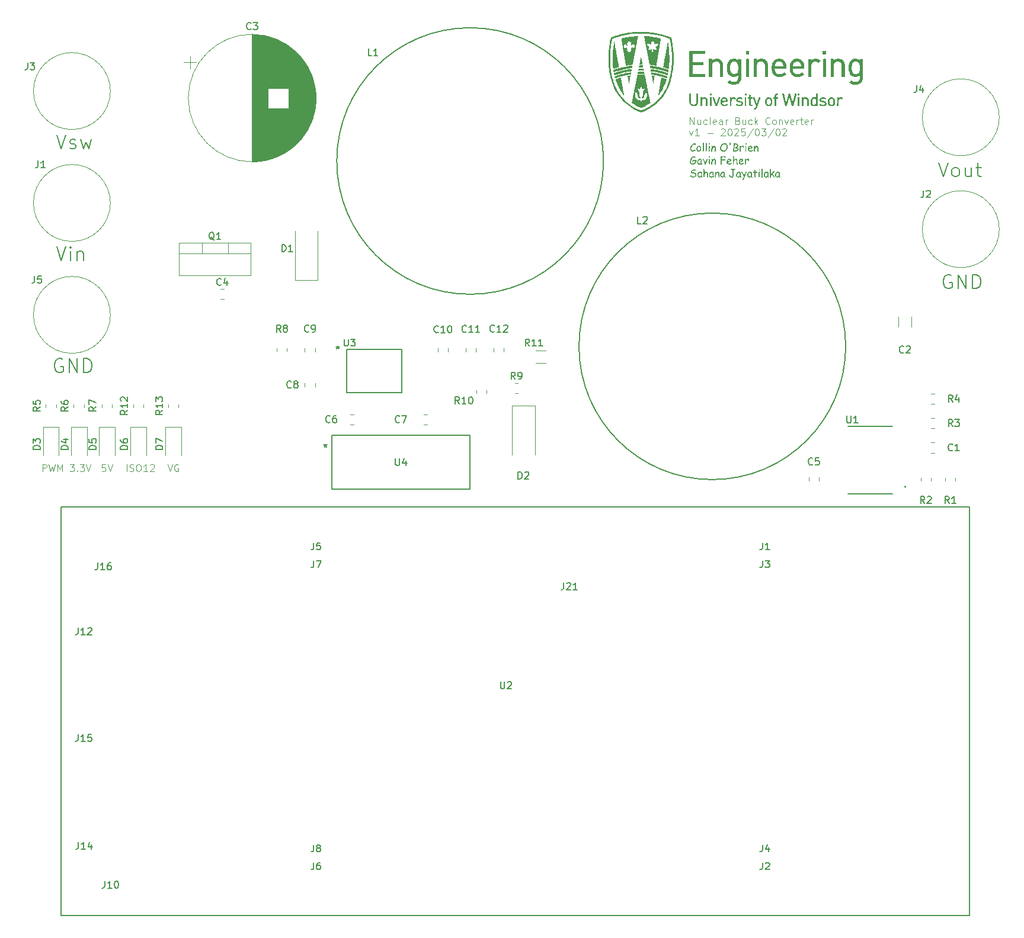
<source format=gbr>
%TF.GenerationSoftware,KiCad,Pcbnew,8.0.7*%
%TF.CreationDate,2025-03-02T11:56:15-05:00*%
%TF.ProjectId,Buck_PCB,4275636b-5f50-4434-922e-6b696361645f,v1*%
%TF.SameCoordinates,Original*%
%TF.FileFunction,Legend,Top*%
%TF.FilePolarity,Positive*%
%FSLAX46Y46*%
G04 Gerber Fmt 4.6, Leading zero omitted, Abs format (unit mm)*
G04 Created by KiCad (PCBNEW 8.0.7) date 2025-03-02 11:56:15*
%MOMM*%
%LPD*%
G01*
G04 APERTURE LIST*
%ADD10C,0.100000*%
%ADD11C,0.200000*%
%ADD12C,0.137500*%
%ADD13C,0.125000*%
%ADD14C,0.150000*%
%ADD15C,0.120000*%
%ADD16C,0.127000*%
%ADD17C,0.152400*%
%ADD18C,0.000000*%
G04 APERTURE END LIST*
D10*
X36303884Y-123872419D02*
X36303884Y-122872419D01*
X36732455Y-123824800D02*
X36875312Y-123872419D01*
X36875312Y-123872419D02*
X37113407Y-123872419D01*
X37113407Y-123872419D02*
X37208645Y-123824800D01*
X37208645Y-123824800D02*
X37256264Y-123777180D01*
X37256264Y-123777180D02*
X37303883Y-123681942D01*
X37303883Y-123681942D02*
X37303883Y-123586704D01*
X37303883Y-123586704D02*
X37256264Y-123491466D01*
X37256264Y-123491466D02*
X37208645Y-123443847D01*
X37208645Y-123443847D02*
X37113407Y-123396228D01*
X37113407Y-123396228D02*
X36922931Y-123348609D01*
X36922931Y-123348609D02*
X36827693Y-123300990D01*
X36827693Y-123300990D02*
X36780074Y-123253371D01*
X36780074Y-123253371D02*
X36732455Y-123158133D01*
X36732455Y-123158133D02*
X36732455Y-123062895D01*
X36732455Y-123062895D02*
X36780074Y-122967657D01*
X36780074Y-122967657D02*
X36827693Y-122920038D01*
X36827693Y-122920038D02*
X36922931Y-122872419D01*
X36922931Y-122872419D02*
X37161026Y-122872419D01*
X37161026Y-122872419D02*
X37303883Y-122920038D01*
X37922931Y-122872419D02*
X38113407Y-122872419D01*
X38113407Y-122872419D02*
X38208645Y-122920038D01*
X38208645Y-122920038D02*
X38303883Y-123015276D01*
X38303883Y-123015276D02*
X38351502Y-123205752D01*
X38351502Y-123205752D02*
X38351502Y-123539085D01*
X38351502Y-123539085D02*
X38303883Y-123729561D01*
X38303883Y-123729561D02*
X38208645Y-123824800D01*
X38208645Y-123824800D02*
X38113407Y-123872419D01*
X38113407Y-123872419D02*
X37922931Y-123872419D01*
X37922931Y-123872419D02*
X37827693Y-123824800D01*
X37827693Y-123824800D02*
X37732455Y-123729561D01*
X37732455Y-123729561D02*
X37684836Y-123539085D01*
X37684836Y-123539085D02*
X37684836Y-123205752D01*
X37684836Y-123205752D02*
X37732455Y-123015276D01*
X37732455Y-123015276D02*
X37827693Y-122920038D01*
X37827693Y-122920038D02*
X37922931Y-122872419D01*
X39303883Y-123872419D02*
X38732455Y-123872419D01*
X39018169Y-123872419D02*
X39018169Y-122872419D01*
X39018169Y-122872419D02*
X38922931Y-123015276D01*
X38922931Y-123015276D02*
X38827693Y-123110514D01*
X38827693Y-123110514D02*
X38732455Y-123158133D01*
X39684836Y-122967657D02*
X39732455Y-122920038D01*
X39732455Y-122920038D02*
X39827693Y-122872419D01*
X39827693Y-122872419D02*
X40065788Y-122872419D01*
X40065788Y-122872419D02*
X40161026Y-122920038D01*
X40161026Y-122920038D02*
X40208645Y-122967657D01*
X40208645Y-122967657D02*
X40256264Y-123062895D01*
X40256264Y-123062895D02*
X40256264Y-123158133D01*
X40256264Y-123158133D02*
X40208645Y-123300990D01*
X40208645Y-123300990D02*
X39637217Y-123872419D01*
X39637217Y-123872419D02*
X40256264Y-123872419D01*
D11*
X152322054Y-79744838D02*
X152988720Y-81744838D01*
X152988720Y-81744838D02*
X153655387Y-79744838D01*
X154607768Y-81744838D02*
X154417292Y-81649600D01*
X154417292Y-81649600D02*
X154322054Y-81554361D01*
X154322054Y-81554361D02*
X154226816Y-81363885D01*
X154226816Y-81363885D02*
X154226816Y-80792457D01*
X154226816Y-80792457D02*
X154322054Y-80601980D01*
X154322054Y-80601980D02*
X154417292Y-80506742D01*
X154417292Y-80506742D02*
X154607768Y-80411504D01*
X154607768Y-80411504D02*
X154893483Y-80411504D01*
X154893483Y-80411504D02*
X155083959Y-80506742D01*
X155083959Y-80506742D02*
X155179197Y-80601980D01*
X155179197Y-80601980D02*
X155274435Y-80792457D01*
X155274435Y-80792457D02*
X155274435Y-81363885D01*
X155274435Y-81363885D02*
X155179197Y-81554361D01*
X155179197Y-81554361D02*
X155083959Y-81649600D01*
X155083959Y-81649600D02*
X154893483Y-81744838D01*
X154893483Y-81744838D02*
X154607768Y-81744838D01*
X156988721Y-80411504D02*
X156988721Y-81744838D01*
X156131578Y-80411504D02*
X156131578Y-81459123D01*
X156131578Y-81459123D02*
X156226816Y-81649600D01*
X156226816Y-81649600D02*
X156417292Y-81744838D01*
X156417292Y-81744838D02*
X156703007Y-81744838D01*
X156703007Y-81744838D02*
X156893483Y-81649600D01*
X156893483Y-81649600D02*
X156988721Y-81554361D01*
X157655388Y-80411504D02*
X158417292Y-80411504D01*
X157941102Y-79744838D02*
X157941102Y-81459123D01*
X157941102Y-81459123D02*
X158036340Y-81649600D01*
X158036340Y-81649600D02*
X158226816Y-81744838D01*
X158226816Y-81744838D02*
X158417292Y-81744838D01*
X26322054Y-75744838D02*
X26988720Y-77744838D01*
X26988720Y-77744838D02*
X27655387Y-75744838D01*
X28226816Y-77649600D02*
X28417292Y-77744838D01*
X28417292Y-77744838D02*
X28798244Y-77744838D01*
X28798244Y-77744838D02*
X28988721Y-77649600D01*
X28988721Y-77649600D02*
X29083959Y-77459123D01*
X29083959Y-77459123D02*
X29083959Y-77363885D01*
X29083959Y-77363885D02*
X28988721Y-77173409D01*
X28988721Y-77173409D02*
X28798244Y-77078171D01*
X28798244Y-77078171D02*
X28512530Y-77078171D01*
X28512530Y-77078171D02*
X28322054Y-76982933D01*
X28322054Y-76982933D02*
X28226816Y-76792457D01*
X28226816Y-76792457D02*
X28226816Y-76697219D01*
X28226816Y-76697219D02*
X28322054Y-76506742D01*
X28322054Y-76506742D02*
X28512530Y-76411504D01*
X28512530Y-76411504D02*
X28798244Y-76411504D01*
X28798244Y-76411504D02*
X28988721Y-76506742D01*
X29750626Y-76411504D02*
X30131578Y-77744838D01*
X30131578Y-77744838D02*
X30512531Y-76792457D01*
X30512531Y-76792457D02*
X30893483Y-77744838D01*
X30893483Y-77744838D02*
X31274435Y-76411504D01*
D12*
G36*
X117584211Y-77257265D02*
G01*
X117533206Y-77235750D01*
X117511671Y-77202188D01*
X117484011Y-77154937D01*
X117472445Y-77144962D01*
X117418981Y-77137287D01*
X117393726Y-77136902D01*
X117337524Y-77147699D01*
X117285841Y-77174860D01*
X117239678Y-77211300D01*
X117199896Y-77250946D01*
X117158921Y-77299026D01*
X117150582Y-77309655D01*
X117118173Y-77352916D01*
X117079919Y-77409936D01*
X117047333Y-77466201D01*
X117020414Y-77521710D01*
X116999162Y-77576464D01*
X116983577Y-77630462D01*
X116973659Y-77683704D01*
X116969232Y-77749194D01*
X116974184Y-77803484D01*
X116991301Y-77858571D01*
X117020644Y-77908148D01*
X117031831Y-77921947D01*
X117074561Y-77961334D01*
X117122485Y-77986133D01*
X117175605Y-77996345D01*
X117186852Y-77996637D01*
X117245237Y-77991234D01*
X117299022Y-77976789D01*
X117343217Y-77958217D01*
X117390483Y-77931102D01*
X117440175Y-77898469D01*
X117477550Y-77872512D01*
X117524945Y-77845503D01*
X117542568Y-77841884D01*
X117592663Y-77861743D01*
X117596838Y-77866064D01*
X117618783Y-77915857D01*
X117618869Y-77919529D01*
X117598403Y-77970010D01*
X117590122Y-77978099D01*
X117540208Y-78018714D01*
X117490144Y-78053913D01*
X117439928Y-78083697D01*
X117389562Y-78108066D01*
X117339044Y-78127020D01*
X117275684Y-78143097D01*
X117212088Y-78150712D01*
X117186584Y-78151389D01*
X117129647Y-78147072D01*
X117076111Y-78134123D01*
X117025975Y-78112540D01*
X116979240Y-78082325D01*
X116935905Y-78043476D01*
X116922215Y-78028608D01*
X116886789Y-77982556D01*
X116858692Y-77933462D01*
X116837925Y-77881327D01*
X116824487Y-77826151D01*
X116818379Y-77767933D01*
X116817972Y-77747851D01*
X116821326Y-77682225D01*
X116831389Y-77616187D01*
X116848160Y-77549738D01*
X116871639Y-77482878D01*
X116893650Y-77432463D01*
X116919435Y-77381816D01*
X116948993Y-77330938D01*
X116982325Y-77279829D01*
X117019430Y-77228488D01*
X117032637Y-77211323D01*
X117077421Y-77157610D01*
X117122305Y-77111059D01*
X117167290Y-77071670D01*
X117212376Y-77039443D01*
X117268874Y-77009230D01*
X117325531Y-76990206D01*
X117382344Y-76982373D01*
X117393726Y-76982150D01*
X117448831Y-76984455D01*
X117460087Y-76985642D01*
X117512208Y-76996389D01*
X117558493Y-76967441D01*
X117580987Y-76964955D01*
X117631131Y-76990877D01*
X117646810Y-77031316D01*
X117655075Y-77088176D01*
X117658475Y-77145100D01*
X117658900Y-77176396D01*
X117642243Y-77228786D01*
X117595545Y-77256569D01*
X117584211Y-77257265D01*
G37*
G36*
X118175060Y-77330889D02*
G01*
X118231627Y-77348790D01*
X118281201Y-77379882D01*
X118323780Y-77424164D01*
X118349912Y-77463870D01*
X118373979Y-77514809D01*
X118391875Y-77570069D01*
X118403600Y-77629648D01*
X118408738Y-77684154D01*
X118409556Y-77732000D01*
X118405822Y-77792947D01*
X118396232Y-77850457D01*
X118380786Y-77904528D01*
X118359484Y-77955161D01*
X118332325Y-78002356D01*
X118321971Y-78017324D01*
X118283491Y-78062885D01*
X118240590Y-78099020D01*
X118193269Y-78125728D01*
X118141527Y-78143010D01*
X118085365Y-78150865D01*
X118065662Y-78151389D01*
X118011867Y-78146915D01*
X117954511Y-78130845D01*
X117901554Y-78103089D01*
X117858825Y-78069215D01*
X117847236Y-78057893D01*
X117812443Y-78016481D01*
X117784431Y-77970026D01*
X117763201Y-77918527D01*
X117748753Y-77861984D01*
X117741086Y-77800397D01*
X117740038Y-77778748D01*
X117740060Y-77777942D01*
X117889148Y-77777942D01*
X117893866Y-77835062D01*
X117910175Y-77889656D01*
X117941570Y-77938921D01*
X117948792Y-77946665D01*
X117992232Y-77979020D01*
X118045361Y-77995417D01*
X118065931Y-77996637D01*
X118121709Y-77988665D01*
X118171366Y-77964749D01*
X118201071Y-77939948D01*
X118235300Y-77896379D01*
X118257722Y-77844256D01*
X118267807Y-77790033D01*
X118269043Y-77770419D01*
X118268926Y-77702715D01*
X118263200Y-77644011D01*
X118248156Y-77583288D01*
X118218535Y-77528984D01*
X118176296Y-77494930D01*
X118121437Y-77481127D01*
X118111067Y-77480796D01*
X118052542Y-77488846D01*
X118001794Y-77513599D01*
X117958825Y-77555057D01*
X117938314Y-77585307D01*
X117914547Y-77634652D01*
X117898559Y-77687780D01*
X117890348Y-77744690D01*
X117889148Y-77777942D01*
X117740060Y-77777942D01*
X117741760Y-77716308D01*
X117750151Y-77656739D01*
X117765210Y-77600042D01*
X117786937Y-77546216D01*
X117815333Y-77495262D01*
X117826280Y-77478915D01*
X117861316Y-77434875D01*
X117908744Y-77391880D01*
X117962047Y-77359633D01*
X118021225Y-77338136D01*
X118075028Y-77328432D01*
X118121008Y-77326043D01*
X118175060Y-77330889D01*
G37*
G36*
X118783541Y-77512767D02*
G01*
X118772257Y-77895618D01*
X118771282Y-77954526D01*
X118769204Y-78012573D01*
X118766710Y-78066982D01*
X118766346Y-78074281D01*
X118748451Y-78126992D01*
X118700292Y-78151088D01*
X118692194Y-78151389D01*
X118638970Y-78134151D01*
X118618332Y-78082438D01*
X118618042Y-78072938D01*
X118618701Y-78013102D01*
X118620124Y-77956337D01*
X118621979Y-77900559D01*
X118624419Y-77838207D01*
X118626371Y-77792987D01*
X118628770Y-77736841D01*
X118631113Y-77675509D01*
X118632869Y-77620771D01*
X118634179Y-77565241D01*
X118634699Y-77512767D01*
X118634879Y-77457849D01*
X118635419Y-77399589D01*
X118636319Y-77337986D01*
X118637377Y-77282523D01*
X118638461Y-77234428D01*
X118639739Y-77176919D01*
X118640753Y-77121865D01*
X118641601Y-77060739D01*
X118642090Y-77002957D01*
X118642222Y-76956089D01*
X118656415Y-76903379D01*
X118707395Y-76879283D01*
X118716374Y-76878981D01*
X118769984Y-76895924D01*
X118790772Y-76946752D01*
X118791064Y-76956089D01*
X118790884Y-77011007D01*
X118790344Y-77069267D01*
X118789444Y-77130870D01*
X118788386Y-77186333D01*
X118787302Y-77234428D01*
X118786024Y-77291937D01*
X118785010Y-77346991D01*
X118784162Y-77408117D01*
X118783673Y-77465899D01*
X118783541Y-77512767D01*
G37*
G36*
X119204811Y-77512767D02*
G01*
X119193527Y-77895618D01*
X119192552Y-77954526D01*
X119190474Y-78012573D01*
X119187980Y-78066982D01*
X119187616Y-78074281D01*
X119169721Y-78126992D01*
X119121562Y-78151088D01*
X119113464Y-78151389D01*
X119060240Y-78134151D01*
X119039602Y-78082438D01*
X119039312Y-78072938D01*
X119039971Y-78013102D01*
X119041394Y-77956337D01*
X119043249Y-77900559D01*
X119045689Y-77838207D01*
X119047641Y-77792987D01*
X119050040Y-77736841D01*
X119052383Y-77675509D01*
X119054139Y-77620771D01*
X119055449Y-77565241D01*
X119055969Y-77512767D01*
X119056149Y-77457849D01*
X119056689Y-77399589D01*
X119057589Y-77337986D01*
X119058647Y-77282523D01*
X119059731Y-77234428D01*
X119061009Y-77176919D01*
X119062023Y-77121865D01*
X119062871Y-77060739D01*
X119063360Y-77002957D01*
X119063492Y-76956089D01*
X119077685Y-76903379D01*
X119128665Y-76879283D01*
X119137644Y-76878981D01*
X119191254Y-76895924D01*
X119212042Y-76946752D01*
X119212334Y-76956089D01*
X119212154Y-77011007D01*
X119211614Y-77069267D01*
X119210714Y-77130870D01*
X119209656Y-77186333D01*
X119208572Y-77234428D01*
X119207294Y-77291937D01*
X119206280Y-77346991D01*
X119205432Y-77408117D01*
X119204943Y-77465899D01*
X119204811Y-77512767D01*
G37*
G36*
X119578527Y-77136902D02*
G01*
X119525973Y-77122003D01*
X119515659Y-77114334D01*
X119489561Y-77065440D01*
X119489330Y-77059526D01*
X119510954Y-77009300D01*
X119515659Y-77004986D01*
X119565266Y-76982952D01*
X119578527Y-76982150D01*
X119630726Y-76997225D01*
X119640858Y-77004986D01*
X119666690Y-77053614D01*
X119666919Y-77059526D01*
X119645515Y-77109972D01*
X119640858Y-77114334D01*
X119589612Y-77136351D01*
X119578527Y-77136902D01*
G37*
G36*
X119612648Y-77764240D02*
G01*
X119613252Y-77821667D01*
X119614499Y-77879813D01*
X119615066Y-77902066D01*
X119616595Y-77959839D01*
X119617585Y-78014201D01*
X119617752Y-78040161D01*
X119600983Y-78091368D01*
X119597334Y-78095506D01*
X119547714Y-78116916D01*
X119543600Y-78117000D01*
X119493068Y-78098109D01*
X119490404Y-78095506D01*
X119469798Y-78044344D01*
X119469717Y-78040161D01*
X119469045Y-77982532D01*
X119467660Y-77924323D01*
X119467030Y-77902066D01*
X119465501Y-77844324D01*
X119464511Y-77790082D01*
X119464344Y-77764240D01*
X119465232Y-77710331D01*
X119467583Y-77653994D01*
X119470955Y-77597325D01*
X119471866Y-77583964D01*
X119475633Y-77526038D01*
X119478372Y-77468306D01*
X119479627Y-77412862D01*
X119479658Y-77403688D01*
X119496648Y-77351683D01*
X119500345Y-77347537D01*
X119551537Y-77326064D01*
X119553541Y-77326043D01*
X119604105Y-77344934D01*
X119606737Y-77347537D01*
X119627509Y-77397306D01*
X119627693Y-77403688D01*
X119626804Y-77457597D01*
X119624453Y-77513933D01*
X119621081Y-77570603D01*
X119620170Y-77583964D01*
X119616534Y-77641890D01*
X119613889Y-77699622D01*
X119612677Y-77755066D01*
X119612648Y-77764240D01*
G37*
G36*
X120444710Y-78151389D02*
G01*
X120391628Y-78132433D01*
X120371364Y-78084222D01*
X120350139Y-77927589D01*
X120344174Y-77871383D01*
X120340684Y-77817653D01*
X120339661Y-77770956D01*
X120341718Y-77714771D01*
X120342348Y-77703252D01*
X120344822Y-77648694D01*
X120345034Y-77635279D01*
X120342142Y-77575085D01*
X120329922Y-77519417D01*
X120291904Y-77481399D01*
X120284584Y-77480796D01*
X120227290Y-77492320D01*
X120176747Y-77522797D01*
X120137370Y-77560893D01*
X120122847Y-77578322D01*
X120089952Y-77625591D01*
X120060852Y-77678736D01*
X120038502Y-77730060D01*
X120019058Y-77785883D01*
X120014036Y-77802659D01*
X120009193Y-77858692D01*
X120007320Y-77874393D01*
X120003038Y-77927992D01*
X120002752Y-77945321D01*
X120006249Y-78000742D01*
X120007320Y-78011413D01*
X120011669Y-78066649D01*
X120011887Y-78077237D01*
X119993469Y-78128100D01*
X119990931Y-78130702D01*
X119939755Y-78151369D01*
X119937735Y-78151389D01*
X119886604Y-78133207D01*
X119884002Y-78130702D01*
X119863930Y-78080814D01*
X119863852Y-78076699D01*
X119859943Y-78021073D01*
X119858747Y-78010339D01*
X119854213Y-77956236D01*
X119853911Y-77943709D01*
X119855181Y-77884484D01*
X119858109Y-77825685D01*
X119862139Y-77765604D01*
X119864658Y-77732806D01*
X119868950Y-77676602D01*
X119872564Y-77619233D01*
X119874984Y-77563444D01*
X119875673Y-77521633D01*
X119873760Y-77465478D01*
X119872986Y-77451511D01*
X119870760Y-77396494D01*
X119870568Y-77381389D01*
X119890739Y-77330538D01*
X119892062Y-77329267D01*
X119943286Y-77308869D01*
X119945258Y-77308849D01*
X119996739Y-77330750D01*
X120019103Y-77385163D01*
X120021828Y-77408524D01*
X120023977Y-77497990D01*
X120063776Y-77448455D01*
X120103916Y-77407315D01*
X120152534Y-77369030D01*
X120201644Y-77342835D01*
X120259559Y-77327555D01*
X120284584Y-77326043D01*
X120340450Y-77332424D01*
X120392341Y-77354857D01*
X120432627Y-77393441D01*
X120453039Y-77428137D01*
X120471896Y-77482583D01*
X120482130Y-77538605D01*
X120487302Y-77597074D01*
X120488503Y-77629369D01*
X120488503Y-77702446D01*
X120487697Y-77769882D01*
X120490357Y-77824543D01*
X120496764Y-77879800D01*
X120503817Y-77925171D01*
X120512459Y-77981124D01*
X120518269Y-78034612D01*
X120520205Y-78079655D01*
X120500034Y-78130253D01*
X120498712Y-78131508D01*
X120448730Y-78151311D01*
X120444710Y-78151389D01*
G37*
G36*
X121760327Y-76949527D02*
G01*
X121816474Y-76954829D01*
X121881050Y-76966428D01*
X121939394Y-76983548D01*
X121991508Y-77006192D01*
X122037390Y-77034359D01*
X122069609Y-77060869D01*
X122105986Y-77100884D01*
X122136198Y-77147551D01*
X122160245Y-77200868D01*
X122178125Y-77260837D01*
X122189840Y-77327457D01*
X122194772Y-77385541D01*
X122195882Y-77431898D01*
X122193662Y-77497176D01*
X122186999Y-77560825D01*
X122175896Y-77622845D01*
X122160351Y-77683236D01*
X122140365Y-77741999D01*
X122115937Y-77799133D01*
X122087068Y-77854638D01*
X122053757Y-77908514D01*
X122011497Y-77965438D01*
X121966256Y-78014772D01*
X121918034Y-78056516D01*
X121866832Y-78090670D01*
X121812650Y-78117235D01*
X121755486Y-78136209D01*
X121695343Y-78147594D01*
X121632219Y-78151389D01*
X121567149Y-78148240D01*
X121505268Y-78138795D01*
X121446575Y-78123053D01*
X121391069Y-78101014D01*
X121338751Y-78072678D01*
X121289621Y-78038045D01*
X121270861Y-78022429D01*
X121225583Y-77977507D01*
X121187979Y-77928715D01*
X121158049Y-77876054D01*
X121135793Y-77819522D01*
X121121212Y-77759120D01*
X121114305Y-77694849D01*
X121113697Y-77668325D01*
X121267906Y-77668325D01*
X121273074Y-77730455D01*
X121288579Y-77787314D01*
X121314420Y-77838903D01*
X121350597Y-77885220D01*
X121375910Y-77909320D01*
X121423621Y-77943343D01*
X121476012Y-77969009D01*
X121533082Y-77986319D01*
X121594832Y-77995272D01*
X121632219Y-77996637D01*
X121687995Y-77992052D01*
X121740635Y-77978297D01*
X121790141Y-77955372D01*
X121836511Y-77923278D01*
X121879745Y-77882014D01*
X121919845Y-77831580D01*
X121935006Y-77808838D01*
X121965734Y-77755348D01*
X121991253Y-77699823D01*
X122011565Y-77642266D01*
X122026668Y-77582675D01*
X122036563Y-77521051D01*
X122041251Y-77457393D01*
X122041667Y-77431361D01*
X122039693Y-77376758D01*
X122032112Y-77318247D01*
X122016080Y-77259654D01*
X121988281Y-77205442D01*
X121960799Y-77173709D01*
X121915595Y-77142561D01*
X121865133Y-77122606D01*
X121804489Y-77109465D01*
X121744404Y-77103625D01*
X121700191Y-77102512D01*
X121643728Y-77107078D01*
X121590033Y-77120773D01*
X121539105Y-77143600D01*
X121490946Y-77175556D01*
X121445555Y-77216643D01*
X121402931Y-77266861D01*
X121386657Y-77289505D01*
X121352446Y-77344091D01*
X121324034Y-77400382D01*
X121301421Y-77458379D01*
X121284605Y-77518082D01*
X121273588Y-77579489D01*
X121268370Y-77642603D01*
X121267906Y-77668325D01*
X121113697Y-77668325D01*
X121113691Y-77668057D01*
X121116113Y-77602720D01*
X121123380Y-77538895D01*
X121135491Y-77476581D01*
X121152446Y-77415778D01*
X121174246Y-77356487D01*
X121200890Y-77298707D01*
X121232379Y-77242438D01*
X121268712Y-77187680D01*
X121301904Y-77144804D01*
X121348497Y-77094196D01*
X121397760Y-77051085D01*
X121449692Y-77015472D01*
X121504295Y-76987356D01*
X121561567Y-76966738D01*
X121621509Y-76953618D01*
X121684121Y-76947994D01*
X121700191Y-76947760D01*
X121760327Y-76949527D01*
G37*
G36*
X122604525Y-77024599D02*
G01*
X122607203Y-77078820D01*
X122608286Y-77092303D01*
X122612064Y-77147212D01*
X122612316Y-77160007D01*
X122604284Y-77215379D01*
X122563926Y-77254890D01*
X122544344Y-77257265D01*
X122493011Y-77238374D01*
X122484431Y-77223681D01*
X122478664Y-77167817D01*
X122478520Y-77151678D01*
X122474990Y-77095731D01*
X122474221Y-77088004D01*
X122470333Y-77033295D01*
X122470191Y-77024599D01*
X122471323Y-76967532D01*
X122476102Y-76921968D01*
X122502400Y-76875010D01*
X122542732Y-76861787D01*
X122591092Y-76880593D01*
X122610704Y-76927879D01*
X122607480Y-76976239D01*
X122604525Y-77024599D01*
G37*
G36*
X123352131Y-76952041D02*
G01*
X123408772Y-76964885D01*
X123464384Y-76986290D01*
X123518967Y-77016258D01*
X123549696Y-77037226D01*
X123597722Y-77077523D01*
X123635812Y-77121239D01*
X123663966Y-77168375D01*
X123682182Y-77218929D01*
X123690463Y-77272903D01*
X123691015Y-77291654D01*
X123687329Y-77349536D01*
X123676270Y-77403455D01*
X123653267Y-77462929D01*
X123619648Y-77516698D01*
X123583522Y-77557148D01*
X123540024Y-77593636D01*
X123593136Y-77617950D01*
X123644337Y-77646910D01*
X123690608Y-77681081D01*
X123709553Y-77698953D01*
X123743934Y-77743712D01*
X123763273Y-77795440D01*
X123765973Y-77824690D01*
X123756292Y-77880170D01*
X123731023Y-77929071D01*
X123695395Y-77971718D01*
X123666835Y-77997980D01*
X123623192Y-78032099D01*
X123573670Y-78062720D01*
X123522561Y-78086103D01*
X123467113Y-78104911D01*
X123407060Y-78120531D01*
X123342403Y-78132963D01*
X123287362Y-78140614D01*
X123229374Y-78146225D01*
X123168439Y-78149795D01*
X123104557Y-78151325D01*
X123088126Y-78151389D01*
X123037427Y-78131524D01*
X123026332Y-78121298D01*
X122998705Y-78073134D01*
X122997316Y-78059236D01*
X122997316Y-77845108D01*
X123146964Y-77845108D01*
X123146964Y-77996637D01*
X123207051Y-77993541D01*
X123263556Y-77988451D01*
X123326635Y-77979711D01*
X123384557Y-77968099D01*
X123437322Y-77953616D01*
X123469633Y-77942366D01*
X123518190Y-77919138D01*
X123564622Y-77886229D01*
X123570652Y-77881110D01*
X123609236Y-77842531D01*
X123616863Y-77823884D01*
X123582765Y-77780015D01*
X123531855Y-77751847D01*
X123520143Y-77746508D01*
X123466266Y-77724103D01*
X123413448Y-77706459D01*
X123378824Y-77697341D01*
X123298761Y-77684714D01*
X123268939Y-77686057D01*
X123238311Y-77687132D01*
X123182513Y-77684124D01*
X123151531Y-77680147D01*
X123149123Y-77736084D01*
X123147504Y-77793009D01*
X123146964Y-77845108D01*
X122997316Y-77845108D01*
X122997316Y-77842959D01*
X122998173Y-77784104D01*
X123000327Y-77723322D01*
X123003217Y-77664327D01*
X123006362Y-77610301D01*
X123010175Y-77551854D01*
X123011018Y-77539634D01*
X123012071Y-77524320D01*
X123162009Y-77524320D01*
X123219300Y-77528801D01*
X123273498Y-77532371D01*
X123276999Y-77532380D01*
X123331370Y-77524706D01*
X123386356Y-77508325D01*
X123434797Y-77483742D01*
X123463454Y-77462795D01*
X123501117Y-77422643D01*
X123528508Y-77371050D01*
X123540150Y-77318336D01*
X123541367Y-77292997D01*
X123528242Y-77237534D01*
X123496634Y-77193305D01*
X123461842Y-77162694D01*
X123416537Y-77133602D01*
X123364504Y-77112445D01*
X123310687Y-77103041D01*
X123294193Y-77102512D01*
X123239411Y-77103230D01*
X123185343Y-77106705D01*
X123178667Y-77107617D01*
X123177055Y-77237383D01*
X123162009Y-77524320D01*
X123012071Y-77524320D01*
X123015392Y-77476012D01*
X123019110Y-77418135D01*
X123022705Y-77356269D01*
X123025706Y-77294548D01*
X123027562Y-77237800D01*
X123027676Y-77231741D01*
X123028296Y-77176767D01*
X123030551Y-77120077D01*
X123033876Y-77060835D01*
X123036004Y-77028092D01*
X123059779Y-76979706D01*
X123060990Y-76978926D01*
X123114069Y-76965291D01*
X123170674Y-76955551D01*
X123230805Y-76949708D01*
X123286312Y-76947791D01*
X123294462Y-76947760D01*
X123352131Y-76952041D01*
G37*
G36*
X124516360Y-77542858D02*
G01*
X124505015Y-77595630D01*
X124464884Y-77632289D01*
X124440865Y-77635548D01*
X124390133Y-77614696D01*
X124375847Y-77561665D01*
X124373429Y-77509274D01*
X124371280Y-77446406D01*
X124314591Y-77455944D01*
X124257882Y-77472454D01*
X124208652Y-77495085D01*
X124179989Y-77513573D01*
X124136479Y-77553248D01*
X124101552Y-77599509D01*
X124073887Y-77649444D01*
X124068224Y-77661609D01*
X124069836Y-78075087D01*
X124055539Y-78127247D01*
X124004190Y-78151091D01*
X123995146Y-78151389D01*
X123943157Y-78130006D01*
X123928517Y-78075625D01*
X123928517Y-77550112D01*
X123929758Y-77493629D01*
X123930397Y-77475960D01*
X123932056Y-77421721D01*
X123932278Y-77401808D01*
X123946918Y-77347426D01*
X123998907Y-77326043D01*
X124049568Y-77348825D01*
X124069747Y-77398687D01*
X124073597Y-77445063D01*
X124119708Y-77405822D01*
X124167368Y-77373231D01*
X124216576Y-77347292D01*
X124267331Y-77328004D01*
X124319635Y-77315367D01*
X124373486Y-77309381D01*
X124395460Y-77308849D01*
X124448925Y-77320200D01*
X124486807Y-77354254D01*
X124508598Y-77406722D01*
X124516425Y-77463319D01*
X124517166Y-77490736D01*
X124516360Y-77542858D01*
G37*
G36*
X124812163Y-77136902D02*
G01*
X124759609Y-77122003D01*
X124749295Y-77114334D01*
X124723197Y-77065440D01*
X124722965Y-77059526D01*
X124744589Y-77009300D01*
X124749295Y-77004986D01*
X124798902Y-76982952D01*
X124812163Y-76982150D01*
X124864362Y-76997225D01*
X124874494Y-77004986D01*
X124900325Y-77053614D01*
X124900554Y-77059526D01*
X124879151Y-77109972D01*
X124874494Y-77114334D01*
X124823248Y-77136351D01*
X124812163Y-77136902D01*
G37*
G36*
X124846284Y-77764240D02*
G01*
X124846888Y-77821667D01*
X124848135Y-77879813D01*
X124848702Y-77902066D01*
X124850231Y-77959839D01*
X124851220Y-78014201D01*
X124851388Y-78040161D01*
X124834619Y-78091368D01*
X124830969Y-78095506D01*
X124781350Y-78116916D01*
X124777236Y-78117000D01*
X124726704Y-78098109D01*
X124724040Y-78095506D01*
X124703433Y-78044344D01*
X124703353Y-78040161D01*
X124702681Y-77982532D01*
X124701296Y-77924323D01*
X124700666Y-77902066D01*
X124699136Y-77844324D01*
X124698147Y-77790082D01*
X124697979Y-77764240D01*
X124698868Y-77710331D01*
X124701219Y-77653994D01*
X124704591Y-77597325D01*
X124705502Y-77583964D01*
X124709268Y-77526038D01*
X124712007Y-77468306D01*
X124713263Y-77412862D01*
X124713293Y-77403688D01*
X124730284Y-77351683D01*
X124733981Y-77347537D01*
X124785173Y-77326064D01*
X124787177Y-77326043D01*
X124837741Y-77344934D01*
X124840373Y-77347537D01*
X124861145Y-77397306D01*
X124861329Y-77403688D01*
X124860440Y-77457597D01*
X124858089Y-77513933D01*
X124854717Y-77570603D01*
X124853806Y-77583964D01*
X124850170Y-77641890D01*
X124847525Y-77699622D01*
X124846313Y-77755066D01*
X124846284Y-77764240D01*
G37*
G36*
X125491017Y-77328713D02*
G01*
X125545087Y-77336723D01*
X125599010Y-77352117D01*
X125635896Y-77368762D01*
X125683040Y-77402996D01*
X125717327Y-77451503D01*
X125731899Y-77504581D01*
X125733422Y-77531036D01*
X125721408Y-77586499D01*
X125689286Y-77633889D01*
X125647986Y-77670206D01*
X125598824Y-77697652D01*
X125550058Y-77720944D01*
X125495435Y-77745359D01*
X125487861Y-77748657D01*
X125199312Y-77875468D01*
X125237172Y-77919488D01*
X125281772Y-77953753D01*
X125304630Y-77966277D01*
X125359343Y-77985934D01*
X125415907Y-77995184D01*
X125451591Y-77996637D01*
X125508279Y-77991935D01*
X125561065Y-77981191D01*
X125574103Y-77977830D01*
X125627902Y-77959645D01*
X125674610Y-77931449D01*
X125688824Y-77915230D01*
X125729627Y-77878709D01*
X125744169Y-77876274D01*
X125791186Y-77897230D01*
X125812142Y-77946127D01*
X125798945Y-77998648D01*
X125764500Y-78041835D01*
X125715934Y-78076976D01*
X125677002Y-78097387D01*
X125626650Y-78118429D01*
X125569861Y-78136148D01*
X125513877Y-78147117D01*
X125458700Y-78151336D01*
X125451859Y-78151389D01*
X125390068Y-78148385D01*
X125332848Y-78139374D01*
X125280200Y-78124356D01*
X125224555Y-78099243D01*
X125175132Y-78065953D01*
X125135871Y-78027825D01*
X125100333Y-77976610D01*
X125078672Y-77926940D01*
X125065133Y-77871943D01*
X125059718Y-77811619D01*
X125059605Y-77801047D01*
X125061719Y-77746508D01*
X125186416Y-77746508D01*
X125418276Y-77644145D01*
X125474351Y-77617987D01*
X125522917Y-77593345D01*
X125574328Y-77563892D01*
X125613328Y-77536947D01*
X125567602Y-77507336D01*
X125511696Y-77488692D01*
X125452677Y-77481289D01*
X125431172Y-77480796D01*
X125376594Y-77487276D01*
X125323527Y-77509375D01*
X125281622Y-77543074D01*
X125277763Y-77547157D01*
X125242521Y-77595023D01*
X125216008Y-77649320D01*
X125196580Y-77706504D01*
X125186416Y-77746508D01*
X125061719Y-77746508D01*
X125061927Y-77741144D01*
X125068893Y-77684350D01*
X125080503Y-77630665D01*
X125100565Y-77570347D01*
X125127314Y-77514506D01*
X125154713Y-77471392D01*
X125188736Y-77429519D01*
X125234049Y-77388640D01*
X125284254Y-77357980D01*
X125339351Y-77337541D01*
X125399342Y-77327321D01*
X125431172Y-77326043D01*
X125491017Y-77328713D01*
G37*
G36*
X126521960Y-78151389D02*
G01*
X126468878Y-78132433D01*
X126448614Y-78084222D01*
X126427390Y-77927589D01*
X126421424Y-77871383D01*
X126417935Y-77817653D01*
X126416912Y-77770956D01*
X126418969Y-77714771D01*
X126419598Y-77703252D01*
X126422072Y-77648694D01*
X126422285Y-77635279D01*
X126419392Y-77575085D01*
X126407172Y-77519417D01*
X126369155Y-77481399D01*
X126361835Y-77480796D01*
X126304540Y-77492320D01*
X126253997Y-77522797D01*
X126214621Y-77560893D01*
X126200097Y-77578322D01*
X126167202Y-77625591D01*
X126138102Y-77678736D01*
X126115753Y-77730060D01*
X126096309Y-77785883D01*
X126091287Y-77802659D01*
X126086444Y-77858692D01*
X126084570Y-77874393D01*
X126080288Y-77927992D01*
X126080003Y-77945321D01*
X126083500Y-78000742D01*
X126084570Y-78011413D01*
X126088919Y-78066649D01*
X126089138Y-78077237D01*
X126070719Y-78128100D01*
X126068182Y-78130702D01*
X126017006Y-78151369D01*
X126014986Y-78151389D01*
X125963855Y-78133207D01*
X125961252Y-78130702D01*
X125941181Y-78080814D01*
X125941102Y-78076699D01*
X125937194Y-78021073D01*
X125935997Y-78010339D01*
X125931464Y-77956236D01*
X125931161Y-77943709D01*
X125932431Y-77884484D01*
X125935359Y-77825685D01*
X125939389Y-77765604D01*
X125941908Y-77732806D01*
X125946200Y-77676602D01*
X125949815Y-77619233D01*
X125952235Y-77563444D01*
X125952923Y-77521633D01*
X125951011Y-77465478D01*
X125950237Y-77451511D01*
X125948010Y-77396494D01*
X125947819Y-77381389D01*
X125967990Y-77330538D01*
X125969312Y-77329267D01*
X126020537Y-77308869D01*
X126022508Y-77308849D01*
X126073989Y-77330750D01*
X126096354Y-77385163D01*
X126099078Y-77408524D01*
X126101228Y-77497990D01*
X126141027Y-77448455D01*
X126181167Y-77407315D01*
X126229785Y-77369030D01*
X126278894Y-77342835D01*
X126336809Y-77327555D01*
X126361835Y-77326043D01*
X126417701Y-77332424D01*
X126469591Y-77354857D01*
X126509878Y-77393441D01*
X126530289Y-77428137D01*
X126549147Y-77482583D01*
X126559381Y-77538605D01*
X126564553Y-77597074D01*
X126565753Y-77629369D01*
X126565753Y-77702446D01*
X126564947Y-77769882D01*
X126567608Y-77824543D01*
X126574015Y-77879800D01*
X126581067Y-77925171D01*
X126589710Y-77981124D01*
X126595519Y-78034612D01*
X126597456Y-78079655D01*
X126577285Y-78130253D01*
X126575963Y-78131508D01*
X126525981Y-78151311D01*
X126521960Y-78151389D01*
G37*
G36*
X117732247Y-79492683D02*
G01*
X117718943Y-79548931D01*
X117702408Y-79602282D01*
X117682640Y-79652737D01*
X117653384Y-79711732D01*
X117619078Y-79766202D01*
X117579721Y-79816145D01*
X117535314Y-79861563D01*
X117487146Y-79901268D01*
X117436342Y-79934244D01*
X117382901Y-79960491D01*
X117326824Y-79980007D01*
X117268109Y-79992794D01*
X117206758Y-79998851D01*
X117181479Y-79999389D01*
X117125649Y-79996929D01*
X117064645Y-79987484D01*
X117010177Y-79970955D01*
X116954892Y-79942717D01*
X116908503Y-79904837D01*
X116902602Y-79898639D01*
X116866381Y-79849622D01*
X116842415Y-79799933D01*
X116824985Y-79743160D01*
X116814092Y-79679304D01*
X116810007Y-79620678D01*
X116809644Y-79595851D01*
X116811900Y-79536133D01*
X116818669Y-79475864D01*
X116829951Y-79415044D01*
X116845746Y-79353673D01*
X116866053Y-79291751D01*
X116890873Y-79229278D01*
X116902065Y-79204134D01*
X116926056Y-79154972D01*
X116958347Y-79096932D01*
X116993197Y-79042683D01*
X117030604Y-78992225D01*
X117070570Y-78945559D01*
X117113093Y-78902684D01*
X117139836Y-78878778D01*
X117188901Y-78842458D01*
X117239377Y-78816515D01*
X117291263Y-78800949D01*
X117344560Y-78795760D01*
X117402302Y-78802032D01*
X117459830Y-78816840D01*
X117512010Y-78834958D01*
X117525910Y-78840359D01*
X117579509Y-78864290D01*
X117629078Y-78896645D01*
X117661318Y-78942562D01*
X117663468Y-78958572D01*
X117643396Y-79009829D01*
X117640631Y-79012843D01*
X117592224Y-79036278D01*
X117586360Y-79036486D01*
X117539612Y-79018217D01*
X117490700Y-78991836D01*
X117439082Y-78969620D01*
X117386472Y-78954744D01*
X117344560Y-78950512D01*
X117290293Y-78962968D01*
X117241446Y-78993915D01*
X117226078Y-79007201D01*
X117188196Y-79047300D01*
X117150968Y-79092625D01*
X117136880Y-79110638D01*
X117095950Y-79166848D01*
X117060478Y-79224251D01*
X117030463Y-79282845D01*
X117005905Y-79342632D01*
X116986804Y-79403611D01*
X116973161Y-79465782D01*
X116964975Y-79529146D01*
X116962247Y-79593702D01*
X116964342Y-79649596D01*
X116971869Y-79703842D01*
X116988976Y-79757198D01*
X117006039Y-79784993D01*
X117048225Y-79818950D01*
X117103050Y-79837589D01*
X117158206Y-79844112D01*
X117181479Y-79844637D01*
X117238905Y-79840561D01*
X117292938Y-79828335D01*
X117343576Y-79807958D01*
X117390821Y-79779430D01*
X117416294Y-79759469D01*
X117459219Y-79716142D01*
X117496076Y-79665384D01*
X117522837Y-79615963D01*
X117545141Y-79561083D01*
X117562986Y-79500743D01*
X117499045Y-79505337D01*
X117438030Y-79512738D01*
X117379940Y-79522947D01*
X117324775Y-79535963D01*
X117272536Y-79551787D01*
X117213710Y-79574481D01*
X117204316Y-79578656D01*
X117170195Y-79586716D01*
X117119300Y-79564430D01*
X117115118Y-79559581D01*
X117094879Y-79508161D01*
X117094699Y-79502086D01*
X117113621Y-79450125D01*
X117134731Y-79431964D01*
X117191472Y-79407196D01*
X117245187Y-79390404D01*
X117306298Y-79376299D01*
X117374806Y-79364881D01*
X117431041Y-79358080D01*
X117491437Y-79352791D01*
X117555994Y-79349013D01*
X117624711Y-79346746D01*
X117697588Y-79345990D01*
X117749097Y-79365117D01*
X117751859Y-79367752D01*
X117773804Y-79418474D01*
X117773890Y-79422561D01*
X117755956Y-79474821D01*
X117732247Y-79492683D01*
G37*
G36*
X118317618Y-79179675D02*
G01*
X118374045Y-79194869D01*
X118409019Y-79208164D01*
X118458631Y-79233445D01*
X118499523Y-79271516D01*
X118511650Y-79310795D01*
X118496336Y-79347065D01*
X118487851Y-79401116D01*
X118484515Y-79442173D01*
X118481983Y-79496792D01*
X118480526Y-79556087D01*
X118479947Y-79611165D01*
X118480860Y-79666221D01*
X118485696Y-79722036D01*
X118492843Y-79760006D01*
X118510011Y-79814284D01*
X118530897Y-79869526D01*
X118540397Y-79893534D01*
X118557592Y-79933834D01*
X118562159Y-79946730D01*
X118540935Y-79996702D01*
X118491769Y-80016584D01*
X118446542Y-79984810D01*
X118439647Y-79977896D01*
X118404049Y-79935706D01*
X118389138Y-79913415D01*
X118341298Y-79940155D01*
X118290000Y-79965453D01*
X118261252Y-79977627D01*
X118207813Y-79994607D01*
X118169099Y-79999389D01*
X118106178Y-79995904D01*
X118050000Y-79985448D01*
X117992983Y-79964439D01*
X117945145Y-79933942D01*
X117911448Y-79900251D01*
X117881717Y-79854720D01*
X117859288Y-79799701D01*
X117845876Y-79744991D01*
X117837829Y-79683309D01*
X117835221Y-79626584D01*
X117835166Y-79617882D01*
X117984256Y-79617882D01*
X117987720Y-79677172D01*
X117999695Y-79732532D01*
X118025355Y-79784349D01*
X118028049Y-79787948D01*
X118070903Y-79824652D01*
X118123368Y-79841924D01*
X118159696Y-79844637D01*
X118214999Y-79840646D01*
X118269774Y-79826124D01*
X118282745Y-79820457D01*
X118330470Y-79789910D01*
X118359047Y-79767798D01*
X118352081Y-79712788D01*
X118345280Y-79652716D01*
X118340180Y-79599123D01*
X118336378Y-79544787D01*
X118334867Y-79493489D01*
X118337736Y-79439530D01*
X118338897Y-79428740D01*
X118347360Y-79373781D01*
X118351256Y-79354319D01*
X118303433Y-79334975D01*
X118271461Y-79328796D01*
X118214890Y-79334270D01*
X118162315Y-79350692D01*
X118113737Y-79378063D01*
X118069155Y-79416381D01*
X118032012Y-79461719D01*
X118005481Y-79510415D01*
X117989562Y-79562469D01*
X117984256Y-79617882D01*
X117835166Y-79617882D01*
X117835146Y-79614658D01*
X117838216Y-79559026D01*
X117847425Y-79505979D01*
X117866580Y-79445733D01*
X117894576Y-79389209D01*
X117931413Y-79336407D01*
X117960882Y-79303272D01*
X118001446Y-79266043D01*
X118053257Y-79229698D01*
X118108487Y-79202438D01*
X118167136Y-79184266D01*
X118229204Y-79175179D01*
X118261521Y-79174043D01*
X118317618Y-79179675D01*
G37*
G36*
X119037969Y-79926043D02*
G01*
X119019699Y-79978231D01*
X118969190Y-79995628D01*
X118916532Y-79975056D01*
X118888859Y-79930610D01*
X118773332Y-79624598D01*
X118638998Y-79278824D01*
X118631207Y-79245509D01*
X118653143Y-79196318D01*
X118654581Y-79195000D01*
X118705286Y-79174125D01*
X118709120Y-79174043D01*
X118759361Y-79193599D01*
X118774138Y-79215418D01*
X118965966Y-79742274D01*
X118988263Y-79693222D01*
X119012639Y-79636537D01*
X119034539Y-79583470D01*
X119057882Y-79525103D01*
X119077595Y-79474594D01*
X119098232Y-79420692D01*
X119108897Y-79392470D01*
X119127498Y-79340306D01*
X119148021Y-79286101D01*
X119167726Y-79235709D01*
X119173108Y-79222135D01*
X119209987Y-79180806D01*
X119239469Y-79174043D01*
X119291056Y-79193406D01*
X119294009Y-79196074D01*
X119317360Y-79246054D01*
X119317383Y-79247927D01*
X119299852Y-79306614D01*
X119277939Y-79363953D01*
X119252982Y-79425993D01*
X119228634Y-79484957D01*
X119207817Y-79534624D01*
X119192721Y-79570327D01*
X119037969Y-79926043D01*
G37*
G36*
X119582826Y-78984902D02*
G01*
X119530272Y-78970003D01*
X119519958Y-78962334D01*
X119493860Y-78913440D01*
X119493628Y-78907526D01*
X119515252Y-78857300D01*
X119519958Y-78852986D01*
X119569564Y-78830952D01*
X119582826Y-78830150D01*
X119635025Y-78845225D01*
X119645157Y-78852986D01*
X119670988Y-78901614D01*
X119671217Y-78907526D01*
X119649814Y-78957972D01*
X119645157Y-78962334D01*
X119593911Y-78984351D01*
X119582826Y-78984902D01*
G37*
G36*
X119616946Y-79612240D02*
G01*
X119617551Y-79669667D01*
X119618798Y-79727813D01*
X119619364Y-79750066D01*
X119620894Y-79807839D01*
X119621883Y-79862201D01*
X119622051Y-79888161D01*
X119605281Y-79939368D01*
X119601632Y-79943506D01*
X119552013Y-79964916D01*
X119547899Y-79965000D01*
X119497367Y-79946109D01*
X119494703Y-79943506D01*
X119474096Y-79892344D01*
X119474016Y-79888161D01*
X119473344Y-79830532D01*
X119471959Y-79772323D01*
X119471329Y-79750066D01*
X119469799Y-79692324D01*
X119468810Y-79638082D01*
X119468642Y-79612240D01*
X119469531Y-79558331D01*
X119471882Y-79501994D01*
X119475254Y-79445325D01*
X119476165Y-79431964D01*
X119479931Y-79374038D01*
X119482670Y-79316306D01*
X119483926Y-79260862D01*
X119483956Y-79251688D01*
X119500947Y-79199683D01*
X119504644Y-79195537D01*
X119555836Y-79174064D01*
X119557840Y-79174043D01*
X119608404Y-79192934D01*
X119611036Y-79195537D01*
X119631808Y-79245306D01*
X119631992Y-79251688D01*
X119631103Y-79305597D01*
X119628752Y-79361933D01*
X119625380Y-79418603D01*
X119624469Y-79431964D01*
X119620833Y-79489890D01*
X119618188Y-79547622D01*
X119616976Y-79603066D01*
X119616946Y-79612240D01*
G37*
G36*
X120449009Y-79999389D02*
G01*
X120395927Y-79980433D01*
X120375662Y-79932222D01*
X120354438Y-79775589D01*
X120348472Y-79719383D01*
X120344983Y-79665653D01*
X120343960Y-79618956D01*
X120346017Y-79562771D01*
X120346646Y-79551252D01*
X120349121Y-79496694D01*
X120349333Y-79483279D01*
X120346440Y-79423085D01*
X120334221Y-79367417D01*
X120296203Y-79329399D01*
X120288883Y-79328796D01*
X120231589Y-79340320D01*
X120181046Y-79370797D01*
X120141669Y-79408893D01*
X120127145Y-79426322D01*
X120094250Y-79473591D01*
X120065150Y-79526736D01*
X120042801Y-79578060D01*
X120023357Y-79633883D01*
X120018335Y-79650659D01*
X120013492Y-79706692D01*
X120011618Y-79722393D01*
X120007337Y-79775992D01*
X120007051Y-79793321D01*
X120010548Y-79848742D01*
X120011618Y-79859413D01*
X120015967Y-79914649D01*
X120016186Y-79925237D01*
X119997767Y-79976100D01*
X119995230Y-79978702D01*
X119944054Y-79999369D01*
X119942034Y-79999389D01*
X119890903Y-79981207D01*
X119888300Y-79978702D01*
X119868229Y-79928814D01*
X119868150Y-79924699D01*
X119864242Y-79869073D01*
X119863046Y-79858339D01*
X119858512Y-79804236D01*
X119858210Y-79791709D01*
X119859479Y-79732484D01*
X119862407Y-79673685D01*
X119866437Y-79613604D01*
X119868956Y-79580806D01*
X119873248Y-79524602D01*
X119876863Y-79467233D01*
X119879283Y-79411444D01*
X119879972Y-79369633D01*
X119878059Y-79313478D01*
X119877285Y-79299511D01*
X119875058Y-79244494D01*
X119874867Y-79229389D01*
X119895038Y-79178538D01*
X119896360Y-79177267D01*
X119947585Y-79156869D01*
X119949556Y-79156849D01*
X120001037Y-79178750D01*
X120023402Y-79233163D01*
X120026127Y-79256524D01*
X120028276Y-79345990D01*
X120068075Y-79296455D01*
X120108215Y-79255315D01*
X120156833Y-79217030D01*
X120205942Y-79190835D01*
X120263858Y-79175555D01*
X120288883Y-79174043D01*
X120344749Y-79180424D01*
X120396639Y-79202857D01*
X120436926Y-79241441D01*
X120457337Y-79276137D01*
X120476195Y-79330583D01*
X120486429Y-79386605D01*
X120491601Y-79445074D01*
X120492801Y-79477369D01*
X120492801Y-79550446D01*
X120491995Y-79617882D01*
X120494656Y-79672543D01*
X120501063Y-79727800D01*
X120508115Y-79773171D01*
X120516758Y-79829124D01*
X120522567Y-79882612D01*
X120524504Y-79927655D01*
X120504333Y-79978253D01*
X120503011Y-79979508D01*
X120453029Y-79999311D01*
X120449009Y-79999389D01*
G37*
G36*
X121865959Y-78984902D02*
G01*
X121837212Y-78979797D01*
X121779817Y-78965641D01*
X121720736Y-78956947D01*
X121662813Y-78952343D01*
X121608540Y-78950627D01*
X121589501Y-78950512D01*
X121535297Y-78952595D01*
X121480926Y-78957833D01*
X121472630Y-78958841D01*
X121415615Y-78967160D01*
X121358263Y-78977594D01*
X121322714Y-78984902D01*
X121321371Y-79277212D01*
X121381725Y-79263812D01*
X121435137Y-79253703D01*
X121493608Y-79245543D01*
X121540603Y-79242822D01*
X121599290Y-79243897D01*
X121659018Y-79247121D01*
X121719787Y-79252494D01*
X121773814Y-79258959D01*
X121781598Y-79260017D01*
X121832508Y-79280588D01*
X121852456Y-79332332D01*
X121852526Y-79336587D01*
X121834432Y-79388456D01*
X121830495Y-79392739D01*
X121780246Y-79414683D01*
X121776224Y-79414769D01*
X121719599Y-79412049D01*
X121663161Y-79406701D01*
X121658279Y-79406172D01*
X121601012Y-79400605D01*
X121545660Y-79397608D01*
X121540603Y-79397575D01*
X121485178Y-79404829D01*
X121429631Y-79417725D01*
X121368823Y-79434298D01*
X121318415Y-79449159D01*
X121311430Y-79973328D01*
X121292776Y-80025577D01*
X121290205Y-80028405D01*
X121240759Y-80050885D01*
X121236741Y-80050973D01*
X121185468Y-80031610D01*
X121182739Y-80028942D01*
X121161329Y-79978662D01*
X121161245Y-79974672D01*
X121161443Y-79914165D01*
X121161912Y-79855806D01*
X121162656Y-79790232D01*
X121163449Y-79732577D01*
X121164419Y-79670305D01*
X121165565Y-79603416D01*
X121166887Y-79531908D01*
X121167895Y-79477845D01*
X121169086Y-79409800D01*
X121170099Y-79346374D01*
X121170937Y-79287565D01*
X121171598Y-79233374D01*
X121172177Y-79172129D01*
X121172480Y-79118099D01*
X121172529Y-79089145D01*
X121172004Y-79034928D01*
X121171186Y-78990006D01*
X121170414Y-78935172D01*
X121170111Y-78890868D01*
X121187101Y-78839798D01*
X121190799Y-78835523D01*
X121240717Y-78813043D01*
X121244801Y-78812955D01*
X121289399Y-78826657D01*
X121346140Y-78817306D01*
X121404251Y-78809081D01*
X121457854Y-78803014D01*
X121511503Y-78798594D01*
X121567600Y-78796015D01*
X121589501Y-78795760D01*
X121646204Y-78798121D01*
X121701454Y-78804285D01*
X121760700Y-78814273D01*
X121788314Y-78819940D01*
X121847462Y-78835610D01*
X121897270Y-78855911D01*
X121937739Y-78894344D01*
X121940111Y-78907526D01*
X121920498Y-78959378D01*
X121871962Y-78984677D01*
X121865959Y-78984902D01*
G37*
G36*
X122461527Y-79176713D02*
G01*
X122515596Y-79184723D01*
X122569520Y-79200117D01*
X122606406Y-79216762D01*
X122653550Y-79250996D01*
X122687836Y-79299503D01*
X122702408Y-79352581D01*
X122703932Y-79379036D01*
X122691917Y-79434499D01*
X122659795Y-79481889D01*
X122618496Y-79518206D01*
X122569334Y-79545652D01*
X122520568Y-79568944D01*
X122465944Y-79593359D01*
X122458370Y-79596657D01*
X122169822Y-79723468D01*
X122207682Y-79767488D01*
X122252281Y-79801753D01*
X122275139Y-79814277D01*
X122329852Y-79833934D01*
X122386417Y-79843184D01*
X122422100Y-79844637D01*
X122478789Y-79839935D01*
X122531574Y-79829191D01*
X122544612Y-79825830D01*
X122598411Y-79807645D01*
X122645120Y-79779449D01*
X122659333Y-79763230D01*
X122700137Y-79726709D01*
X122714678Y-79724274D01*
X122761695Y-79745230D01*
X122782651Y-79794127D01*
X122769454Y-79846648D01*
X122735009Y-79889835D01*
X122686444Y-79924976D01*
X122647512Y-79945387D01*
X122597160Y-79966429D01*
X122540370Y-79984148D01*
X122484387Y-79995117D01*
X122429209Y-79999336D01*
X122422369Y-79999389D01*
X122360577Y-79996385D01*
X122303358Y-79987374D01*
X122250709Y-79972356D01*
X122195064Y-79947243D01*
X122145642Y-79913953D01*
X122106380Y-79875825D01*
X122070842Y-79824610D01*
X122049181Y-79774940D01*
X122035643Y-79719943D01*
X122030227Y-79659619D01*
X122030115Y-79649047D01*
X122032229Y-79594508D01*
X122156926Y-79594508D01*
X122388785Y-79492145D01*
X122444860Y-79465987D01*
X122493427Y-79441345D01*
X122544838Y-79411892D01*
X122583838Y-79384947D01*
X122538112Y-79355336D01*
X122482206Y-79336692D01*
X122423187Y-79329289D01*
X122401681Y-79328796D01*
X122347103Y-79335276D01*
X122294037Y-79357375D01*
X122252131Y-79391074D01*
X122248272Y-79395157D01*
X122213031Y-79443023D01*
X122186518Y-79497320D01*
X122167090Y-79554504D01*
X122156926Y-79594508D01*
X122032229Y-79594508D01*
X122032437Y-79589144D01*
X122039403Y-79532350D01*
X122051012Y-79478665D01*
X122071074Y-79418347D01*
X122097823Y-79362506D01*
X122125223Y-79319392D01*
X122159246Y-79277519D01*
X122204558Y-79236640D01*
X122254763Y-79205980D01*
X122309861Y-79185541D01*
X122369851Y-79175321D01*
X122401681Y-79174043D01*
X122461527Y-79176713D01*
G37*
G36*
X123545397Y-79999389D02*
G01*
X123494660Y-79979309D01*
X123475006Y-79942431D01*
X123462488Y-79888832D01*
X123452634Y-79833084D01*
X123444213Y-79774296D01*
X123443304Y-79767260D01*
X123436810Y-79709136D01*
X123432087Y-79651782D01*
X123429923Y-79597481D01*
X123429870Y-79588597D01*
X123431523Y-79534113D01*
X123431751Y-79529221D01*
X123433602Y-79475064D01*
X123433632Y-79469846D01*
X123430238Y-79414886D01*
X123413614Y-79359788D01*
X123367067Y-79328933D01*
X123362704Y-79328796D01*
X123304610Y-79337323D01*
X123250556Y-79362904D01*
X123205363Y-79400508D01*
X123191025Y-79416113D01*
X123158004Y-79461009D01*
X123127982Y-79509707D01*
X123101517Y-79556487D01*
X123085170Y-79586716D01*
X123084793Y-79656385D01*
X123083659Y-79718565D01*
X123081770Y-79773255D01*
X123078346Y-79831087D01*
X123072679Y-79885038D01*
X123060990Y-79934371D01*
X123025329Y-79975469D01*
X122995167Y-79982194D01*
X122943847Y-79963776D01*
X122940896Y-79961238D01*
X122917545Y-79911795D01*
X122917522Y-79909923D01*
X122924239Y-79876877D01*
X122930614Y-79821184D01*
X122932568Y-79767260D01*
X122934986Y-79656032D01*
X122937135Y-79103384D01*
X122940194Y-79046497D01*
X122942319Y-78992151D01*
X122942508Y-78977916D01*
X122938428Y-78922705D01*
X122935254Y-78905376D01*
X122928347Y-78850259D01*
X122928000Y-78834180D01*
X122948423Y-78783362D01*
X122949762Y-78782058D01*
X122999807Y-78761452D01*
X123003764Y-78761371D01*
X123055147Y-78779341D01*
X123076304Y-78825045D01*
X123083958Y-78879932D01*
X123087837Y-78933883D01*
X123088126Y-78951856D01*
X123087408Y-79009787D01*
X123085489Y-79064484D01*
X123083021Y-79110369D01*
X123080516Y-79165609D01*
X123079281Y-79221610D01*
X123079260Y-79273182D01*
X123080066Y-79339542D01*
X123115635Y-79296160D01*
X123156701Y-79255734D01*
X123203752Y-79220720D01*
X123212519Y-79215418D01*
X123262113Y-79191862D01*
X123318533Y-79177316D01*
X123362435Y-79174043D01*
X123420249Y-79179131D01*
X123473527Y-79197018D01*
X123518120Y-79231998D01*
X123534651Y-79255450D01*
X123555594Y-79309565D01*
X123565996Y-79364582D01*
X123571424Y-79423869D01*
X123572533Y-79448621D01*
X123578712Y-79592627D01*
X123593757Y-79749797D01*
X123601532Y-79807905D01*
X123610450Y-79861061D01*
X123619549Y-79905087D01*
X123622505Y-79926849D01*
X123601073Y-79977398D01*
X123599668Y-79978702D01*
X123549324Y-79999308D01*
X123545397Y-79999389D01*
G37*
G36*
X124193893Y-79176713D02*
G01*
X124247962Y-79184723D01*
X124301885Y-79200117D01*
X124338771Y-79216762D01*
X124385915Y-79250996D01*
X124420202Y-79299503D01*
X124434774Y-79352581D01*
X124436297Y-79379036D01*
X124424283Y-79434499D01*
X124392161Y-79481889D01*
X124350861Y-79518206D01*
X124301699Y-79545652D01*
X124252933Y-79568944D01*
X124198310Y-79593359D01*
X124190736Y-79596657D01*
X123902187Y-79723468D01*
X123940047Y-79767488D01*
X123984647Y-79801753D01*
X124007505Y-79814277D01*
X124062218Y-79833934D01*
X124118783Y-79843184D01*
X124154466Y-79844637D01*
X124211154Y-79839935D01*
X124263940Y-79829191D01*
X124276978Y-79825830D01*
X124330777Y-79807645D01*
X124377485Y-79779449D01*
X124391699Y-79763230D01*
X124432503Y-79726709D01*
X124447044Y-79724274D01*
X124494061Y-79745230D01*
X124515017Y-79794127D01*
X124501820Y-79846648D01*
X124467375Y-79889835D01*
X124418809Y-79924976D01*
X124379877Y-79945387D01*
X124329525Y-79966429D01*
X124272736Y-79984148D01*
X124216752Y-79995117D01*
X124161575Y-79999336D01*
X124154734Y-79999389D01*
X124092943Y-79996385D01*
X124035723Y-79987374D01*
X123983075Y-79972356D01*
X123927430Y-79947243D01*
X123878007Y-79913953D01*
X123838746Y-79875825D01*
X123803208Y-79824610D01*
X123781547Y-79774940D01*
X123768008Y-79719943D01*
X123762593Y-79659619D01*
X123762480Y-79649047D01*
X123764594Y-79594508D01*
X123889291Y-79594508D01*
X124121151Y-79492145D01*
X124177226Y-79465987D01*
X124225793Y-79441345D01*
X124277204Y-79411892D01*
X124316203Y-79384947D01*
X124270477Y-79355336D01*
X124214572Y-79336692D01*
X124155552Y-79329289D01*
X124134047Y-79328796D01*
X124079469Y-79335276D01*
X124026402Y-79357375D01*
X123984497Y-79391074D01*
X123980638Y-79395157D01*
X123945396Y-79443023D01*
X123918883Y-79497320D01*
X123899455Y-79554504D01*
X123889291Y-79594508D01*
X123764594Y-79594508D01*
X123764802Y-79589144D01*
X123771768Y-79532350D01*
X123783378Y-79478665D01*
X123803440Y-79418347D01*
X123830189Y-79362506D01*
X123857588Y-79319392D01*
X123891611Y-79277519D01*
X123936924Y-79236640D01*
X123987129Y-79205980D01*
X124042227Y-79185541D01*
X124102217Y-79175321D01*
X124134047Y-79174043D01*
X124193893Y-79176713D01*
G37*
G36*
X125233164Y-79390858D02*
G01*
X125221819Y-79443630D01*
X125181688Y-79480289D01*
X125157669Y-79483548D01*
X125106937Y-79462696D01*
X125092651Y-79409665D01*
X125090233Y-79357274D01*
X125088084Y-79294406D01*
X125031395Y-79303944D01*
X124974685Y-79320454D01*
X124925456Y-79343085D01*
X124896793Y-79361573D01*
X124853283Y-79401248D01*
X124818356Y-79447509D01*
X124790690Y-79497444D01*
X124785027Y-79509609D01*
X124786639Y-79923087D01*
X124772343Y-79975247D01*
X124720994Y-79999091D01*
X124711950Y-79999389D01*
X124659961Y-79978006D01*
X124645321Y-79923625D01*
X124645321Y-79398112D01*
X124646562Y-79341629D01*
X124647201Y-79323960D01*
X124648860Y-79269721D01*
X124649082Y-79249808D01*
X124663722Y-79195426D01*
X124715711Y-79174043D01*
X124766372Y-79196825D01*
X124786551Y-79246687D01*
X124790401Y-79293063D01*
X124836512Y-79253822D01*
X124884172Y-79221231D01*
X124933379Y-79195292D01*
X124984135Y-79176004D01*
X125036438Y-79163367D01*
X125090290Y-79157381D01*
X125112264Y-79156849D01*
X125165729Y-79168200D01*
X125203611Y-79202254D01*
X125225402Y-79254722D01*
X125233229Y-79311319D01*
X125233970Y-79338736D01*
X125233164Y-79390858D01*
G37*
G36*
X116851287Y-81611230D02*
G01*
X116871409Y-81559591D01*
X116872780Y-81558303D01*
X116923565Y-81537964D01*
X116927588Y-81537884D01*
X116978064Y-81560553D01*
X116992606Y-81578184D01*
X117026853Y-81621775D01*
X117061385Y-81652337D01*
X117112419Y-81675281D01*
X117170770Y-81687875D01*
X117225650Y-81692282D01*
X117248108Y-81692637D01*
X117305637Y-81689748D01*
X117361083Y-81681084D01*
X117414447Y-81666643D01*
X117465729Y-81646426D01*
X117515769Y-81618238D01*
X117557907Y-81580608D01*
X117586125Y-81531369D01*
X117594152Y-81481464D01*
X117581389Y-81425968D01*
X117547638Y-81383065D01*
X117499226Y-81350599D01*
X117486147Y-81344175D01*
X117431343Y-81322860D01*
X117376884Y-81309229D01*
X117317017Y-81300602D01*
X117260198Y-81297159D01*
X117202754Y-81292155D01*
X117149709Y-81281710D01*
X117095292Y-81263457D01*
X117056817Y-81244500D01*
X117009918Y-81210144D01*
X116973173Y-81163546D01*
X116953388Y-81108531D01*
X116949619Y-81067180D01*
X116956921Y-81008822D01*
X116978828Y-80952701D01*
X117009230Y-80906378D01*
X117050361Y-80861699D01*
X117092833Y-80825721D01*
X117102222Y-80818662D01*
X117148048Y-80788090D01*
X117203662Y-80758243D01*
X117259956Y-80735857D01*
X117316930Y-80720933D01*
X117374584Y-80713472D01*
X117403667Y-80712539D01*
X117461321Y-80716355D01*
X117518817Y-80726557D01*
X117569166Y-80739674D01*
X117622647Y-80758498D01*
X117671234Y-80788383D01*
X117691409Y-80829678D01*
X117676474Y-80881359D01*
X117623436Y-80901681D01*
X117567856Y-80894859D01*
X117517581Y-80884217D01*
X117461828Y-80872869D01*
X117405780Y-80867263D01*
X117400443Y-80867291D01*
X117343804Y-80871069D01*
X117285345Y-80882746D01*
X117232453Y-80902286D01*
X117200286Y-80919681D01*
X117155656Y-80954461D01*
X117123920Y-81002015D01*
X117115655Y-81046492D01*
X117143597Y-81094584D01*
X117195223Y-81117984D01*
X117227421Y-81126018D01*
X117283522Y-81134034D01*
X117339879Y-81139051D01*
X117388353Y-81142406D01*
X117450582Y-81150170D01*
X117507502Y-81163791D01*
X117559115Y-81183267D01*
X117612620Y-81213391D01*
X117658900Y-81251485D01*
X117697924Y-81297948D01*
X117725799Y-81349213D01*
X117742523Y-81405280D01*
X117748098Y-81466150D01*
X117744038Y-81520715D01*
X117728447Y-81581518D01*
X117701162Y-81637220D01*
X117662184Y-81687822D01*
X117620771Y-81726094D01*
X117581793Y-81754161D01*
X117526075Y-81785844D01*
X117467127Y-81810972D01*
X117415535Y-81826904D01*
X117361701Y-81838285D01*
X117305623Y-81845113D01*
X117247302Y-81847389D01*
X117187887Y-81844805D01*
X117130708Y-81837053D01*
X117075767Y-81824132D01*
X117023062Y-81806044D01*
X116993949Y-81793387D01*
X116946121Y-81766764D01*
X116902618Y-81731310D01*
X116869114Y-81684999D01*
X116852906Y-81632508D01*
X116851287Y-81611230D01*
G37*
G36*
X118338037Y-81027675D02*
G01*
X118394464Y-81042869D01*
X118429438Y-81056164D01*
X118479049Y-81081445D01*
X118519941Y-81119516D01*
X118532069Y-81158795D01*
X118516755Y-81195065D01*
X118508270Y-81249116D01*
X118504933Y-81290173D01*
X118502402Y-81344792D01*
X118500944Y-81404087D01*
X118500366Y-81459165D01*
X118501279Y-81514221D01*
X118506115Y-81570036D01*
X118513262Y-81608006D01*
X118530430Y-81662284D01*
X118551316Y-81717526D01*
X118560816Y-81741534D01*
X118578011Y-81781834D01*
X118582578Y-81794730D01*
X118561353Y-81844702D01*
X118512187Y-81864584D01*
X118466961Y-81832810D01*
X118460066Y-81825896D01*
X118424467Y-81783706D01*
X118409556Y-81761415D01*
X118361717Y-81788155D01*
X118310418Y-81813453D01*
X118281671Y-81825627D01*
X118228232Y-81842607D01*
X118189518Y-81847389D01*
X118126596Y-81843904D01*
X118070419Y-81833448D01*
X118013402Y-81812439D01*
X117965564Y-81781942D01*
X117931866Y-81748251D01*
X117902135Y-81702720D01*
X117879707Y-81647701D01*
X117866295Y-81592991D01*
X117858247Y-81531309D01*
X117855639Y-81474584D01*
X117855585Y-81465882D01*
X118004675Y-81465882D01*
X118008139Y-81525172D01*
X118020114Y-81580532D01*
X118045773Y-81632349D01*
X118048468Y-81635948D01*
X118091321Y-81672652D01*
X118143787Y-81689924D01*
X118180115Y-81692637D01*
X118235418Y-81688646D01*
X118290193Y-81674124D01*
X118303164Y-81668457D01*
X118350888Y-81637910D01*
X118379466Y-81615798D01*
X118372500Y-81560788D01*
X118365699Y-81500716D01*
X118360599Y-81447123D01*
X118356797Y-81392787D01*
X118355286Y-81341489D01*
X118358155Y-81287530D01*
X118359316Y-81276740D01*
X118367779Y-81221781D01*
X118371674Y-81202319D01*
X118323852Y-81182975D01*
X118291880Y-81176796D01*
X118235309Y-81182270D01*
X118182734Y-81198692D01*
X118134156Y-81226063D01*
X118089574Y-81264381D01*
X118052431Y-81309719D01*
X118025900Y-81358415D01*
X118009981Y-81410469D01*
X118004675Y-81465882D01*
X117855585Y-81465882D01*
X117855565Y-81462658D01*
X117858634Y-81407026D01*
X117867844Y-81353979D01*
X117886999Y-81293733D01*
X117914995Y-81237209D01*
X117951832Y-81184407D01*
X117981301Y-81151272D01*
X118021865Y-81114043D01*
X118073675Y-81077698D01*
X118128905Y-81050438D01*
X118187555Y-81032266D01*
X118249623Y-81023179D01*
X118281939Y-81022043D01*
X118338037Y-81027675D01*
G37*
G36*
X119342369Y-81847389D02*
G01*
X119291631Y-81827309D01*
X119271978Y-81790431D01*
X119259460Y-81736832D01*
X119249605Y-81681084D01*
X119241185Y-81622296D01*
X119240275Y-81615260D01*
X119233781Y-81557136D01*
X119229059Y-81499782D01*
X119226894Y-81445481D01*
X119226842Y-81436597D01*
X119228495Y-81382113D01*
X119228722Y-81377221D01*
X119230574Y-81323064D01*
X119230603Y-81317846D01*
X119227209Y-81262886D01*
X119210585Y-81207788D01*
X119164039Y-81176933D01*
X119159675Y-81176796D01*
X119101581Y-81185323D01*
X119047527Y-81210904D01*
X119002334Y-81248508D01*
X118987997Y-81264113D01*
X118954976Y-81309009D01*
X118924954Y-81357707D01*
X118898489Y-81404487D01*
X118882142Y-81434716D01*
X118881764Y-81504385D01*
X118880631Y-81566565D01*
X118878742Y-81621255D01*
X118875318Y-81679087D01*
X118869650Y-81733038D01*
X118857962Y-81782371D01*
X118822300Y-81823469D01*
X118792138Y-81830194D01*
X118740819Y-81811776D01*
X118737868Y-81809238D01*
X118714516Y-81759795D01*
X118714494Y-81757923D01*
X118721210Y-81724877D01*
X118727585Y-81669184D01*
X118729539Y-81615260D01*
X118731957Y-81504032D01*
X118734106Y-80951384D01*
X118737166Y-80894497D01*
X118739291Y-80840151D01*
X118739480Y-80825916D01*
X118735399Y-80770705D01*
X118732226Y-80753376D01*
X118725319Y-80698259D01*
X118724972Y-80682180D01*
X118745395Y-80631362D01*
X118746734Y-80630058D01*
X118796778Y-80609452D01*
X118800736Y-80609371D01*
X118852118Y-80627341D01*
X118873276Y-80673045D01*
X118880930Y-80727932D01*
X118884809Y-80781883D01*
X118885097Y-80799856D01*
X118884379Y-80857787D01*
X118882460Y-80912484D01*
X118879993Y-80958369D01*
X118877487Y-81013609D01*
X118876252Y-81069610D01*
X118876231Y-81121182D01*
X118877037Y-81187542D01*
X118912606Y-81144160D01*
X118953672Y-81103734D01*
X119000724Y-81068720D01*
X119009490Y-81063418D01*
X119059084Y-81039862D01*
X119115504Y-81025316D01*
X119159406Y-81022043D01*
X119217220Y-81027131D01*
X119270499Y-81045018D01*
X119315091Y-81079998D01*
X119331622Y-81103450D01*
X119352565Y-81157565D01*
X119362967Y-81212582D01*
X119368395Y-81271869D01*
X119369504Y-81296621D01*
X119375683Y-81440627D01*
X119390729Y-81597797D01*
X119398504Y-81655905D01*
X119407422Y-81709061D01*
X119416521Y-81753087D01*
X119419476Y-81774849D01*
X119398044Y-81825398D01*
X119396639Y-81826702D01*
X119346296Y-81847308D01*
X119342369Y-81847389D01*
G37*
G36*
X120014520Y-81027675D02*
G01*
X120070946Y-81042869D01*
X120105921Y-81056164D01*
X120155532Y-81081445D01*
X120196424Y-81119516D01*
X120208551Y-81158795D01*
X120193237Y-81195065D01*
X120184752Y-81249116D01*
X120181416Y-81290173D01*
X120178885Y-81344792D01*
X120177427Y-81404087D01*
X120176849Y-81459165D01*
X120177762Y-81514221D01*
X120182598Y-81570036D01*
X120189745Y-81608006D01*
X120206912Y-81662284D01*
X120227799Y-81717526D01*
X120237299Y-81741534D01*
X120254494Y-81781834D01*
X120259061Y-81794730D01*
X120237836Y-81844702D01*
X120188670Y-81864584D01*
X120143444Y-81832810D01*
X120136549Y-81825896D01*
X120100950Y-81783706D01*
X120086039Y-81761415D01*
X120038200Y-81788155D01*
X119986901Y-81813453D01*
X119958154Y-81825627D01*
X119904715Y-81842607D01*
X119866001Y-81847389D01*
X119803079Y-81843904D01*
X119746902Y-81833448D01*
X119689885Y-81812439D01*
X119642047Y-81781942D01*
X119608349Y-81748251D01*
X119578618Y-81702720D01*
X119556190Y-81647701D01*
X119542778Y-81592991D01*
X119534730Y-81531309D01*
X119532122Y-81474584D01*
X119532068Y-81465882D01*
X119681158Y-81465882D01*
X119684622Y-81525172D01*
X119696597Y-81580532D01*
X119722256Y-81632349D01*
X119724951Y-81635948D01*
X119767804Y-81672652D01*
X119820270Y-81689924D01*
X119856598Y-81692637D01*
X119911900Y-81688646D01*
X119966676Y-81674124D01*
X119979647Y-81668457D01*
X120027371Y-81637910D01*
X120055949Y-81615798D01*
X120048983Y-81560788D01*
X120042182Y-81500716D01*
X120037082Y-81447123D01*
X120033280Y-81392787D01*
X120031769Y-81341489D01*
X120034638Y-81287530D01*
X120035799Y-81276740D01*
X120044262Y-81221781D01*
X120048157Y-81202319D01*
X120000334Y-81182975D01*
X119968363Y-81176796D01*
X119911792Y-81182270D01*
X119859217Y-81198692D01*
X119810639Y-81226063D01*
X119766057Y-81264381D01*
X119728913Y-81309719D01*
X119702383Y-81358415D01*
X119686464Y-81410469D01*
X119681158Y-81465882D01*
X119532068Y-81465882D01*
X119532048Y-81462658D01*
X119535117Y-81407026D01*
X119544327Y-81353979D01*
X119563482Y-81293733D01*
X119591478Y-81237209D01*
X119628314Y-81184407D01*
X119657784Y-81151272D01*
X119698348Y-81114043D01*
X119750158Y-81077698D01*
X119805388Y-81050438D01*
X119864038Y-81032266D01*
X119926106Y-81023179D01*
X119958422Y-81022043D01*
X120014520Y-81027675D01*
G37*
G36*
X120965924Y-81847389D02*
G01*
X120912842Y-81828433D01*
X120892578Y-81780222D01*
X120871353Y-81623589D01*
X120865388Y-81567383D01*
X120861899Y-81513653D01*
X120860875Y-81466956D01*
X120862932Y-81410771D01*
X120863562Y-81399252D01*
X120866036Y-81344694D01*
X120866249Y-81331279D01*
X120863356Y-81271085D01*
X120851136Y-81215417D01*
X120813119Y-81177399D01*
X120805799Y-81176796D01*
X120748504Y-81188320D01*
X120697961Y-81218797D01*
X120658585Y-81256893D01*
X120644061Y-81274322D01*
X120611166Y-81321591D01*
X120582066Y-81374736D01*
X120559716Y-81426060D01*
X120540272Y-81481883D01*
X120535251Y-81498659D01*
X120530407Y-81554692D01*
X120528534Y-81570393D01*
X120524252Y-81623992D01*
X120523967Y-81641321D01*
X120527464Y-81696742D01*
X120528534Y-81707413D01*
X120532883Y-81762649D01*
X120533101Y-81773237D01*
X120514683Y-81824100D01*
X120512145Y-81826702D01*
X120460970Y-81847369D01*
X120458949Y-81847389D01*
X120407819Y-81829207D01*
X120405216Y-81826702D01*
X120385145Y-81776814D01*
X120385066Y-81772699D01*
X120381158Y-81717073D01*
X120379961Y-81706339D01*
X120375427Y-81652236D01*
X120375125Y-81639709D01*
X120376395Y-81580484D01*
X120379323Y-81521685D01*
X120383353Y-81461604D01*
X120385872Y-81428806D01*
X120390164Y-81372602D01*
X120393778Y-81315233D01*
X120396199Y-81259444D01*
X120396887Y-81217633D01*
X120394974Y-81161478D01*
X120394200Y-81147511D01*
X120391974Y-81092494D01*
X120391782Y-81077389D01*
X120411953Y-81026538D01*
X120413276Y-81025267D01*
X120464500Y-81004869D01*
X120466472Y-81004849D01*
X120517953Y-81026750D01*
X120540318Y-81081163D01*
X120543042Y-81104524D01*
X120545191Y-81193990D01*
X120584990Y-81144455D01*
X120625130Y-81103315D01*
X120673749Y-81065030D01*
X120722858Y-81038835D01*
X120780773Y-81023555D01*
X120805799Y-81022043D01*
X120861664Y-81028424D01*
X120913555Y-81050857D01*
X120953841Y-81089441D01*
X120974253Y-81124137D01*
X120993110Y-81178583D01*
X121003344Y-81234605D01*
X121008516Y-81293074D01*
X121009717Y-81325369D01*
X121009717Y-81398446D01*
X121008911Y-81465882D01*
X121011571Y-81520543D01*
X121017978Y-81575800D01*
X121025031Y-81621171D01*
X121033673Y-81677124D01*
X121039483Y-81730612D01*
X121041420Y-81775655D01*
X121021249Y-81826253D01*
X121019926Y-81827508D01*
X120969945Y-81847311D01*
X120965924Y-81847389D01*
G37*
G36*
X121608253Y-81027675D02*
G01*
X121664680Y-81042869D01*
X121699654Y-81056164D01*
X121749266Y-81081445D01*
X121790158Y-81119516D01*
X121802285Y-81158795D01*
X121786971Y-81195065D01*
X121778486Y-81249116D01*
X121775150Y-81290173D01*
X121772618Y-81344792D01*
X121771161Y-81404087D01*
X121770582Y-81459165D01*
X121771495Y-81514221D01*
X121776331Y-81570036D01*
X121783478Y-81608006D01*
X121800646Y-81662284D01*
X121821532Y-81717526D01*
X121831032Y-81741534D01*
X121848227Y-81781834D01*
X121852794Y-81794730D01*
X121831570Y-81844702D01*
X121782404Y-81864584D01*
X121737177Y-81832810D01*
X121730282Y-81825896D01*
X121694684Y-81783706D01*
X121679773Y-81761415D01*
X121631933Y-81788155D01*
X121580635Y-81813453D01*
X121551887Y-81825627D01*
X121498448Y-81842607D01*
X121459734Y-81847389D01*
X121396813Y-81843904D01*
X121340635Y-81833448D01*
X121283618Y-81812439D01*
X121235780Y-81781942D01*
X121202083Y-81748251D01*
X121172352Y-81702720D01*
X121149923Y-81647701D01*
X121136511Y-81592991D01*
X121128464Y-81531309D01*
X121125856Y-81474584D01*
X121125801Y-81465882D01*
X121274891Y-81465882D01*
X121278355Y-81525172D01*
X121290330Y-81580532D01*
X121315990Y-81632349D01*
X121318684Y-81635948D01*
X121361538Y-81672652D01*
X121414003Y-81689924D01*
X121450331Y-81692637D01*
X121505634Y-81688646D01*
X121560409Y-81674124D01*
X121573381Y-81668457D01*
X121621105Y-81637910D01*
X121649682Y-81615798D01*
X121642716Y-81560788D01*
X121635915Y-81500716D01*
X121630815Y-81447123D01*
X121627013Y-81392787D01*
X121625502Y-81341489D01*
X121628371Y-81287530D01*
X121629532Y-81276740D01*
X121637995Y-81221781D01*
X121641891Y-81202319D01*
X121594068Y-81182975D01*
X121562096Y-81176796D01*
X121505525Y-81182270D01*
X121452950Y-81198692D01*
X121404372Y-81226063D01*
X121359790Y-81264381D01*
X121322647Y-81309719D01*
X121296116Y-81358415D01*
X121280198Y-81410469D01*
X121274891Y-81465882D01*
X121125801Y-81465882D01*
X121125781Y-81462658D01*
X121128851Y-81407026D01*
X121138060Y-81353979D01*
X121157215Y-81293733D01*
X121185211Y-81237209D01*
X121222048Y-81184407D01*
X121251517Y-81151272D01*
X121292081Y-81114043D01*
X121343892Y-81077698D01*
X121399122Y-81050438D01*
X121457771Y-81032266D01*
X121519839Y-81023179D01*
X121552156Y-81022043D01*
X121608253Y-81027675D01*
G37*
G36*
X123239385Y-80807647D02*
G01*
X123192906Y-80802005D01*
X123141859Y-80796363D01*
X123087880Y-80797289D01*
X123055080Y-80798512D01*
X123058841Y-80890397D01*
X123058549Y-80960944D01*
X123057674Y-81029050D01*
X123056215Y-81094715D01*
X123054173Y-81157939D01*
X123051547Y-81218721D01*
X123048338Y-81277063D01*
X123044545Y-81332964D01*
X123037762Y-81412238D01*
X123029666Y-81486019D01*
X123020256Y-81554308D01*
X123009534Y-81617104D01*
X122997499Y-81674408D01*
X122984152Y-81726220D01*
X122962786Y-81784929D01*
X122931223Y-81838071D01*
X122886397Y-81878560D01*
X122832236Y-81897455D01*
X122809518Y-81898973D01*
X122752143Y-81894422D01*
X122694973Y-81880769D01*
X122638010Y-81858013D01*
X122589347Y-81831264D01*
X122548911Y-81803865D01*
X122500337Y-81763184D01*
X122461812Y-81720330D01*
X122429569Y-81667589D01*
X122411005Y-81611891D01*
X122405980Y-81561796D01*
X122416748Y-81505313D01*
X122460491Y-81471369D01*
X122482550Y-81469106D01*
X122534709Y-81486590D01*
X122557659Y-81539043D01*
X122558852Y-81560452D01*
X122575925Y-81615308D01*
X122613293Y-81658192D01*
X122648049Y-81685383D01*
X122695254Y-81713825D01*
X122746060Y-81734510D01*
X122799946Y-81743991D01*
X122809518Y-81744221D01*
X122847709Y-81697743D01*
X122862110Y-81645889D01*
X122872298Y-81590577D01*
X122881302Y-81522973D01*
X122887279Y-81464204D01*
X122892590Y-81398522D01*
X122895760Y-81350892D01*
X122899011Y-81290374D01*
X122901711Y-81225185D01*
X122903474Y-81169672D01*
X122904884Y-81111170D01*
X122905942Y-81049678D01*
X122906647Y-80985198D01*
X122907000Y-80917729D01*
X122907044Y-80882874D01*
X122904928Y-80827260D01*
X122903283Y-80798512D01*
X122857072Y-80799318D01*
X122802583Y-80798556D01*
X122768412Y-80797706D01*
X122713590Y-80796239D01*
X122678946Y-80795826D01*
X122627168Y-80779718D01*
X122622794Y-80776213D01*
X122600314Y-80726657D01*
X122600226Y-80722480D01*
X122623308Y-80670605D01*
X122675012Y-80651973D01*
X122705275Y-80650208D01*
X122760662Y-80651520D01*
X122781577Y-80652357D01*
X122836878Y-80654016D01*
X122857072Y-80654238D01*
X122912237Y-80653117D01*
X122971245Y-80650604D01*
X122999734Y-80649133D01*
X123054391Y-80646300D01*
X123111638Y-80644185D01*
X123142128Y-80643760D01*
X123200654Y-80646783D01*
X123253631Y-80657949D01*
X123300721Y-80688174D01*
X123314344Y-80729734D01*
X123295181Y-80780690D01*
X123293925Y-80782124D01*
X123245389Y-80807423D01*
X123239385Y-80807647D01*
G37*
G36*
X123880103Y-81027675D02*
G01*
X123936529Y-81042869D01*
X123971503Y-81056164D01*
X124021115Y-81081445D01*
X124062007Y-81119516D01*
X124074134Y-81158795D01*
X124058820Y-81195065D01*
X124050335Y-81249116D01*
X124046999Y-81290173D01*
X124044467Y-81344792D01*
X124043010Y-81404087D01*
X124042431Y-81459165D01*
X124043345Y-81514221D01*
X124048181Y-81570036D01*
X124055327Y-81608006D01*
X124072495Y-81662284D01*
X124093382Y-81717526D01*
X124102882Y-81741534D01*
X124120076Y-81781834D01*
X124124644Y-81794730D01*
X124103419Y-81844702D01*
X124054253Y-81864584D01*
X124009026Y-81832810D01*
X124002131Y-81825896D01*
X123966533Y-81783706D01*
X123951622Y-81761415D01*
X123903782Y-81788155D01*
X123852484Y-81813453D01*
X123823736Y-81825627D01*
X123770298Y-81842607D01*
X123731584Y-81847389D01*
X123668662Y-81843904D01*
X123612484Y-81833448D01*
X123555467Y-81812439D01*
X123507630Y-81781942D01*
X123473932Y-81748251D01*
X123444201Y-81702720D01*
X123421773Y-81647701D01*
X123408360Y-81592991D01*
X123400313Y-81531309D01*
X123397705Y-81474584D01*
X123397650Y-81465882D01*
X123546741Y-81465882D01*
X123550205Y-81525172D01*
X123562179Y-81580532D01*
X123587839Y-81632349D01*
X123590533Y-81635948D01*
X123633387Y-81672652D01*
X123685852Y-81689924D01*
X123722180Y-81692637D01*
X123777483Y-81688646D01*
X123832258Y-81674124D01*
X123845230Y-81668457D01*
X123892954Y-81637910D01*
X123921531Y-81615798D01*
X123914565Y-81560788D01*
X123907765Y-81500716D01*
X123902664Y-81447123D01*
X123898862Y-81392787D01*
X123897351Y-81341489D01*
X123900220Y-81287530D01*
X123901381Y-81276740D01*
X123909844Y-81221781D01*
X123913740Y-81202319D01*
X123865917Y-81182975D01*
X123833946Y-81176796D01*
X123777375Y-81182270D01*
X123724800Y-81198692D01*
X123676221Y-81226063D01*
X123631639Y-81264381D01*
X123594496Y-81309719D01*
X123567965Y-81358415D01*
X123552047Y-81410469D01*
X123546741Y-81465882D01*
X123397650Y-81465882D01*
X123397630Y-81462658D01*
X123400700Y-81407026D01*
X123409909Y-81353979D01*
X123429064Y-81293733D01*
X123457060Y-81237209D01*
X123493897Y-81184407D01*
X123523367Y-81151272D01*
X123563930Y-81114043D01*
X123615741Y-81077698D01*
X123670971Y-81050438D01*
X123729620Y-81032266D01*
X123791689Y-81023179D01*
X123824005Y-81022043D01*
X123880103Y-81027675D01*
G37*
G36*
X124910764Y-81139720D02*
G01*
X124649351Y-81700428D01*
X124625880Y-81750568D01*
X124598537Y-81810315D01*
X124573411Y-81866808D01*
X124550502Y-81920049D01*
X124529810Y-81970035D01*
X124507907Y-82025725D01*
X124501315Y-82043247D01*
X124451343Y-82188596D01*
X124420183Y-82232479D01*
X124383370Y-82242867D01*
X124331484Y-82225393D01*
X124328562Y-82222986D01*
X124305725Y-82174088D01*
X124315918Y-82120254D01*
X124332640Y-82068360D01*
X124351751Y-82016738D01*
X124375958Y-81956132D01*
X124397458Y-81904783D01*
X124421825Y-81848380D01*
X124449058Y-81786924D01*
X124468806Y-81743146D01*
X124198258Y-81220320D01*
X124164406Y-81164974D01*
X124144486Y-81114069D01*
X124143988Y-81106405D01*
X124162089Y-81054011D01*
X124167630Y-81047567D01*
X124215603Y-81022268D01*
X124221095Y-81022043D01*
X124270894Y-81044329D01*
X124274560Y-81049179D01*
X124306964Y-81097552D01*
X124339964Y-81150785D01*
X124373560Y-81208880D01*
X124407752Y-81271837D01*
X124433787Y-81322244D01*
X124460157Y-81375386D01*
X124486863Y-81431262D01*
X124513904Y-81489873D01*
X124541281Y-81551218D01*
X124550481Y-81572274D01*
X124662247Y-81306025D01*
X124684755Y-81256610D01*
X124710608Y-81201896D01*
X124736025Y-81150345D01*
X124761005Y-81101956D01*
X124778579Y-81069329D01*
X124814682Y-81028693D01*
X124841985Y-81022043D01*
X124892294Y-81041020D01*
X124896793Y-81045149D01*
X124920494Y-81094088D01*
X124920704Y-81099957D01*
X124910764Y-81139720D01*
G37*
G36*
X125469537Y-81027675D02*
G01*
X125525964Y-81042869D01*
X125560938Y-81056164D01*
X125610550Y-81081445D01*
X125651442Y-81119516D01*
X125663569Y-81158795D01*
X125648255Y-81195065D01*
X125639770Y-81249116D01*
X125636434Y-81290173D01*
X125633902Y-81344792D01*
X125632445Y-81404087D01*
X125631866Y-81459165D01*
X125632779Y-81514221D01*
X125637615Y-81570036D01*
X125644762Y-81608006D01*
X125661930Y-81662284D01*
X125682816Y-81717526D01*
X125692316Y-81741534D01*
X125709511Y-81781834D01*
X125714078Y-81794730D01*
X125692854Y-81844702D01*
X125643688Y-81864584D01*
X125598461Y-81832810D01*
X125591566Y-81825896D01*
X125555968Y-81783706D01*
X125541057Y-81761415D01*
X125493217Y-81788155D01*
X125441919Y-81813453D01*
X125413171Y-81825627D01*
X125359732Y-81842607D01*
X125321018Y-81847389D01*
X125258097Y-81843904D01*
X125201919Y-81833448D01*
X125144902Y-81812439D01*
X125097064Y-81781942D01*
X125063367Y-81748251D01*
X125033636Y-81702720D01*
X125011207Y-81647701D01*
X124997795Y-81592991D01*
X124989748Y-81531309D01*
X124987140Y-81474584D01*
X124987085Y-81465882D01*
X125136175Y-81465882D01*
X125139639Y-81525172D01*
X125151614Y-81580532D01*
X125177274Y-81632349D01*
X125179968Y-81635948D01*
X125222822Y-81672652D01*
X125275287Y-81689924D01*
X125311615Y-81692637D01*
X125366918Y-81688646D01*
X125421693Y-81674124D01*
X125434665Y-81668457D01*
X125482389Y-81637910D01*
X125510966Y-81615798D01*
X125504000Y-81560788D01*
X125497199Y-81500716D01*
X125492099Y-81447123D01*
X125488297Y-81392787D01*
X125486786Y-81341489D01*
X125489655Y-81287530D01*
X125490816Y-81276740D01*
X125499279Y-81221781D01*
X125503175Y-81202319D01*
X125455352Y-81182975D01*
X125423381Y-81176796D01*
X125366809Y-81182270D01*
X125314234Y-81198692D01*
X125265656Y-81226063D01*
X125221074Y-81264381D01*
X125183931Y-81309719D01*
X125157400Y-81358415D01*
X125141482Y-81410469D01*
X125136175Y-81465882D01*
X124987085Y-81465882D01*
X124987065Y-81462658D01*
X124990135Y-81407026D01*
X124999344Y-81353979D01*
X125018499Y-81293733D01*
X125046495Y-81237209D01*
X125083332Y-81184407D01*
X125112801Y-81151272D01*
X125153365Y-81114043D01*
X125205176Y-81077698D01*
X125260406Y-81050438D01*
X125319055Y-81032266D01*
X125381123Y-81023179D01*
X125413440Y-81022043D01*
X125469537Y-81027675D01*
G37*
G36*
X126347058Y-81168198D02*
G01*
X126309445Y-81166855D01*
X126272100Y-81165243D01*
X126216203Y-81170703D01*
X126169469Y-81176796D01*
X126183709Y-81614723D01*
X126184515Y-81647232D01*
X126185321Y-81685114D01*
X126183435Y-81740262D01*
X126171605Y-81796044D01*
X126137956Y-81839624D01*
X126106064Y-81847389D01*
X126054807Y-81829235D01*
X126053405Y-81828045D01*
X126031106Y-81779685D01*
X126032216Y-81724559D01*
X126033255Y-81695055D01*
X126035210Y-81640508D01*
X126035673Y-81610424D01*
X126020628Y-81176796D01*
X125966344Y-81173457D01*
X125911614Y-81169017D01*
X125852711Y-81163631D01*
X125802336Y-81140056D01*
X125785544Y-81087598D01*
X125802313Y-81035684D01*
X125805963Y-81031447D01*
X125856114Y-81009169D01*
X125858084Y-81009147D01*
X126016598Y-81022043D01*
X126015233Y-80966274D01*
X126013105Y-80923443D01*
X126010589Y-80867493D01*
X126009881Y-80834245D01*
X126031643Y-80784004D01*
X126083404Y-80764142D01*
X126085376Y-80764123D01*
X126136838Y-80787500D01*
X126159985Y-80839865D01*
X126164902Y-80870515D01*
X126167018Y-80925760D01*
X126167051Y-80934995D01*
X126165708Y-80977176D01*
X126164902Y-81022043D01*
X126219873Y-81015160D01*
X126272100Y-81009953D01*
X126327058Y-81011195D01*
X126375000Y-81017476D01*
X126415513Y-81055626D01*
X126420942Y-81090016D01*
X126403731Y-81141931D01*
X126399986Y-81146168D01*
X126349062Y-81168177D01*
X126347058Y-81168198D01*
G37*
G36*
X126711102Y-80832902D02*
G01*
X126658548Y-80818003D01*
X126648234Y-80810334D01*
X126622136Y-80761440D01*
X126621905Y-80755526D01*
X126643529Y-80705300D01*
X126648234Y-80700986D01*
X126697841Y-80678952D01*
X126711102Y-80678150D01*
X126763301Y-80693225D01*
X126773433Y-80700986D01*
X126799265Y-80749614D01*
X126799494Y-80755526D01*
X126778090Y-80805972D01*
X126773433Y-80810334D01*
X126722187Y-80832351D01*
X126711102Y-80832902D01*
G37*
G36*
X126745223Y-81460240D02*
G01*
X126745827Y-81517667D01*
X126747074Y-81575813D01*
X126747641Y-81598066D01*
X126749170Y-81655839D01*
X126750160Y-81710201D01*
X126750327Y-81736161D01*
X126733558Y-81787368D01*
X126729909Y-81791506D01*
X126680289Y-81812916D01*
X126676175Y-81813000D01*
X126625643Y-81794109D01*
X126622979Y-81791506D01*
X126602373Y-81740344D01*
X126602292Y-81736161D01*
X126601620Y-81678532D01*
X126600235Y-81620323D01*
X126599605Y-81598066D01*
X126598076Y-81540324D01*
X126597086Y-81486082D01*
X126596919Y-81460240D01*
X126597807Y-81406331D01*
X126600158Y-81349994D01*
X126603530Y-81293325D01*
X126604441Y-81279964D01*
X126608208Y-81222038D01*
X126610947Y-81164306D01*
X126612202Y-81108862D01*
X126612233Y-81099688D01*
X126629223Y-81047683D01*
X126632920Y-81043537D01*
X126684112Y-81022064D01*
X126686116Y-81022043D01*
X126736680Y-81040934D01*
X126739312Y-81043537D01*
X126760084Y-81093306D01*
X126760268Y-81099688D01*
X126759379Y-81153597D01*
X126757028Y-81209933D01*
X126753656Y-81266603D01*
X126752745Y-81279964D01*
X126749109Y-81337890D01*
X126746464Y-81395622D01*
X126745252Y-81451066D01*
X126745223Y-81460240D01*
G37*
G36*
X127189598Y-81208767D02*
G01*
X127178314Y-81591618D01*
X127177339Y-81650526D01*
X127175261Y-81708573D01*
X127172767Y-81762982D01*
X127172404Y-81770281D01*
X127154508Y-81822992D01*
X127106349Y-81847088D01*
X127098251Y-81847389D01*
X127045027Y-81830151D01*
X127024389Y-81778438D01*
X127024099Y-81768938D01*
X127024758Y-81709102D01*
X127026181Y-81652337D01*
X127028036Y-81596559D01*
X127030476Y-81534207D01*
X127032428Y-81488987D01*
X127034827Y-81432841D01*
X127037170Y-81371509D01*
X127038927Y-81316771D01*
X127040236Y-81261241D01*
X127040757Y-81208767D01*
X127040937Y-81153849D01*
X127041477Y-81095589D01*
X127042377Y-81033986D01*
X127043434Y-80978523D01*
X127044518Y-80930428D01*
X127045796Y-80872919D01*
X127046810Y-80817865D01*
X127047659Y-80756739D01*
X127048147Y-80698957D01*
X127048279Y-80652089D01*
X127062473Y-80599379D01*
X127113452Y-80575283D01*
X127122431Y-80574981D01*
X127176042Y-80591924D01*
X127196829Y-80642752D01*
X127197121Y-80652089D01*
X127196941Y-80707007D01*
X127196401Y-80765267D01*
X127195501Y-80826870D01*
X127194443Y-80882333D01*
X127193360Y-80930428D01*
X127192081Y-80987937D01*
X127191068Y-81042991D01*
X127190219Y-81104117D01*
X127189730Y-81161899D01*
X127189598Y-81208767D01*
G37*
G36*
X127834883Y-81027675D02*
G01*
X127891309Y-81042869D01*
X127926284Y-81056164D01*
X127975895Y-81081445D01*
X128016787Y-81119516D01*
X128028914Y-81158795D01*
X128013600Y-81195065D01*
X128005115Y-81249116D01*
X128001779Y-81290173D01*
X127999248Y-81344792D01*
X127997790Y-81404087D01*
X127997212Y-81459165D01*
X127998125Y-81514221D01*
X128002961Y-81570036D01*
X128010108Y-81608006D01*
X128027275Y-81662284D01*
X128048162Y-81717526D01*
X128057662Y-81741534D01*
X128074856Y-81781834D01*
X128079424Y-81794730D01*
X128058199Y-81844702D01*
X128009033Y-81864584D01*
X127963807Y-81832810D01*
X127956912Y-81825896D01*
X127921313Y-81783706D01*
X127906402Y-81761415D01*
X127858563Y-81788155D01*
X127807264Y-81813453D01*
X127778517Y-81825627D01*
X127725078Y-81842607D01*
X127686364Y-81847389D01*
X127623442Y-81843904D01*
X127567264Y-81833448D01*
X127510247Y-81812439D01*
X127462410Y-81781942D01*
X127428712Y-81748251D01*
X127398981Y-81702720D01*
X127376553Y-81647701D01*
X127363140Y-81592991D01*
X127355093Y-81531309D01*
X127352485Y-81474584D01*
X127352431Y-81465882D01*
X127501521Y-81465882D01*
X127504985Y-81525172D01*
X127516959Y-81580532D01*
X127542619Y-81632349D01*
X127545314Y-81635948D01*
X127588167Y-81672652D01*
X127640633Y-81689924D01*
X127676960Y-81692637D01*
X127732263Y-81688646D01*
X127787038Y-81674124D01*
X127800010Y-81668457D01*
X127847734Y-81637910D01*
X127876311Y-81615798D01*
X127869346Y-81560788D01*
X127862545Y-81500716D01*
X127857444Y-81447123D01*
X127853643Y-81392787D01*
X127852131Y-81341489D01*
X127855000Y-81287530D01*
X127856161Y-81276740D01*
X127864624Y-81221781D01*
X127868520Y-81202319D01*
X127820697Y-81182975D01*
X127788726Y-81176796D01*
X127732155Y-81182270D01*
X127679580Y-81198692D01*
X127631002Y-81226063D01*
X127586420Y-81264381D01*
X127549276Y-81309719D01*
X127522745Y-81358415D01*
X127506827Y-81410469D01*
X127501521Y-81465882D01*
X127352431Y-81465882D01*
X127352411Y-81462658D01*
X127355480Y-81407026D01*
X127364689Y-81353979D01*
X127383845Y-81293733D01*
X127411841Y-81237209D01*
X127448677Y-81184407D01*
X127478147Y-81151272D01*
X127518710Y-81114043D01*
X127570521Y-81077698D01*
X127625751Y-81050438D01*
X127684400Y-81032266D01*
X127746469Y-81023179D01*
X127778785Y-81022043D01*
X127834883Y-81027675D01*
G37*
G36*
X128836259Y-81856792D02*
G01*
X128786251Y-81834169D01*
X128772048Y-81813000D01*
X128743596Y-81762388D01*
X128711260Y-81712127D01*
X128677165Y-81663704D01*
X128653297Y-81631649D01*
X128519501Y-81448956D01*
X128475938Y-81481945D01*
X128431566Y-81513597D01*
X128383555Y-81546750D01*
X128379911Y-81604161D01*
X128377308Y-81660867D01*
X128375747Y-81716867D01*
X128375226Y-81772162D01*
X128356808Y-81823797D01*
X128354270Y-81826433D01*
X128303094Y-81847368D01*
X128301074Y-81847389D01*
X128248915Y-81827745D01*
X128226636Y-81774325D01*
X128224773Y-81744758D01*
X128225982Y-81688879D01*
X128228836Y-81628980D01*
X128232329Y-81572334D01*
X128233370Y-81556960D01*
X128237249Y-81498373D01*
X128240288Y-81441737D01*
X128242098Y-81385848D01*
X128242236Y-81369161D01*
X128242438Y-81309752D01*
X128242944Y-81254409D01*
X128243760Y-81195928D01*
X128244884Y-81134310D01*
X128245460Y-81106942D01*
X128246647Y-81052739D01*
X128247721Y-80992557D01*
X128248462Y-80935667D01*
X128248898Y-80874680D01*
X128248953Y-80845798D01*
X128247148Y-80790642D01*
X128245460Y-80765735D01*
X128242617Y-80710406D01*
X128242236Y-80685672D01*
X128259226Y-80634640D01*
X128262923Y-80630595D01*
X128314116Y-80609391D01*
X128316120Y-80609371D01*
X128366684Y-80628025D01*
X128369316Y-80630595D01*
X128390190Y-80681726D01*
X128390272Y-80685941D01*
X128392049Y-80739807D01*
X128394033Y-80768153D01*
X128397496Y-80822432D01*
X128398063Y-80850365D01*
X128392690Y-81094315D01*
X128391288Y-81151923D01*
X128390376Y-81209557D01*
X128389951Y-81267217D01*
X128390016Y-81324903D01*
X128390272Y-81357877D01*
X128434917Y-81313957D01*
X128472592Y-81274879D01*
X128509718Y-81234478D01*
X128546297Y-81192755D01*
X128582327Y-81149709D01*
X128588279Y-81142406D01*
X128754584Y-80928010D01*
X128802961Y-80902445D01*
X128808318Y-80902218D01*
X128856983Y-80928917D01*
X128861514Y-80934727D01*
X128882063Y-80984682D01*
X128885425Y-81023924D01*
X128877658Y-81079378D01*
X128863394Y-81116883D01*
X128827024Y-81157740D01*
X128787630Y-81199712D01*
X128745215Y-81242799D01*
X128699776Y-81287000D01*
X128659602Y-81324685D01*
X128634490Y-81347668D01*
X128799183Y-81576304D01*
X128832465Y-81623137D01*
X128864957Y-81672202D01*
X128892597Y-81719608D01*
X128913695Y-81772700D01*
X128914710Y-81782640D01*
X128892270Y-81833393D01*
X128890799Y-81834762D01*
X128840093Y-81856706D01*
X128836259Y-81856792D01*
G37*
G36*
X129454408Y-81027675D02*
G01*
X129510835Y-81042869D01*
X129545809Y-81056164D01*
X129595421Y-81081445D01*
X129636313Y-81119516D01*
X129648440Y-81158795D01*
X129633126Y-81195065D01*
X129624641Y-81249116D01*
X129621304Y-81290173D01*
X129618773Y-81344792D01*
X129617316Y-81404087D01*
X129616737Y-81459165D01*
X129617650Y-81514221D01*
X129622486Y-81570036D01*
X129629633Y-81608006D01*
X129646801Y-81662284D01*
X129667687Y-81717526D01*
X129677187Y-81741534D01*
X129694382Y-81781834D01*
X129698949Y-81794730D01*
X129677725Y-81844702D01*
X129628558Y-81864584D01*
X129583332Y-81832810D01*
X129576437Y-81825896D01*
X129540839Y-81783706D01*
X129525928Y-81761415D01*
X129478088Y-81788155D01*
X129426789Y-81813453D01*
X129398042Y-81825627D01*
X129344603Y-81842607D01*
X129305889Y-81847389D01*
X129242968Y-81843904D01*
X129186790Y-81833448D01*
X129129773Y-81812439D01*
X129081935Y-81781942D01*
X129048237Y-81748251D01*
X129018507Y-81702720D01*
X128996078Y-81647701D01*
X128982666Y-81592991D01*
X128974618Y-81531309D01*
X128972011Y-81474584D01*
X128971956Y-81465882D01*
X129121046Y-81465882D01*
X129124510Y-81525172D01*
X129136485Y-81580532D01*
X129162145Y-81632349D01*
X129164839Y-81635948D01*
X129207692Y-81672652D01*
X129260158Y-81689924D01*
X129296486Y-81692637D01*
X129351789Y-81688646D01*
X129406564Y-81674124D01*
X129419535Y-81668457D01*
X129467260Y-81637910D01*
X129495837Y-81615798D01*
X129488871Y-81560788D01*
X129482070Y-81500716D01*
X129476970Y-81447123D01*
X129473168Y-81392787D01*
X129471657Y-81341489D01*
X129474526Y-81287530D01*
X129475687Y-81276740D01*
X129484150Y-81221781D01*
X129488046Y-81202319D01*
X129440223Y-81182975D01*
X129408251Y-81176796D01*
X129351680Y-81182270D01*
X129299105Y-81198692D01*
X129250527Y-81226063D01*
X129205945Y-81264381D01*
X129168802Y-81309719D01*
X129142271Y-81358415D01*
X129126352Y-81410469D01*
X129121046Y-81465882D01*
X128971956Y-81465882D01*
X128971936Y-81462658D01*
X128975006Y-81407026D01*
X128984215Y-81353979D01*
X129003370Y-81293733D01*
X129031366Y-81237209D01*
X129068203Y-81184407D01*
X129097672Y-81151272D01*
X129138236Y-81114043D01*
X129190047Y-81077698D01*
X129245277Y-81050438D01*
X129303926Y-81032266D01*
X129365994Y-81023179D01*
X129398311Y-81022043D01*
X129454408Y-81027675D01*
G37*
D10*
X28208646Y-122872419D02*
X28827693Y-122872419D01*
X28827693Y-122872419D02*
X28494360Y-123253371D01*
X28494360Y-123253371D02*
X28637217Y-123253371D01*
X28637217Y-123253371D02*
X28732455Y-123300990D01*
X28732455Y-123300990D02*
X28780074Y-123348609D01*
X28780074Y-123348609D02*
X28827693Y-123443847D01*
X28827693Y-123443847D02*
X28827693Y-123681942D01*
X28827693Y-123681942D02*
X28780074Y-123777180D01*
X28780074Y-123777180D02*
X28732455Y-123824800D01*
X28732455Y-123824800D02*
X28637217Y-123872419D01*
X28637217Y-123872419D02*
X28351503Y-123872419D01*
X28351503Y-123872419D02*
X28256265Y-123824800D01*
X28256265Y-123824800D02*
X28208646Y-123777180D01*
X29256265Y-123777180D02*
X29303884Y-123824800D01*
X29303884Y-123824800D02*
X29256265Y-123872419D01*
X29256265Y-123872419D02*
X29208646Y-123824800D01*
X29208646Y-123824800D02*
X29256265Y-123777180D01*
X29256265Y-123777180D02*
X29256265Y-123872419D01*
X29637217Y-122872419D02*
X30256264Y-122872419D01*
X30256264Y-122872419D02*
X29922931Y-123253371D01*
X29922931Y-123253371D02*
X30065788Y-123253371D01*
X30065788Y-123253371D02*
X30161026Y-123300990D01*
X30161026Y-123300990D02*
X30208645Y-123348609D01*
X30208645Y-123348609D02*
X30256264Y-123443847D01*
X30256264Y-123443847D02*
X30256264Y-123681942D01*
X30256264Y-123681942D02*
X30208645Y-123777180D01*
X30208645Y-123777180D02*
X30161026Y-123824800D01*
X30161026Y-123824800D02*
X30065788Y-123872419D01*
X30065788Y-123872419D02*
X29780074Y-123872419D01*
X29780074Y-123872419D02*
X29684836Y-123824800D01*
X29684836Y-123824800D02*
X29637217Y-123777180D01*
X30541979Y-122872419D02*
X30875312Y-123872419D01*
X30875312Y-123872419D02*
X31208645Y-122872419D01*
D11*
X26322054Y-91744838D02*
X26988720Y-93744838D01*
X26988720Y-93744838D02*
X27655387Y-91744838D01*
X28322054Y-93744838D02*
X28322054Y-92411504D01*
X28322054Y-91744838D02*
X28226816Y-91840076D01*
X28226816Y-91840076D02*
X28322054Y-91935314D01*
X28322054Y-91935314D02*
X28417292Y-91840076D01*
X28417292Y-91840076D02*
X28322054Y-91744838D01*
X28322054Y-91744838D02*
X28322054Y-91935314D01*
X29274435Y-92411504D02*
X29274435Y-93744838D01*
X29274435Y-92601980D02*
X29369673Y-92506742D01*
X29369673Y-92506742D02*
X29560149Y-92411504D01*
X29560149Y-92411504D02*
X29845864Y-92411504D01*
X29845864Y-92411504D02*
X30036340Y-92506742D01*
X30036340Y-92506742D02*
X30131578Y-92697219D01*
X30131578Y-92697219D02*
X30131578Y-93744838D01*
D13*
X116820331Y-74261175D02*
X116820331Y-73261175D01*
X116820331Y-73261175D02*
X117391759Y-74261175D01*
X117391759Y-74261175D02*
X117391759Y-73261175D01*
X118296521Y-73594508D02*
X118296521Y-74261175D01*
X117867950Y-73594508D02*
X117867950Y-74118317D01*
X117867950Y-74118317D02*
X117915569Y-74213556D01*
X117915569Y-74213556D02*
X118010807Y-74261175D01*
X118010807Y-74261175D02*
X118153664Y-74261175D01*
X118153664Y-74261175D02*
X118248902Y-74213556D01*
X118248902Y-74213556D02*
X118296521Y-74165936D01*
X119201283Y-74213556D02*
X119106045Y-74261175D01*
X119106045Y-74261175D02*
X118915569Y-74261175D01*
X118915569Y-74261175D02*
X118820331Y-74213556D01*
X118820331Y-74213556D02*
X118772712Y-74165936D01*
X118772712Y-74165936D02*
X118725093Y-74070698D01*
X118725093Y-74070698D02*
X118725093Y-73784984D01*
X118725093Y-73784984D02*
X118772712Y-73689746D01*
X118772712Y-73689746D02*
X118820331Y-73642127D01*
X118820331Y-73642127D02*
X118915569Y-73594508D01*
X118915569Y-73594508D02*
X119106045Y-73594508D01*
X119106045Y-73594508D02*
X119201283Y-73642127D01*
X119772712Y-74261175D02*
X119677474Y-74213556D01*
X119677474Y-74213556D02*
X119629855Y-74118317D01*
X119629855Y-74118317D02*
X119629855Y-73261175D01*
X120534617Y-74213556D02*
X120439379Y-74261175D01*
X120439379Y-74261175D02*
X120248903Y-74261175D01*
X120248903Y-74261175D02*
X120153665Y-74213556D01*
X120153665Y-74213556D02*
X120106046Y-74118317D01*
X120106046Y-74118317D02*
X120106046Y-73737365D01*
X120106046Y-73737365D02*
X120153665Y-73642127D01*
X120153665Y-73642127D02*
X120248903Y-73594508D01*
X120248903Y-73594508D02*
X120439379Y-73594508D01*
X120439379Y-73594508D02*
X120534617Y-73642127D01*
X120534617Y-73642127D02*
X120582236Y-73737365D01*
X120582236Y-73737365D02*
X120582236Y-73832603D01*
X120582236Y-73832603D02*
X120106046Y-73927841D01*
X121439379Y-74261175D02*
X121439379Y-73737365D01*
X121439379Y-73737365D02*
X121391760Y-73642127D01*
X121391760Y-73642127D02*
X121296522Y-73594508D01*
X121296522Y-73594508D02*
X121106046Y-73594508D01*
X121106046Y-73594508D02*
X121010808Y-73642127D01*
X121439379Y-74213556D02*
X121344141Y-74261175D01*
X121344141Y-74261175D02*
X121106046Y-74261175D01*
X121106046Y-74261175D02*
X121010808Y-74213556D01*
X121010808Y-74213556D02*
X120963189Y-74118317D01*
X120963189Y-74118317D02*
X120963189Y-74023079D01*
X120963189Y-74023079D02*
X121010808Y-73927841D01*
X121010808Y-73927841D02*
X121106046Y-73880222D01*
X121106046Y-73880222D02*
X121344141Y-73880222D01*
X121344141Y-73880222D02*
X121439379Y-73832603D01*
X121915570Y-74261175D02*
X121915570Y-73594508D01*
X121915570Y-73784984D02*
X121963189Y-73689746D01*
X121963189Y-73689746D02*
X122010808Y-73642127D01*
X122010808Y-73642127D02*
X122106046Y-73594508D01*
X122106046Y-73594508D02*
X122201284Y-73594508D01*
X123629856Y-73737365D02*
X123772713Y-73784984D01*
X123772713Y-73784984D02*
X123820332Y-73832603D01*
X123820332Y-73832603D02*
X123867951Y-73927841D01*
X123867951Y-73927841D02*
X123867951Y-74070698D01*
X123867951Y-74070698D02*
X123820332Y-74165936D01*
X123820332Y-74165936D02*
X123772713Y-74213556D01*
X123772713Y-74213556D02*
X123677475Y-74261175D01*
X123677475Y-74261175D02*
X123296523Y-74261175D01*
X123296523Y-74261175D02*
X123296523Y-73261175D01*
X123296523Y-73261175D02*
X123629856Y-73261175D01*
X123629856Y-73261175D02*
X123725094Y-73308794D01*
X123725094Y-73308794D02*
X123772713Y-73356413D01*
X123772713Y-73356413D02*
X123820332Y-73451651D01*
X123820332Y-73451651D02*
X123820332Y-73546889D01*
X123820332Y-73546889D02*
X123772713Y-73642127D01*
X123772713Y-73642127D02*
X123725094Y-73689746D01*
X123725094Y-73689746D02*
X123629856Y-73737365D01*
X123629856Y-73737365D02*
X123296523Y-73737365D01*
X124725094Y-73594508D02*
X124725094Y-74261175D01*
X124296523Y-73594508D02*
X124296523Y-74118317D01*
X124296523Y-74118317D02*
X124344142Y-74213556D01*
X124344142Y-74213556D02*
X124439380Y-74261175D01*
X124439380Y-74261175D02*
X124582237Y-74261175D01*
X124582237Y-74261175D02*
X124677475Y-74213556D01*
X124677475Y-74213556D02*
X124725094Y-74165936D01*
X125629856Y-74213556D02*
X125534618Y-74261175D01*
X125534618Y-74261175D02*
X125344142Y-74261175D01*
X125344142Y-74261175D02*
X125248904Y-74213556D01*
X125248904Y-74213556D02*
X125201285Y-74165936D01*
X125201285Y-74165936D02*
X125153666Y-74070698D01*
X125153666Y-74070698D02*
X125153666Y-73784984D01*
X125153666Y-73784984D02*
X125201285Y-73689746D01*
X125201285Y-73689746D02*
X125248904Y-73642127D01*
X125248904Y-73642127D02*
X125344142Y-73594508D01*
X125344142Y-73594508D02*
X125534618Y-73594508D01*
X125534618Y-73594508D02*
X125629856Y-73642127D01*
X126058428Y-74261175D02*
X126058428Y-73261175D01*
X126153666Y-73880222D02*
X126439380Y-74261175D01*
X126439380Y-73594508D02*
X126058428Y-73975460D01*
X128201285Y-74165936D02*
X128153666Y-74213556D01*
X128153666Y-74213556D02*
X128010809Y-74261175D01*
X128010809Y-74261175D02*
X127915571Y-74261175D01*
X127915571Y-74261175D02*
X127772714Y-74213556D01*
X127772714Y-74213556D02*
X127677476Y-74118317D01*
X127677476Y-74118317D02*
X127629857Y-74023079D01*
X127629857Y-74023079D02*
X127582238Y-73832603D01*
X127582238Y-73832603D02*
X127582238Y-73689746D01*
X127582238Y-73689746D02*
X127629857Y-73499270D01*
X127629857Y-73499270D02*
X127677476Y-73404032D01*
X127677476Y-73404032D02*
X127772714Y-73308794D01*
X127772714Y-73308794D02*
X127915571Y-73261175D01*
X127915571Y-73261175D02*
X128010809Y-73261175D01*
X128010809Y-73261175D02*
X128153666Y-73308794D01*
X128153666Y-73308794D02*
X128201285Y-73356413D01*
X128772714Y-74261175D02*
X128677476Y-74213556D01*
X128677476Y-74213556D02*
X128629857Y-74165936D01*
X128629857Y-74165936D02*
X128582238Y-74070698D01*
X128582238Y-74070698D02*
X128582238Y-73784984D01*
X128582238Y-73784984D02*
X128629857Y-73689746D01*
X128629857Y-73689746D02*
X128677476Y-73642127D01*
X128677476Y-73642127D02*
X128772714Y-73594508D01*
X128772714Y-73594508D02*
X128915571Y-73594508D01*
X128915571Y-73594508D02*
X129010809Y-73642127D01*
X129010809Y-73642127D02*
X129058428Y-73689746D01*
X129058428Y-73689746D02*
X129106047Y-73784984D01*
X129106047Y-73784984D02*
X129106047Y-74070698D01*
X129106047Y-74070698D02*
X129058428Y-74165936D01*
X129058428Y-74165936D02*
X129010809Y-74213556D01*
X129010809Y-74213556D02*
X128915571Y-74261175D01*
X128915571Y-74261175D02*
X128772714Y-74261175D01*
X129534619Y-73594508D02*
X129534619Y-74261175D01*
X129534619Y-73689746D02*
X129582238Y-73642127D01*
X129582238Y-73642127D02*
X129677476Y-73594508D01*
X129677476Y-73594508D02*
X129820333Y-73594508D01*
X129820333Y-73594508D02*
X129915571Y-73642127D01*
X129915571Y-73642127D02*
X129963190Y-73737365D01*
X129963190Y-73737365D02*
X129963190Y-74261175D01*
X130344143Y-73594508D02*
X130582238Y-74261175D01*
X130582238Y-74261175D02*
X130820333Y-73594508D01*
X131582238Y-74213556D02*
X131487000Y-74261175D01*
X131487000Y-74261175D02*
X131296524Y-74261175D01*
X131296524Y-74261175D02*
X131201286Y-74213556D01*
X131201286Y-74213556D02*
X131153667Y-74118317D01*
X131153667Y-74118317D02*
X131153667Y-73737365D01*
X131153667Y-73737365D02*
X131201286Y-73642127D01*
X131201286Y-73642127D02*
X131296524Y-73594508D01*
X131296524Y-73594508D02*
X131487000Y-73594508D01*
X131487000Y-73594508D02*
X131582238Y-73642127D01*
X131582238Y-73642127D02*
X131629857Y-73737365D01*
X131629857Y-73737365D02*
X131629857Y-73832603D01*
X131629857Y-73832603D02*
X131153667Y-73927841D01*
X132058429Y-74261175D02*
X132058429Y-73594508D01*
X132058429Y-73784984D02*
X132106048Y-73689746D01*
X132106048Y-73689746D02*
X132153667Y-73642127D01*
X132153667Y-73642127D02*
X132248905Y-73594508D01*
X132248905Y-73594508D02*
X132344143Y-73594508D01*
X132534620Y-73594508D02*
X132915572Y-73594508D01*
X132677477Y-73261175D02*
X132677477Y-74118317D01*
X132677477Y-74118317D02*
X132725096Y-74213556D01*
X132725096Y-74213556D02*
X132820334Y-74261175D01*
X132820334Y-74261175D02*
X132915572Y-74261175D01*
X133629858Y-74213556D02*
X133534620Y-74261175D01*
X133534620Y-74261175D02*
X133344144Y-74261175D01*
X133344144Y-74261175D02*
X133248906Y-74213556D01*
X133248906Y-74213556D02*
X133201287Y-74118317D01*
X133201287Y-74118317D02*
X133201287Y-73737365D01*
X133201287Y-73737365D02*
X133248906Y-73642127D01*
X133248906Y-73642127D02*
X133344144Y-73594508D01*
X133344144Y-73594508D02*
X133534620Y-73594508D01*
X133534620Y-73594508D02*
X133629858Y-73642127D01*
X133629858Y-73642127D02*
X133677477Y-73737365D01*
X133677477Y-73737365D02*
X133677477Y-73832603D01*
X133677477Y-73832603D02*
X133201287Y-73927841D01*
X134106049Y-74261175D02*
X134106049Y-73594508D01*
X134106049Y-73784984D02*
X134153668Y-73689746D01*
X134153668Y-73689746D02*
X134201287Y-73642127D01*
X134201287Y-73642127D02*
X134296525Y-73594508D01*
X134296525Y-73594508D02*
X134391763Y-73594508D01*
X116725093Y-75204452D02*
X116963188Y-75871119D01*
X116963188Y-75871119D02*
X117201283Y-75204452D01*
X118106045Y-75871119D02*
X117534617Y-75871119D01*
X117820331Y-75871119D02*
X117820331Y-74871119D01*
X117820331Y-74871119D02*
X117725093Y-75013976D01*
X117725093Y-75013976D02*
X117629855Y-75109214D01*
X117629855Y-75109214D02*
X117534617Y-75156833D01*
X119296522Y-75490166D02*
X120058427Y-75490166D01*
X121248903Y-74966357D02*
X121296522Y-74918738D01*
X121296522Y-74918738D02*
X121391760Y-74871119D01*
X121391760Y-74871119D02*
X121629855Y-74871119D01*
X121629855Y-74871119D02*
X121725093Y-74918738D01*
X121725093Y-74918738D02*
X121772712Y-74966357D01*
X121772712Y-74966357D02*
X121820331Y-75061595D01*
X121820331Y-75061595D02*
X121820331Y-75156833D01*
X121820331Y-75156833D02*
X121772712Y-75299690D01*
X121772712Y-75299690D02*
X121201284Y-75871119D01*
X121201284Y-75871119D02*
X121820331Y-75871119D01*
X122439379Y-74871119D02*
X122534617Y-74871119D01*
X122534617Y-74871119D02*
X122629855Y-74918738D01*
X122629855Y-74918738D02*
X122677474Y-74966357D01*
X122677474Y-74966357D02*
X122725093Y-75061595D01*
X122725093Y-75061595D02*
X122772712Y-75252071D01*
X122772712Y-75252071D02*
X122772712Y-75490166D01*
X122772712Y-75490166D02*
X122725093Y-75680642D01*
X122725093Y-75680642D02*
X122677474Y-75775880D01*
X122677474Y-75775880D02*
X122629855Y-75823500D01*
X122629855Y-75823500D02*
X122534617Y-75871119D01*
X122534617Y-75871119D02*
X122439379Y-75871119D01*
X122439379Y-75871119D02*
X122344141Y-75823500D01*
X122344141Y-75823500D02*
X122296522Y-75775880D01*
X122296522Y-75775880D02*
X122248903Y-75680642D01*
X122248903Y-75680642D02*
X122201284Y-75490166D01*
X122201284Y-75490166D02*
X122201284Y-75252071D01*
X122201284Y-75252071D02*
X122248903Y-75061595D01*
X122248903Y-75061595D02*
X122296522Y-74966357D01*
X122296522Y-74966357D02*
X122344141Y-74918738D01*
X122344141Y-74918738D02*
X122439379Y-74871119D01*
X123153665Y-74966357D02*
X123201284Y-74918738D01*
X123201284Y-74918738D02*
X123296522Y-74871119D01*
X123296522Y-74871119D02*
X123534617Y-74871119D01*
X123534617Y-74871119D02*
X123629855Y-74918738D01*
X123629855Y-74918738D02*
X123677474Y-74966357D01*
X123677474Y-74966357D02*
X123725093Y-75061595D01*
X123725093Y-75061595D02*
X123725093Y-75156833D01*
X123725093Y-75156833D02*
X123677474Y-75299690D01*
X123677474Y-75299690D02*
X123106046Y-75871119D01*
X123106046Y-75871119D02*
X123725093Y-75871119D01*
X124629855Y-74871119D02*
X124153665Y-74871119D01*
X124153665Y-74871119D02*
X124106046Y-75347309D01*
X124106046Y-75347309D02*
X124153665Y-75299690D01*
X124153665Y-75299690D02*
X124248903Y-75252071D01*
X124248903Y-75252071D02*
X124486998Y-75252071D01*
X124486998Y-75252071D02*
X124582236Y-75299690D01*
X124582236Y-75299690D02*
X124629855Y-75347309D01*
X124629855Y-75347309D02*
X124677474Y-75442547D01*
X124677474Y-75442547D02*
X124677474Y-75680642D01*
X124677474Y-75680642D02*
X124629855Y-75775880D01*
X124629855Y-75775880D02*
X124582236Y-75823500D01*
X124582236Y-75823500D02*
X124486998Y-75871119D01*
X124486998Y-75871119D02*
X124248903Y-75871119D01*
X124248903Y-75871119D02*
X124153665Y-75823500D01*
X124153665Y-75823500D02*
X124106046Y-75775880D01*
X125820331Y-74823500D02*
X124963189Y-76109214D01*
X126344141Y-74871119D02*
X126439379Y-74871119D01*
X126439379Y-74871119D02*
X126534617Y-74918738D01*
X126534617Y-74918738D02*
X126582236Y-74966357D01*
X126582236Y-74966357D02*
X126629855Y-75061595D01*
X126629855Y-75061595D02*
X126677474Y-75252071D01*
X126677474Y-75252071D02*
X126677474Y-75490166D01*
X126677474Y-75490166D02*
X126629855Y-75680642D01*
X126629855Y-75680642D02*
X126582236Y-75775880D01*
X126582236Y-75775880D02*
X126534617Y-75823500D01*
X126534617Y-75823500D02*
X126439379Y-75871119D01*
X126439379Y-75871119D02*
X126344141Y-75871119D01*
X126344141Y-75871119D02*
X126248903Y-75823500D01*
X126248903Y-75823500D02*
X126201284Y-75775880D01*
X126201284Y-75775880D02*
X126153665Y-75680642D01*
X126153665Y-75680642D02*
X126106046Y-75490166D01*
X126106046Y-75490166D02*
X126106046Y-75252071D01*
X126106046Y-75252071D02*
X126153665Y-75061595D01*
X126153665Y-75061595D02*
X126201284Y-74966357D01*
X126201284Y-74966357D02*
X126248903Y-74918738D01*
X126248903Y-74918738D02*
X126344141Y-74871119D01*
X127010808Y-74871119D02*
X127629855Y-74871119D01*
X127629855Y-74871119D02*
X127296522Y-75252071D01*
X127296522Y-75252071D02*
X127439379Y-75252071D01*
X127439379Y-75252071D02*
X127534617Y-75299690D01*
X127534617Y-75299690D02*
X127582236Y-75347309D01*
X127582236Y-75347309D02*
X127629855Y-75442547D01*
X127629855Y-75442547D02*
X127629855Y-75680642D01*
X127629855Y-75680642D02*
X127582236Y-75775880D01*
X127582236Y-75775880D02*
X127534617Y-75823500D01*
X127534617Y-75823500D02*
X127439379Y-75871119D01*
X127439379Y-75871119D02*
X127153665Y-75871119D01*
X127153665Y-75871119D02*
X127058427Y-75823500D01*
X127058427Y-75823500D02*
X127010808Y-75775880D01*
X128772712Y-74823500D02*
X127915570Y-76109214D01*
X129296522Y-74871119D02*
X129391760Y-74871119D01*
X129391760Y-74871119D02*
X129486998Y-74918738D01*
X129486998Y-74918738D02*
X129534617Y-74966357D01*
X129534617Y-74966357D02*
X129582236Y-75061595D01*
X129582236Y-75061595D02*
X129629855Y-75252071D01*
X129629855Y-75252071D02*
X129629855Y-75490166D01*
X129629855Y-75490166D02*
X129582236Y-75680642D01*
X129582236Y-75680642D02*
X129534617Y-75775880D01*
X129534617Y-75775880D02*
X129486998Y-75823500D01*
X129486998Y-75823500D02*
X129391760Y-75871119D01*
X129391760Y-75871119D02*
X129296522Y-75871119D01*
X129296522Y-75871119D02*
X129201284Y-75823500D01*
X129201284Y-75823500D02*
X129153665Y-75775880D01*
X129153665Y-75775880D02*
X129106046Y-75680642D01*
X129106046Y-75680642D02*
X129058427Y-75490166D01*
X129058427Y-75490166D02*
X129058427Y-75252071D01*
X129058427Y-75252071D02*
X129106046Y-75061595D01*
X129106046Y-75061595D02*
X129153665Y-74966357D01*
X129153665Y-74966357D02*
X129201284Y-74918738D01*
X129201284Y-74918738D02*
X129296522Y-74871119D01*
X130010808Y-74966357D02*
X130058427Y-74918738D01*
X130058427Y-74918738D02*
X130153665Y-74871119D01*
X130153665Y-74871119D02*
X130391760Y-74871119D01*
X130391760Y-74871119D02*
X130486998Y-74918738D01*
X130486998Y-74918738D02*
X130534617Y-74966357D01*
X130534617Y-74966357D02*
X130582236Y-75061595D01*
X130582236Y-75061595D02*
X130582236Y-75156833D01*
X130582236Y-75156833D02*
X130534617Y-75299690D01*
X130534617Y-75299690D02*
X129963189Y-75871119D01*
X129963189Y-75871119D02*
X130582236Y-75871119D01*
D10*
X33280074Y-122872419D02*
X32803884Y-122872419D01*
X32803884Y-122872419D02*
X32756265Y-123348609D01*
X32756265Y-123348609D02*
X32803884Y-123300990D01*
X32803884Y-123300990D02*
X32899122Y-123253371D01*
X32899122Y-123253371D02*
X33137217Y-123253371D01*
X33137217Y-123253371D02*
X33232455Y-123300990D01*
X33232455Y-123300990D02*
X33280074Y-123348609D01*
X33280074Y-123348609D02*
X33327693Y-123443847D01*
X33327693Y-123443847D02*
X33327693Y-123681942D01*
X33327693Y-123681942D02*
X33280074Y-123777180D01*
X33280074Y-123777180D02*
X33232455Y-123824800D01*
X33232455Y-123824800D02*
X33137217Y-123872419D01*
X33137217Y-123872419D02*
X32899122Y-123872419D01*
X32899122Y-123872419D02*
X32803884Y-123824800D01*
X32803884Y-123824800D02*
X32756265Y-123777180D01*
X33613408Y-122872419D02*
X33946741Y-123872419D01*
X33946741Y-123872419D02*
X34280074Y-122872419D01*
X24303884Y-123872419D02*
X24303884Y-122872419D01*
X24303884Y-122872419D02*
X24684836Y-122872419D01*
X24684836Y-122872419D02*
X24780074Y-122920038D01*
X24780074Y-122920038D02*
X24827693Y-122967657D01*
X24827693Y-122967657D02*
X24875312Y-123062895D01*
X24875312Y-123062895D02*
X24875312Y-123205752D01*
X24875312Y-123205752D02*
X24827693Y-123300990D01*
X24827693Y-123300990D02*
X24780074Y-123348609D01*
X24780074Y-123348609D02*
X24684836Y-123396228D01*
X24684836Y-123396228D02*
X24303884Y-123396228D01*
X25208646Y-122872419D02*
X25446741Y-123872419D01*
X25446741Y-123872419D02*
X25637217Y-123158133D01*
X25637217Y-123158133D02*
X25827693Y-123872419D01*
X25827693Y-123872419D02*
X26065789Y-122872419D01*
X26446741Y-123872419D02*
X26446741Y-122872419D01*
X26446741Y-122872419D02*
X26780074Y-123586704D01*
X26780074Y-123586704D02*
X27113407Y-122872419D01*
X27113407Y-122872419D02*
X27113407Y-123872419D01*
D11*
X27155387Y-107840076D02*
X26964911Y-107744838D01*
X26964911Y-107744838D02*
X26679197Y-107744838D01*
X26679197Y-107744838D02*
X26393482Y-107840076D01*
X26393482Y-107840076D02*
X26203006Y-108030552D01*
X26203006Y-108030552D02*
X26107768Y-108221028D01*
X26107768Y-108221028D02*
X26012530Y-108601980D01*
X26012530Y-108601980D02*
X26012530Y-108887695D01*
X26012530Y-108887695D02*
X26107768Y-109268647D01*
X26107768Y-109268647D02*
X26203006Y-109459123D01*
X26203006Y-109459123D02*
X26393482Y-109649600D01*
X26393482Y-109649600D02*
X26679197Y-109744838D01*
X26679197Y-109744838D02*
X26869673Y-109744838D01*
X26869673Y-109744838D02*
X27155387Y-109649600D01*
X27155387Y-109649600D02*
X27250625Y-109554361D01*
X27250625Y-109554361D02*
X27250625Y-108887695D01*
X27250625Y-108887695D02*
X26869673Y-108887695D01*
X28107768Y-109744838D02*
X28107768Y-107744838D01*
X28107768Y-107744838D02*
X29250625Y-109744838D01*
X29250625Y-109744838D02*
X29250625Y-107744838D01*
X30203006Y-109744838D02*
X30203006Y-107744838D01*
X30203006Y-107744838D02*
X30679196Y-107744838D01*
X30679196Y-107744838D02*
X30964911Y-107840076D01*
X30964911Y-107840076D02*
X31155387Y-108030552D01*
X31155387Y-108030552D02*
X31250625Y-108221028D01*
X31250625Y-108221028D02*
X31345863Y-108601980D01*
X31345863Y-108601980D02*
X31345863Y-108887695D01*
X31345863Y-108887695D02*
X31250625Y-109268647D01*
X31250625Y-109268647D02*
X31155387Y-109459123D01*
X31155387Y-109459123D02*
X30964911Y-109649600D01*
X30964911Y-109649600D02*
X30679196Y-109744838D01*
X30679196Y-109744838D02*
X30203006Y-109744838D01*
X154155387Y-95840076D02*
X153964911Y-95744838D01*
X153964911Y-95744838D02*
X153679197Y-95744838D01*
X153679197Y-95744838D02*
X153393482Y-95840076D01*
X153393482Y-95840076D02*
X153203006Y-96030552D01*
X153203006Y-96030552D02*
X153107768Y-96221028D01*
X153107768Y-96221028D02*
X153012530Y-96601980D01*
X153012530Y-96601980D02*
X153012530Y-96887695D01*
X153012530Y-96887695D02*
X153107768Y-97268647D01*
X153107768Y-97268647D02*
X153203006Y-97459123D01*
X153203006Y-97459123D02*
X153393482Y-97649600D01*
X153393482Y-97649600D02*
X153679197Y-97744838D01*
X153679197Y-97744838D02*
X153869673Y-97744838D01*
X153869673Y-97744838D02*
X154155387Y-97649600D01*
X154155387Y-97649600D02*
X154250625Y-97554361D01*
X154250625Y-97554361D02*
X154250625Y-96887695D01*
X154250625Y-96887695D02*
X153869673Y-96887695D01*
X155107768Y-97744838D02*
X155107768Y-95744838D01*
X155107768Y-95744838D02*
X156250625Y-97744838D01*
X156250625Y-97744838D02*
X156250625Y-95744838D01*
X157203006Y-97744838D02*
X157203006Y-95744838D01*
X157203006Y-95744838D02*
X157679196Y-95744838D01*
X157679196Y-95744838D02*
X157964911Y-95840076D01*
X157964911Y-95840076D02*
X158155387Y-96030552D01*
X158155387Y-96030552D02*
X158250625Y-96221028D01*
X158250625Y-96221028D02*
X158345863Y-96601980D01*
X158345863Y-96601980D02*
X158345863Y-96887695D01*
X158345863Y-96887695D02*
X158250625Y-97268647D01*
X158250625Y-97268647D02*
X158155387Y-97459123D01*
X158155387Y-97459123D02*
X157964911Y-97649600D01*
X157964911Y-97649600D02*
X157679196Y-97744838D01*
X157679196Y-97744838D02*
X157203006Y-97744838D01*
D10*
X42161027Y-122872419D02*
X42494360Y-123872419D01*
X42494360Y-123872419D02*
X42827693Y-122872419D01*
X43684836Y-122920038D02*
X43589598Y-122872419D01*
X43589598Y-122872419D02*
X43446741Y-122872419D01*
X43446741Y-122872419D02*
X43303884Y-122920038D01*
X43303884Y-122920038D02*
X43208646Y-123015276D01*
X43208646Y-123015276D02*
X43161027Y-123110514D01*
X43161027Y-123110514D02*
X43113408Y-123300990D01*
X43113408Y-123300990D02*
X43113408Y-123443847D01*
X43113408Y-123443847D02*
X43161027Y-123634323D01*
X43161027Y-123634323D02*
X43208646Y-123729561D01*
X43208646Y-123729561D02*
X43303884Y-123824800D01*
X43303884Y-123824800D02*
X43446741Y-123872419D01*
X43446741Y-123872419D02*
X43541979Y-123872419D01*
X43541979Y-123872419D02*
X43684836Y-123824800D01*
X43684836Y-123824800D02*
X43732455Y-123777180D01*
X43732455Y-123777180D02*
X43732455Y-123443847D01*
X43732455Y-123443847D02*
X43541979Y-123443847D01*
D14*
X41454819Y-120738094D02*
X40454819Y-120738094D01*
X40454819Y-120738094D02*
X40454819Y-120499999D01*
X40454819Y-120499999D02*
X40502438Y-120357142D01*
X40502438Y-120357142D02*
X40597676Y-120261904D01*
X40597676Y-120261904D02*
X40692914Y-120214285D01*
X40692914Y-120214285D02*
X40883390Y-120166666D01*
X40883390Y-120166666D02*
X41026247Y-120166666D01*
X41026247Y-120166666D02*
X41216723Y-120214285D01*
X41216723Y-120214285D02*
X41311961Y-120261904D01*
X41311961Y-120261904D02*
X41407200Y-120357142D01*
X41407200Y-120357142D02*
X41454819Y-120499999D01*
X41454819Y-120499999D02*
X41454819Y-120738094D01*
X40454819Y-119833332D02*
X40454819Y-119166666D01*
X40454819Y-119166666D02*
X41454819Y-119595237D01*
X134333333Y-122859580D02*
X134285714Y-122907200D01*
X134285714Y-122907200D02*
X134142857Y-122954819D01*
X134142857Y-122954819D02*
X134047619Y-122954819D01*
X134047619Y-122954819D02*
X133904762Y-122907200D01*
X133904762Y-122907200D02*
X133809524Y-122811961D01*
X133809524Y-122811961D02*
X133761905Y-122716723D01*
X133761905Y-122716723D02*
X133714286Y-122526247D01*
X133714286Y-122526247D02*
X133714286Y-122383390D01*
X133714286Y-122383390D02*
X133761905Y-122192914D01*
X133761905Y-122192914D02*
X133809524Y-122097676D01*
X133809524Y-122097676D02*
X133904762Y-122002438D01*
X133904762Y-122002438D02*
X134047619Y-121954819D01*
X134047619Y-121954819D02*
X134142857Y-121954819D01*
X134142857Y-121954819D02*
X134285714Y-122002438D01*
X134285714Y-122002438D02*
X134333333Y-122050057D01*
X135238095Y-121954819D02*
X134761905Y-121954819D01*
X134761905Y-121954819D02*
X134714286Y-122431009D01*
X134714286Y-122431009D02*
X134761905Y-122383390D01*
X134761905Y-122383390D02*
X134857143Y-122335771D01*
X134857143Y-122335771D02*
X135095238Y-122335771D01*
X135095238Y-122335771D02*
X135190476Y-122383390D01*
X135190476Y-122383390D02*
X135238095Y-122431009D01*
X135238095Y-122431009D02*
X135285714Y-122526247D01*
X135285714Y-122526247D02*
X135285714Y-122764342D01*
X135285714Y-122764342D02*
X135238095Y-122859580D01*
X135238095Y-122859580D02*
X135190476Y-122907200D01*
X135190476Y-122907200D02*
X135095238Y-122954819D01*
X135095238Y-122954819D02*
X134857143Y-122954819D01*
X134857143Y-122954819D02*
X134761905Y-122907200D01*
X134761905Y-122907200D02*
X134714286Y-122859580D01*
X36454819Y-120738094D02*
X35454819Y-120738094D01*
X35454819Y-120738094D02*
X35454819Y-120499999D01*
X35454819Y-120499999D02*
X35502438Y-120357142D01*
X35502438Y-120357142D02*
X35597676Y-120261904D01*
X35597676Y-120261904D02*
X35692914Y-120214285D01*
X35692914Y-120214285D02*
X35883390Y-120166666D01*
X35883390Y-120166666D02*
X36026247Y-120166666D01*
X36026247Y-120166666D02*
X36216723Y-120214285D01*
X36216723Y-120214285D02*
X36311961Y-120261904D01*
X36311961Y-120261904D02*
X36407200Y-120357142D01*
X36407200Y-120357142D02*
X36454819Y-120499999D01*
X36454819Y-120499999D02*
X36454819Y-120738094D01*
X35454819Y-119309523D02*
X35454819Y-119499999D01*
X35454819Y-119499999D02*
X35502438Y-119595237D01*
X35502438Y-119595237D02*
X35550057Y-119642856D01*
X35550057Y-119642856D02*
X35692914Y-119738094D01*
X35692914Y-119738094D02*
X35883390Y-119785713D01*
X35883390Y-119785713D02*
X36264342Y-119785713D01*
X36264342Y-119785713D02*
X36359580Y-119738094D01*
X36359580Y-119738094D02*
X36407200Y-119690475D01*
X36407200Y-119690475D02*
X36454819Y-119595237D01*
X36454819Y-119595237D02*
X36454819Y-119404761D01*
X36454819Y-119404761D02*
X36407200Y-119309523D01*
X36407200Y-119309523D02*
X36359580Y-119261904D01*
X36359580Y-119261904D02*
X36264342Y-119214285D01*
X36264342Y-119214285D02*
X36026247Y-119214285D01*
X36026247Y-119214285D02*
X35931009Y-119261904D01*
X35931009Y-119261904D02*
X35883390Y-119309523D01*
X35883390Y-119309523D02*
X35835771Y-119404761D01*
X35835771Y-119404761D02*
X35835771Y-119595237D01*
X35835771Y-119595237D02*
X35883390Y-119690475D01*
X35883390Y-119690475D02*
X35931009Y-119738094D01*
X35931009Y-119738094D02*
X36026247Y-119785713D01*
X23166666Y-95954819D02*
X23166666Y-96669104D01*
X23166666Y-96669104D02*
X23119047Y-96811961D01*
X23119047Y-96811961D02*
X23023809Y-96907200D01*
X23023809Y-96907200D02*
X22880952Y-96954819D01*
X22880952Y-96954819D02*
X22785714Y-96954819D01*
X24119047Y-95954819D02*
X23642857Y-95954819D01*
X23642857Y-95954819D02*
X23595238Y-96431009D01*
X23595238Y-96431009D02*
X23642857Y-96383390D01*
X23642857Y-96383390D02*
X23738095Y-96335771D01*
X23738095Y-96335771D02*
X23976190Y-96335771D01*
X23976190Y-96335771D02*
X24071428Y-96383390D01*
X24071428Y-96383390D02*
X24119047Y-96431009D01*
X24119047Y-96431009D02*
X24166666Y-96526247D01*
X24166666Y-96526247D02*
X24166666Y-96764342D01*
X24166666Y-96764342D02*
X24119047Y-96859580D01*
X24119047Y-96859580D02*
X24071428Y-96907200D01*
X24071428Y-96907200D02*
X23976190Y-96954819D01*
X23976190Y-96954819D02*
X23738095Y-96954819D01*
X23738095Y-96954819D02*
X23642857Y-96907200D01*
X23642857Y-96907200D02*
X23595238Y-96859580D01*
X59833333Y-111859580D02*
X59785714Y-111907200D01*
X59785714Y-111907200D02*
X59642857Y-111954819D01*
X59642857Y-111954819D02*
X59547619Y-111954819D01*
X59547619Y-111954819D02*
X59404762Y-111907200D01*
X59404762Y-111907200D02*
X59309524Y-111811961D01*
X59309524Y-111811961D02*
X59261905Y-111716723D01*
X59261905Y-111716723D02*
X59214286Y-111526247D01*
X59214286Y-111526247D02*
X59214286Y-111383390D01*
X59214286Y-111383390D02*
X59261905Y-111192914D01*
X59261905Y-111192914D02*
X59309524Y-111097676D01*
X59309524Y-111097676D02*
X59404762Y-111002438D01*
X59404762Y-111002438D02*
X59547619Y-110954819D01*
X59547619Y-110954819D02*
X59642857Y-110954819D01*
X59642857Y-110954819D02*
X59785714Y-111002438D01*
X59785714Y-111002438D02*
X59833333Y-111050057D01*
X60404762Y-111383390D02*
X60309524Y-111335771D01*
X60309524Y-111335771D02*
X60261905Y-111288152D01*
X60261905Y-111288152D02*
X60214286Y-111192914D01*
X60214286Y-111192914D02*
X60214286Y-111145295D01*
X60214286Y-111145295D02*
X60261905Y-111050057D01*
X60261905Y-111050057D02*
X60309524Y-111002438D01*
X60309524Y-111002438D02*
X60404762Y-110954819D01*
X60404762Y-110954819D02*
X60595238Y-110954819D01*
X60595238Y-110954819D02*
X60690476Y-111002438D01*
X60690476Y-111002438D02*
X60738095Y-111050057D01*
X60738095Y-111050057D02*
X60785714Y-111145295D01*
X60785714Y-111145295D02*
X60785714Y-111192914D01*
X60785714Y-111192914D02*
X60738095Y-111288152D01*
X60738095Y-111288152D02*
X60690476Y-111335771D01*
X60690476Y-111335771D02*
X60595238Y-111383390D01*
X60595238Y-111383390D02*
X60404762Y-111383390D01*
X60404762Y-111383390D02*
X60309524Y-111431009D01*
X60309524Y-111431009D02*
X60261905Y-111478628D01*
X60261905Y-111478628D02*
X60214286Y-111573866D01*
X60214286Y-111573866D02*
X60214286Y-111764342D01*
X60214286Y-111764342D02*
X60261905Y-111859580D01*
X60261905Y-111859580D02*
X60309524Y-111907200D01*
X60309524Y-111907200D02*
X60404762Y-111954819D01*
X60404762Y-111954819D02*
X60595238Y-111954819D01*
X60595238Y-111954819D02*
X60690476Y-111907200D01*
X60690476Y-111907200D02*
X60738095Y-111859580D01*
X60738095Y-111859580D02*
X60785714Y-111764342D01*
X60785714Y-111764342D02*
X60785714Y-111573866D01*
X60785714Y-111573866D02*
X60738095Y-111478628D01*
X60738095Y-111478628D02*
X60690476Y-111431009D01*
X60690476Y-111431009D02*
X60595238Y-111383390D01*
X71332913Y-64455985D02*
X70855523Y-64455985D01*
X70855523Y-64455985D02*
X70855523Y-63453465D01*
X72192216Y-64455985D02*
X71619348Y-64455985D01*
X71905782Y-64455985D02*
X71905782Y-63453465D01*
X71905782Y-63453465D02*
X71810304Y-63596682D01*
X71810304Y-63596682D02*
X71714826Y-63692160D01*
X71714826Y-63692160D02*
X71619348Y-63739899D01*
X93857142Y-105954819D02*
X93523809Y-105478628D01*
X93285714Y-105954819D02*
X93285714Y-104954819D01*
X93285714Y-104954819D02*
X93666666Y-104954819D01*
X93666666Y-104954819D02*
X93761904Y-105002438D01*
X93761904Y-105002438D02*
X93809523Y-105050057D01*
X93809523Y-105050057D02*
X93857142Y-105145295D01*
X93857142Y-105145295D02*
X93857142Y-105288152D01*
X93857142Y-105288152D02*
X93809523Y-105383390D01*
X93809523Y-105383390D02*
X93761904Y-105431009D01*
X93761904Y-105431009D02*
X93666666Y-105478628D01*
X93666666Y-105478628D02*
X93285714Y-105478628D01*
X94809523Y-105954819D02*
X94238095Y-105954819D01*
X94523809Y-105954819D02*
X94523809Y-104954819D01*
X94523809Y-104954819D02*
X94428571Y-105097676D01*
X94428571Y-105097676D02*
X94333333Y-105192914D01*
X94333333Y-105192914D02*
X94238095Y-105240533D01*
X95761904Y-105954819D02*
X95190476Y-105954819D01*
X95476190Y-105954819D02*
X95476190Y-104954819D01*
X95476190Y-104954819D02*
X95380952Y-105097676D01*
X95380952Y-105097676D02*
X95285714Y-105192914D01*
X95285714Y-105192914D02*
X95190476Y-105240533D01*
X154333333Y-117454819D02*
X154000000Y-116978628D01*
X153761905Y-117454819D02*
X153761905Y-116454819D01*
X153761905Y-116454819D02*
X154142857Y-116454819D01*
X154142857Y-116454819D02*
X154238095Y-116502438D01*
X154238095Y-116502438D02*
X154285714Y-116550057D01*
X154285714Y-116550057D02*
X154333333Y-116645295D01*
X154333333Y-116645295D02*
X154333333Y-116788152D01*
X154333333Y-116788152D02*
X154285714Y-116883390D01*
X154285714Y-116883390D02*
X154238095Y-116931009D01*
X154238095Y-116931009D02*
X154142857Y-116978628D01*
X154142857Y-116978628D02*
X153761905Y-116978628D01*
X154666667Y-116454819D02*
X155285714Y-116454819D01*
X155285714Y-116454819D02*
X154952381Y-116835771D01*
X154952381Y-116835771D02*
X155095238Y-116835771D01*
X155095238Y-116835771D02*
X155190476Y-116883390D01*
X155190476Y-116883390D02*
X155238095Y-116931009D01*
X155238095Y-116931009D02*
X155285714Y-117026247D01*
X155285714Y-117026247D02*
X155285714Y-117264342D01*
X155285714Y-117264342D02*
X155238095Y-117359580D01*
X155238095Y-117359580D02*
X155190476Y-117407200D01*
X155190476Y-117407200D02*
X155095238Y-117454819D01*
X155095238Y-117454819D02*
X154809524Y-117454819D01*
X154809524Y-117454819D02*
X154714286Y-117407200D01*
X154714286Y-117407200D02*
X154666667Y-117359580D01*
X91833333Y-110704819D02*
X91500000Y-110228628D01*
X91261905Y-110704819D02*
X91261905Y-109704819D01*
X91261905Y-109704819D02*
X91642857Y-109704819D01*
X91642857Y-109704819D02*
X91738095Y-109752438D01*
X91738095Y-109752438D02*
X91785714Y-109800057D01*
X91785714Y-109800057D02*
X91833333Y-109895295D01*
X91833333Y-109895295D02*
X91833333Y-110038152D01*
X91833333Y-110038152D02*
X91785714Y-110133390D01*
X91785714Y-110133390D02*
X91738095Y-110181009D01*
X91738095Y-110181009D02*
X91642857Y-110228628D01*
X91642857Y-110228628D02*
X91261905Y-110228628D01*
X92309524Y-110704819D02*
X92500000Y-110704819D01*
X92500000Y-110704819D02*
X92595238Y-110657200D01*
X92595238Y-110657200D02*
X92642857Y-110609580D01*
X92642857Y-110609580D02*
X92738095Y-110466723D01*
X92738095Y-110466723D02*
X92785714Y-110276247D01*
X92785714Y-110276247D02*
X92785714Y-109895295D01*
X92785714Y-109895295D02*
X92738095Y-109800057D01*
X92738095Y-109800057D02*
X92690476Y-109752438D01*
X92690476Y-109752438D02*
X92595238Y-109704819D01*
X92595238Y-109704819D02*
X92404762Y-109704819D01*
X92404762Y-109704819D02*
X92309524Y-109752438D01*
X92309524Y-109752438D02*
X92261905Y-109800057D01*
X92261905Y-109800057D02*
X92214286Y-109895295D01*
X92214286Y-109895295D02*
X92214286Y-110133390D01*
X92214286Y-110133390D02*
X92261905Y-110228628D01*
X92261905Y-110228628D02*
X92309524Y-110276247D01*
X92309524Y-110276247D02*
X92404762Y-110323866D01*
X92404762Y-110323866D02*
X92595238Y-110323866D01*
X92595238Y-110323866D02*
X92690476Y-110276247D01*
X92690476Y-110276247D02*
X92738095Y-110228628D01*
X92738095Y-110228628D02*
X92785714Y-110133390D01*
X48842541Y-90780057D02*
X48747303Y-90732438D01*
X48747303Y-90732438D02*
X48652065Y-90637200D01*
X48652065Y-90637200D02*
X48509208Y-90494342D01*
X48509208Y-90494342D02*
X48413970Y-90446723D01*
X48413970Y-90446723D02*
X48318732Y-90446723D01*
X48366351Y-90684819D02*
X48271113Y-90637200D01*
X48271113Y-90637200D02*
X48175875Y-90541961D01*
X48175875Y-90541961D02*
X48128256Y-90351485D01*
X48128256Y-90351485D02*
X48128256Y-90018152D01*
X48128256Y-90018152D02*
X48175875Y-89827676D01*
X48175875Y-89827676D02*
X48271113Y-89732438D01*
X48271113Y-89732438D02*
X48366351Y-89684819D01*
X48366351Y-89684819D02*
X48556827Y-89684819D01*
X48556827Y-89684819D02*
X48652065Y-89732438D01*
X48652065Y-89732438D02*
X48747303Y-89827676D01*
X48747303Y-89827676D02*
X48794922Y-90018152D01*
X48794922Y-90018152D02*
X48794922Y-90351485D01*
X48794922Y-90351485D02*
X48747303Y-90541961D01*
X48747303Y-90541961D02*
X48652065Y-90637200D01*
X48652065Y-90637200D02*
X48556827Y-90684819D01*
X48556827Y-90684819D02*
X48366351Y-90684819D01*
X49747303Y-90684819D02*
X49175875Y-90684819D01*
X49461589Y-90684819D02*
X49461589Y-89684819D01*
X49461589Y-89684819D02*
X49366351Y-89827676D01*
X49366351Y-89827676D02*
X49271113Y-89922914D01*
X49271113Y-89922914D02*
X49175875Y-89970533D01*
X84857142Y-103909580D02*
X84809523Y-103957200D01*
X84809523Y-103957200D02*
X84666666Y-104004819D01*
X84666666Y-104004819D02*
X84571428Y-104004819D01*
X84571428Y-104004819D02*
X84428571Y-103957200D01*
X84428571Y-103957200D02*
X84333333Y-103861961D01*
X84333333Y-103861961D02*
X84285714Y-103766723D01*
X84285714Y-103766723D02*
X84238095Y-103576247D01*
X84238095Y-103576247D02*
X84238095Y-103433390D01*
X84238095Y-103433390D02*
X84285714Y-103242914D01*
X84285714Y-103242914D02*
X84333333Y-103147676D01*
X84333333Y-103147676D02*
X84428571Y-103052438D01*
X84428571Y-103052438D02*
X84571428Y-103004819D01*
X84571428Y-103004819D02*
X84666666Y-103004819D01*
X84666666Y-103004819D02*
X84809523Y-103052438D01*
X84809523Y-103052438D02*
X84857142Y-103100057D01*
X85809523Y-104004819D02*
X85238095Y-104004819D01*
X85523809Y-104004819D02*
X85523809Y-103004819D01*
X85523809Y-103004819D02*
X85428571Y-103147676D01*
X85428571Y-103147676D02*
X85333333Y-103242914D01*
X85333333Y-103242914D02*
X85238095Y-103290533D01*
X86761904Y-104004819D02*
X86190476Y-104004819D01*
X86476190Y-104004819D02*
X86476190Y-103004819D01*
X86476190Y-103004819D02*
X86380952Y-103147676D01*
X86380952Y-103147676D02*
X86285714Y-103242914D01*
X86285714Y-103242914D02*
X86190476Y-103290533D01*
X58333333Y-103954819D02*
X58000000Y-103478628D01*
X57761905Y-103954819D02*
X57761905Y-102954819D01*
X57761905Y-102954819D02*
X58142857Y-102954819D01*
X58142857Y-102954819D02*
X58238095Y-103002438D01*
X58238095Y-103002438D02*
X58285714Y-103050057D01*
X58285714Y-103050057D02*
X58333333Y-103145295D01*
X58333333Y-103145295D02*
X58333333Y-103288152D01*
X58333333Y-103288152D02*
X58285714Y-103383390D01*
X58285714Y-103383390D02*
X58238095Y-103431009D01*
X58238095Y-103431009D02*
X58142857Y-103478628D01*
X58142857Y-103478628D02*
X57761905Y-103478628D01*
X58904762Y-103383390D02*
X58809524Y-103335771D01*
X58809524Y-103335771D02*
X58761905Y-103288152D01*
X58761905Y-103288152D02*
X58714286Y-103192914D01*
X58714286Y-103192914D02*
X58714286Y-103145295D01*
X58714286Y-103145295D02*
X58761905Y-103050057D01*
X58761905Y-103050057D02*
X58809524Y-103002438D01*
X58809524Y-103002438D02*
X58904762Y-102954819D01*
X58904762Y-102954819D02*
X59095238Y-102954819D01*
X59095238Y-102954819D02*
X59190476Y-103002438D01*
X59190476Y-103002438D02*
X59238095Y-103050057D01*
X59238095Y-103050057D02*
X59285714Y-103145295D01*
X59285714Y-103145295D02*
X59285714Y-103192914D01*
X59285714Y-103192914D02*
X59238095Y-103288152D01*
X59238095Y-103288152D02*
X59190476Y-103335771D01*
X59190476Y-103335771D02*
X59095238Y-103383390D01*
X59095238Y-103383390D02*
X58904762Y-103383390D01*
X58904762Y-103383390D02*
X58809524Y-103431009D01*
X58809524Y-103431009D02*
X58761905Y-103478628D01*
X58761905Y-103478628D02*
X58714286Y-103573866D01*
X58714286Y-103573866D02*
X58714286Y-103764342D01*
X58714286Y-103764342D02*
X58761905Y-103859580D01*
X58761905Y-103859580D02*
X58809524Y-103907200D01*
X58809524Y-103907200D02*
X58904762Y-103954819D01*
X58904762Y-103954819D02*
X59095238Y-103954819D01*
X59095238Y-103954819D02*
X59190476Y-103907200D01*
X59190476Y-103907200D02*
X59238095Y-103859580D01*
X59238095Y-103859580D02*
X59285714Y-103764342D01*
X59285714Y-103764342D02*
X59285714Y-103573866D01*
X59285714Y-103573866D02*
X59238095Y-103478628D01*
X59238095Y-103478628D02*
X59190476Y-103431009D01*
X59190476Y-103431009D02*
X59095238Y-103383390D01*
X154333333Y-113954819D02*
X154000000Y-113478628D01*
X153761905Y-113954819D02*
X153761905Y-112954819D01*
X153761905Y-112954819D02*
X154142857Y-112954819D01*
X154142857Y-112954819D02*
X154238095Y-113002438D01*
X154238095Y-113002438D02*
X154285714Y-113050057D01*
X154285714Y-113050057D02*
X154333333Y-113145295D01*
X154333333Y-113145295D02*
X154333333Y-113288152D01*
X154333333Y-113288152D02*
X154285714Y-113383390D01*
X154285714Y-113383390D02*
X154238095Y-113431009D01*
X154238095Y-113431009D02*
X154142857Y-113478628D01*
X154142857Y-113478628D02*
X153761905Y-113478628D01*
X155190476Y-113288152D02*
X155190476Y-113954819D01*
X154952381Y-112907200D02*
X154714286Y-113621485D01*
X154714286Y-113621485D02*
X155333333Y-113621485D01*
X23954819Y-120738094D02*
X22954819Y-120738094D01*
X22954819Y-120738094D02*
X22954819Y-120499999D01*
X22954819Y-120499999D02*
X23002438Y-120357142D01*
X23002438Y-120357142D02*
X23097676Y-120261904D01*
X23097676Y-120261904D02*
X23192914Y-120214285D01*
X23192914Y-120214285D02*
X23383390Y-120166666D01*
X23383390Y-120166666D02*
X23526247Y-120166666D01*
X23526247Y-120166666D02*
X23716723Y-120214285D01*
X23716723Y-120214285D02*
X23811961Y-120261904D01*
X23811961Y-120261904D02*
X23907200Y-120357142D01*
X23907200Y-120357142D02*
X23954819Y-120499999D01*
X23954819Y-120499999D02*
X23954819Y-120738094D01*
X22954819Y-119833332D02*
X22954819Y-119214285D01*
X22954819Y-119214285D02*
X23335771Y-119547618D01*
X23335771Y-119547618D02*
X23335771Y-119404761D01*
X23335771Y-119404761D02*
X23383390Y-119309523D01*
X23383390Y-119309523D02*
X23431009Y-119261904D01*
X23431009Y-119261904D02*
X23526247Y-119214285D01*
X23526247Y-119214285D02*
X23764342Y-119214285D01*
X23764342Y-119214285D02*
X23859580Y-119261904D01*
X23859580Y-119261904D02*
X23907200Y-119309523D01*
X23907200Y-119309523D02*
X23954819Y-119404761D01*
X23954819Y-119404761D02*
X23954819Y-119690475D01*
X23954819Y-119690475D02*
X23907200Y-119785713D01*
X23907200Y-119785713D02*
X23859580Y-119833332D01*
X36454819Y-115142857D02*
X35978628Y-115476190D01*
X36454819Y-115714285D02*
X35454819Y-115714285D01*
X35454819Y-115714285D02*
X35454819Y-115333333D01*
X35454819Y-115333333D02*
X35502438Y-115238095D01*
X35502438Y-115238095D02*
X35550057Y-115190476D01*
X35550057Y-115190476D02*
X35645295Y-115142857D01*
X35645295Y-115142857D02*
X35788152Y-115142857D01*
X35788152Y-115142857D02*
X35883390Y-115190476D01*
X35883390Y-115190476D02*
X35931009Y-115238095D01*
X35931009Y-115238095D02*
X35978628Y-115333333D01*
X35978628Y-115333333D02*
X35978628Y-115714285D01*
X36454819Y-114190476D02*
X36454819Y-114761904D01*
X36454819Y-114476190D02*
X35454819Y-114476190D01*
X35454819Y-114476190D02*
X35597676Y-114571428D01*
X35597676Y-114571428D02*
X35692914Y-114666666D01*
X35692914Y-114666666D02*
X35740533Y-114761904D01*
X35550057Y-113809523D02*
X35502438Y-113761904D01*
X35502438Y-113761904D02*
X35454819Y-113666666D01*
X35454819Y-113666666D02*
X35454819Y-113428571D01*
X35454819Y-113428571D02*
X35502438Y-113333333D01*
X35502438Y-113333333D02*
X35550057Y-113285714D01*
X35550057Y-113285714D02*
X35645295Y-113238095D01*
X35645295Y-113238095D02*
X35740533Y-113238095D01*
X35740533Y-113238095D02*
X35883390Y-113285714D01*
X35883390Y-113285714D02*
X36454819Y-113857142D01*
X36454819Y-113857142D02*
X36454819Y-113238095D01*
X147333333Y-106859580D02*
X147285714Y-106907200D01*
X147285714Y-106907200D02*
X147142857Y-106954819D01*
X147142857Y-106954819D02*
X147047619Y-106954819D01*
X147047619Y-106954819D02*
X146904762Y-106907200D01*
X146904762Y-106907200D02*
X146809524Y-106811961D01*
X146809524Y-106811961D02*
X146761905Y-106716723D01*
X146761905Y-106716723D02*
X146714286Y-106526247D01*
X146714286Y-106526247D02*
X146714286Y-106383390D01*
X146714286Y-106383390D02*
X146761905Y-106192914D01*
X146761905Y-106192914D02*
X146809524Y-106097676D01*
X146809524Y-106097676D02*
X146904762Y-106002438D01*
X146904762Y-106002438D02*
X147047619Y-105954819D01*
X147047619Y-105954819D02*
X147142857Y-105954819D01*
X147142857Y-105954819D02*
X147285714Y-106002438D01*
X147285714Y-106002438D02*
X147333333Y-106050057D01*
X147714286Y-106050057D02*
X147761905Y-106002438D01*
X147761905Y-106002438D02*
X147857143Y-105954819D01*
X147857143Y-105954819D02*
X148095238Y-105954819D01*
X148095238Y-105954819D02*
X148190476Y-106002438D01*
X148190476Y-106002438D02*
X148238095Y-106050057D01*
X148238095Y-106050057D02*
X148285714Y-106145295D01*
X148285714Y-106145295D02*
X148285714Y-106240533D01*
X148285714Y-106240533D02*
X148238095Y-106383390D01*
X148238095Y-106383390D02*
X147666667Y-106954819D01*
X147666667Y-106954819D02*
X148285714Y-106954819D01*
X67404095Y-104954819D02*
X67404095Y-105764342D01*
X67404095Y-105764342D02*
X67451714Y-105859580D01*
X67451714Y-105859580D02*
X67499333Y-105907200D01*
X67499333Y-105907200D02*
X67594571Y-105954819D01*
X67594571Y-105954819D02*
X67785047Y-105954819D01*
X67785047Y-105954819D02*
X67880285Y-105907200D01*
X67880285Y-105907200D02*
X67927904Y-105859580D01*
X67927904Y-105859580D02*
X67975523Y-105764342D01*
X67975523Y-105764342D02*
X67975523Y-104954819D01*
X68356476Y-104954819D02*
X68975523Y-104954819D01*
X68975523Y-104954819D02*
X68642190Y-105335771D01*
X68642190Y-105335771D02*
X68785047Y-105335771D01*
X68785047Y-105335771D02*
X68880285Y-105383390D01*
X68880285Y-105383390D02*
X68927904Y-105431009D01*
X68927904Y-105431009D02*
X68975523Y-105526247D01*
X68975523Y-105526247D02*
X68975523Y-105764342D01*
X68975523Y-105764342D02*
X68927904Y-105859580D01*
X68927904Y-105859580D02*
X68880285Y-105907200D01*
X68880285Y-105907200D02*
X68785047Y-105954819D01*
X68785047Y-105954819D02*
X68499333Y-105954819D01*
X68499333Y-105954819D02*
X68404095Y-105907200D01*
X68404095Y-105907200D02*
X68356476Y-105859580D01*
X66500000Y-105954819D02*
X66500000Y-106192914D01*
X66261905Y-106097676D02*
X66500000Y-106192914D01*
X66500000Y-106192914D02*
X66738095Y-106097676D01*
X66357143Y-106383390D02*
X66500000Y-106192914D01*
X66500000Y-106192914D02*
X66642857Y-106383390D01*
X27954819Y-114666666D02*
X27478628Y-114999999D01*
X27954819Y-115238094D02*
X26954819Y-115238094D01*
X26954819Y-115238094D02*
X26954819Y-114857142D01*
X26954819Y-114857142D02*
X27002438Y-114761904D01*
X27002438Y-114761904D02*
X27050057Y-114714285D01*
X27050057Y-114714285D02*
X27145295Y-114666666D01*
X27145295Y-114666666D02*
X27288152Y-114666666D01*
X27288152Y-114666666D02*
X27383390Y-114714285D01*
X27383390Y-114714285D02*
X27431009Y-114761904D01*
X27431009Y-114761904D02*
X27478628Y-114857142D01*
X27478628Y-114857142D02*
X27478628Y-115238094D01*
X26954819Y-113809523D02*
X26954819Y-113999999D01*
X26954819Y-113999999D02*
X27002438Y-114095237D01*
X27002438Y-114095237D02*
X27050057Y-114142856D01*
X27050057Y-114142856D02*
X27192914Y-114238094D01*
X27192914Y-114238094D02*
X27383390Y-114285713D01*
X27383390Y-114285713D02*
X27764342Y-114285713D01*
X27764342Y-114285713D02*
X27859580Y-114238094D01*
X27859580Y-114238094D02*
X27907200Y-114190475D01*
X27907200Y-114190475D02*
X27954819Y-114095237D01*
X27954819Y-114095237D02*
X27954819Y-113904761D01*
X27954819Y-113904761D02*
X27907200Y-113809523D01*
X27907200Y-113809523D02*
X27859580Y-113761904D01*
X27859580Y-113761904D02*
X27764342Y-113714285D01*
X27764342Y-113714285D02*
X27526247Y-113714285D01*
X27526247Y-113714285D02*
X27431009Y-113761904D01*
X27431009Y-113761904D02*
X27383390Y-113809523D01*
X27383390Y-113809523D02*
X27335771Y-113904761D01*
X27335771Y-113904761D02*
X27335771Y-114095237D01*
X27335771Y-114095237D02*
X27383390Y-114190475D01*
X27383390Y-114190475D02*
X27431009Y-114238094D01*
X27431009Y-114238094D02*
X27526247Y-114285713D01*
X58511905Y-92454819D02*
X58511905Y-91454819D01*
X58511905Y-91454819D02*
X58750000Y-91454819D01*
X58750000Y-91454819D02*
X58892857Y-91502438D01*
X58892857Y-91502438D02*
X58988095Y-91597676D01*
X58988095Y-91597676D02*
X59035714Y-91692914D01*
X59035714Y-91692914D02*
X59083333Y-91883390D01*
X59083333Y-91883390D02*
X59083333Y-92026247D01*
X59083333Y-92026247D02*
X59035714Y-92216723D01*
X59035714Y-92216723D02*
X58988095Y-92311961D01*
X58988095Y-92311961D02*
X58892857Y-92407200D01*
X58892857Y-92407200D02*
X58750000Y-92454819D01*
X58750000Y-92454819D02*
X58511905Y-92454819D01*
X60035714Y-92454819D02*
X59464286Y-92454819D01*
X59750000Y-92454819D02*
X59750000Y-91454819D01*
X59750000Y-91454819D02*
X59654762Y-91597676D01*
X59654762Y-91597676D02*
X59559524Y-91692914D01*
X59559524Y-91692914D02*
X59464286Y-91740533D01*
X88857142Y-103859580D02*
X88809523Y-103907200D01*
X88809523Y-103907200D02*
X88666666Y-103954819D01*
X88666666Y-103954819D02*
X88571428Y-103954819D01*
X88571428Y-103954819D02*
X88428571Y-103907200D01*
X88428571Y-103907200D02*
X88333333Y-103811961D01*
X88333333Y-103811961D02*
X88285714Y-103716723D01*
X88285714Y-103716723D02*
X88238095Y-103526247D01*
X88238095Y-103526247D02*
X88238095Y-103383390D01*
X88238095Y-103383390D02*
X88285714Y-103192914D01*
X88285714Y-103192914D02*
X88333333Y-103097676D01*
X88333333Y-103097676D02*
X88428571Y-103002438D01*
X88428571Y-103002438D02*
X88571428Y-102954819D01*
X88571428Y-102954819D02*
X88666666Y-102954819D01*
X88666666Y-102954819D02*
X88809523Y-103002438D01*
X88809523Y-103002438D02*
X88857142Y-103050057D01*
X89809523Y-103954819D02*
X89238095Y-103954819D01*
X89523809Y-103954819D02*
X89523809Y-102954819D01*
X89523809Y-102954819D02*
X89428571Y-103097676D01*
X89428571Y-103097676D02*
X89333333Y-103192914D01*
X89333333Y-103192914D02*
X89238095Y-103240533D01*
X90190476Y-103050057D02*
X90238095Y-103002438D01*
X90238095Y-103002438D02*
X90333333Y-102954819D01*
X90333333Y-102954819D02*
X90571428Y-102954819D01*
X90571428Y-102954819D02*
X90666666Y-103002438D01*
X90666666Y-103002438D02*
X90714285Y-103050057D01*
X90714285Y-103050057D02*
X90761904Y-103145295D01*
X90761904Y-103145295D02*
X90761904Y-103240533D01*
X90761904Y-103240533D02*
X90714285Y-103383390D01*
X90714285Y-103383390D02*
X90142857Y-103954819D01*
X90142857Y-103954819D02*
X90761904Y-103954819D01*
X23954819Y-114666666D02*
X23478628Y-114999999D01*
X23954819Y-115238094D02*
X22954819Y-115238094D01*
X22954819Y-115238094D02*
X22954819Y-114857142D01*
X22954819Y-114857142D02*
X23002438Y-114761904D01*
X23002438Y-114761904D02*
X23050057Y-114714285D01*
X23050057Y-114714285D02*
X23145295Y-114666666D01*
X23145295Y-114666666D02*
X23288152Y-114666666D01*
X23288152Y-114666666D02*
X23383390Y-114714285D01*
X23383390Y-114714285D02*
X23431009Y-114761904D01*
X23431009Y-114761904D02*
X23478628Y-114857142D01*
X23478628Y-114857142D02*
X23478628Y-115238094D01*
X22954819Y-113761904D02*
X22954819Y-114238094D01*
X22954819Y-114238094D02*
X23431009Y-114285713D01*
X23431009Y-114285713D02*
X23383390Y-114238094D01*
X23383390Y-114238094D02*
X23335771Y-114142856D01*
X23335771Y-114142856D02*
X23335771Y-113904761D01*
X23335771Y-113904761D02*
X23383390Y-113809523D01*
X23383390Y-113809523D02*
X23431009Y-113761904D01*
X23431009Y-113761904D02*
X23526247Y-113714285D01*
X23526247Y-113714285D02*
X23764342Y-113714285D01*
X23764342Y-113714285D02*
X23859580Y-113761904D01*
X23859580Y-113761904D02*
X23907200Y-113809523D01*
X23907200Y-113809523D02*
X23954819Y-113904761D01*
X23954819Y-113904761D02*
X23954819Y-114142856D01*
X23954819Y-114142856D02*
X23907200Y-114238094D01*
X23907200Y-114238094D02*
X23859580Y-114285713D01*
X83857142Y-114204819D02*
X83523809Y-113728628D01*
X83285714Y-114204819D02*
X83285714Y-113204819D01*
X83285714Y-113204819D02*
X83666666Y-113204819D01*
X83666666Y-113204819D02*
X83761904Y-113252438D01*
X83761904Y-113252438D02*
X83809523Y-113300057D01*
X83809523Y-113300057D02*
X83857142Y-113395295D01*
X83857142Y-113395295D02*
X83857142Y-113538152D01*
X83857142Y-113538152D02*
X83809523Y-113633390D01*
X83809523Y-113633390D02*
X83761904Y-113681009D01*
X83761904Y-113681009D02*
X83666666Y-113728628D01*
X83666666Y-113728628D02*
X83285714Y-113728628D01*
X84809523Y-114204819D02*
X84238095Y-114204819D01*
X84523809Y-114204819D02*
X84523809Y-113204819D01*
X84523809Y-113204819D02*
X84428571Y-113347676D01*
X84428571Y-113347676D02*
X84333333Y-113442914D01*
X84333333Y-113442914D02*
X84238095Y-113490533D01*
X85428571Y-113204819D02*
X85523809Y-113204819D01*
X85523809Y-113204819D02*
X85619047Y-113252438D01*
X85619047Y-113252438D02*
X85666666Y-113300057D01*
X85666666Y-113300057D02*
X85714285Y-113395295D01*
X85714285Y-113395295D02*
X85761904Y-113585771D01*
X85761904Y-113585771D02*
X85761904Y-113823866D01*
X85761904Y-113823866D02*
X85714285Y-114014342D01*
X85714285Y-114014342D02*
X85666666Y-114109580D01*
X85666666Y-114109580D02*
X85619047Y-114157200D01*
X85619047Y-114157200D02*
X85523809Y-114204819D01*
X85523809Y-114204819D02*
X85428571Y-114204819D01*
X85428571Y-114204819D02*
X85333333Y-114157200D01*
X85333333Y-114157200D02*
X85285714Y-114109580D01*
X85285714Y-114109580D02*
X85238095Y-114014342D01*
X85238095Y-114014342D02*
X85190476Y-113823866D01*
X85190476Y-113823866D02*
X85190476Y-113585771D01*
X85190476Y-113585771D02*
X85238095Y-113395295D01*
X85238095Y-113395295D02*
X85285714Y-113300057D01*
X85285714Y-113300057D02*
X85333333Y-113252438D01*
X85333333Y-113252438D02*
X85428571Y-113204819D01*
X54083333Y-60609580D02*
X54035714Y-60657200D01*
X54035714Y-60657200D02*
X53892857Y-60704819D01*
X53892857Y-60704819D02*
X53797619Y-60704819D01*
X53797619Y-60704819D02*
X53654762Y-60657200D01*
X53654762Y-60657200D02*
X53559524Y-60561961D01*
X53559524Y-60561961D02*
X53511905Y-60466723D01*
X53511905Y-60466723D02*
X53464286Y-60276247D01*
X53464286Y-60276247D02*
X53464286Y-60133390D01*
X53464286Y-60133390D02*
X53511905Y-59942914D01*
X53511905Y-59942914D02*
X53559524Y-59847676D01*
X53559524Y-59847676D02*
X53654762Y-59752438D01*
X53654762Y-59752438D02*
X53797619Y-59704819D01*
X53797619Y-59704819D02*
X53892857Y-59704819D01*
X53892857Y-59704819D02*
X54035714Y-59752438D01*
X54035714Y-59752438D02*
X54083333Y-59800057D01*
X54416667Y-59704819D02*
X55035714Y-59704819D01*
X55035714Y-59704819D02*
X54702381Y-60085771D01*
X54702381Y-60085771D02*
X54845238Y-60085771D01*
X54845238Y-60085771D02*
X54940476Y-60133390D01*
X54940476Y-60133390D02*
X54988095Y-60181009D01*
X54988095Y-60181009D02*
X55035714Y-60276247D01*
X55035714Y-60276247D02*
X55035714Y-60514342D01*
X55035714Y-60514342D02*
X54988095Y-60609580D01*
X54988095Y-60609580D02*
X54940476Y-60657200D01*
X54940476Y-60657200D02*
X54845238Y-60704819D01*
X54845238Y-60704819D02*
X54559524Y-60704819D01*
X54559524Y-60704819D02*
X54464286Y-60657200D01*
X54464286Y-60657200D02*
X54416667Y-60609580D01*
X153833333Y-128454819D02*
X153500000Y-127978628D01*
X153261905Y-128454819D02*
X153261905Y-127454819D01*
X153261905Y-127454819D02*
X153642857Y-127454819D01*
X153642857Y-127454819D02*
X153738095Y-127502438D01*
X153738095Y-127502438D02*
X153785714Y-127550057D01*
X153785714Y-127550057D02*
X153833333Y-127645295D01*
X153833333Y-127645295D02*
X153833333Y-127788152D01*
X153833333Y-127788152D02*
X153785714Y-127883390D01*
X153785714Y-127883390D02*
X153738095Y-127931009D01*
X153738095Y-127931009D02*
X153642857Y-127978628D01*
X153642857Y-127978628D02*
X153261905Y-127978628D01*
X154785714Y-128454819D02*
X154214286Y-128454819D01*
X154500000Y-128454819D02*
X154500000Y-127454819D01*
X154500000Y-127454819D02*
X154404762Y-127597676D01*
X154404762Y-127597676D02*
X154309524Y-127692914D01*
X154309524Y-127692914D02*
X154214286Y-127740533D01*
X150333333Y-128454819D02*
X150000000Y-127978628D01*
X149761905Y-128454819D02*
X149761905Y-127454819D01*
X149761905Y-127454819D02*
X150142857Y-127454819D01*
X150142857Y-127454819D02*
X150238095Y-127502438D01*
X150238095Y-127502438D02*
X150285714Y-127550057D01*
X150285714Y-127550057D02*
X150333333Y-127645295D01*
X150333333Y-127645295D02*
X150333333Y-127788152D01*
X150333333Y-127788152D02*
X150285714Y-127883390D01*
X150285714Y-127883390D02*
X150238095Y-127931009D01*
X150238095Y-127931009D02*
X150142857Y-127978628D01*
X150142857Y-127978628D02*
X149761905Y-127978628D01*
X150714286Y-127550057D02*
X150761905Y-127502438D01*
X150761905Y-127502438D02*
X150857143Y-127454819D01*
X150857143Y-127454819D02*
X151095238Y-127454819D01*
X151095238Y-127454819D02*
X151190476Y-127502438D01*
X151190476Y-127502438D02*
X151238095Y-127550057D01*
X151238095Y-127550057D02*
X151285714Y-127645295D01*
X151285714Y-127645295D02*
X151285714Y-127740533D01*
X151285714Y-127740533D02*
X151238095Y-127883390D01*
X151238095Y-127883390D02*
X150666667Y-128454819D01*
X150666667Y-128454819D02*
X151285714Y-128454819D01*
X27954819Y-120738094D02*
X26954819Y-120738094D01*
X26954819Y-120738094D02*
X26954819Y-120499999D01*
X26954819Y-120499999D02*
X27002438Y-120357142D01*
X27002438Y-120357142D02*
X27097676Y-120261904D01*
X27097676Y-120261904D02*
X27192914Y-120214285D01*
X27192914Y-120214285D02*
X27383390Y-120166666D01*
X27383390Y-120166666D02*
X27526247Y-120166666D01*
X27526247Y-120166666D02*
X27716723Y-120214285D01*
X27716723Y-120214285D02*
X27811961Y-120261904D01*
X27811961Y-120261904D02*
X27907200Y-120357142D01*
X27907200Y-120357142D02*
X27954819Y-120499999D01*
X27954819Y-120499999D02*
X27954819Y-120738094D01*
X27288152Y-119309523D02*
X27954819Y-119309523D01*
X26907200Y-119547618D02*
X27621485Y-119785713D01*
X27621485Y-119785713D02*
X27621485Y-119166666D01*
X41454819Y-115142857D02*
X40978628Y-115476190D01*
X41454819Y-115714285D02*
X40454819Y-115714285D01*
X40454819Y-115714285D02*
X40454819Y-115333333D01*
X40454819Y-115333333D02*
X40502438Y-115238095D01*
X40502438Y-115238095D02*
X40550057Y-115190476D01*
X40550057Y-115190476D02*
X40645295Y-115142857D01*
X40645295Y-115142857D02*
X40788152Y-115142857D01*
X40788152Y-115142857D02*
X40883390Y-115190476D01*
X40883390Y-115190476D02*
X40931009Y-115238095D01*
X40931009Y-115238095D02*
X40978628Y-115333333D01*
X40978628Y-115333333D02*
X40978628Y-115714285D01*
X41454819Y-114190476D02*
X41454819Y-114761904D01*
X41454819Y-114476190D02*
X40454819Y-114476190D01*
X40454819Y-114476190D02*
X40597676Y-114571428D01*
X40597676Y-114571428D02*
X40692914Y-114666666D01*
X40692914Y-114666666D02*
X40740533Y-114761904D01*
X40454819Y-113857142D02*
X40454819Y-113238095D01*
X40454819Y-113238095D02*
X40835771Y-113571428D01*
X40835771Y-113571428D02*
X40835771Y-113428571D01*
X40835771Y-113428571D02*
X40883390Y-113333333D01*
X40883390Y-113333333D02*
X40931009Y-113285714D01*
X40931009Y-113285714D02*
X41026247Y-113238095D01*
X41026247Y-113238095D02*
X41264342Y-113238095D01*
X41264342Y-113238095D02*
X41359580Y-113285714D01*
X41359580Y-113285714D02*
X41407200Y-113333333D01*
X41407200Y-113333333D02*
X41454819Y-113428571D01*
X41454819Y-113428571D02*
X41454819Y-113714285D01*
X41454819Y-113714285D02*
X41407200Y-113809523D01*
X41407200Y-113809523D02*
X41359580Y-113857142D01*
X80857142Y-103959580D02*
X80809523Y-104007200D01*
X80809523Y-104007200D02*
X80666666Y-104054819D01*
X80666666Y-104054819D02*
X80571428Y-104054819D01*
X80571428Y-104054819D02*
X80428571Y-104007200D01*
X80428571Y-104007200D02*
X80333333Y-103911961D01*
X80333333Y-103911961D02*
X80285714Y-103816723D01*
X80285714Y-103816723D02*
X80238095Y-103626247D01*
X80238095Y-103626247D02*
X80238095Y-103483390D01*
X80238095Y-103483390D02*
X80285714Y-103292914D01*
X80285714Y-103292914D02*
X80333333Y-103197676D01*
X80333333Y-103197676D02*
X80428571Y-103102438D01*
X80428571Y-103102438D02*
X80571428Y-103054819D01*
X80571428Y-103054819D02*
X80666666Y-103054819D01*
X80666666Y-103054819D02*
X80809523Y-103102438D01*
X80809523Y-103102438D02*
X80857142Y-103150057D01*
X81809523Y-104054819D02*
X81238095Y-104054819D01*
X81523809Y-104054819D02*
X81523809Y-103054819D01*
X81523809Y-103054819D02*
X81428571Y-103197676D01*
X81428571Y-103197676D02*
X81333333Y-103292914D01*
X81333333Y-103292914D02*
X81238095Y-103340533D01*
X82428571Y-103054819D02*
X82523809Y-103054819D01*
X82523809Y-103054819D02*
X82619047Y-103102438D01*
X82619047Y-103102438D02*
X82666666Y-103150057D01*
X82666666Y-103150057D02*
X82714285Y-103245295D01*
X82714285Y-103245295D02*
X82761904Y-103435771D01*
X82761904Y-103435771D02*
X82761904Y-103673866D01*
X82761904Y-103673866D02*
X82714285Y-103864342D01*
X82714285Y-103864342D02*
X82666666Y-103959580D01*
X82666666Y-103959580D02*
X82619047Y-104007200D01*
X82619047Y-104007200D02*
X82523809Y-104054819D01*
X82523809Y-104054819D02*
X82428571Y-104054819D01*
X82428571Y-104054819D02*
X82333333Y-104007200D01*
X82333333Y-104007200D02*
X82285714Y-103959580D01*
X82285714Y-103959580D02*
X82238095Y-103864342D01*
X82238095Y-103864342D02*
X82190476Y-103673866D01*
X82190476Y-103673866D02*
X82190476Y-103435771D01*
X82190476Y-103435771D02*
X82238095Y-103245295D01*
X82238095Y-103245295D02*
X82285714Y-103150057D01*
X82285714Y-103150057D02*
X82333333Y-103102438D01*
X82333333Y-103102438D02*
X82428571Y-103054819D01*
X75333333Y-116812080D02*
X75285714Y-116859700D01*
X75285714Y-116859700D02*
X75142857Y-116907319D01*
X75142857Y-116907319D02*
X75047619Y-116907319D01*
X75047619Y-116907319D02*
X74904762Y-116859700D01*
X74904762Y-116859700D02*
X74809524Y-116764461D01*
X74809524Y-116764461D02*
X74761905Y-116669223D01*
X74761905Y-116669223D02*
X74714286Y-116478747D01*
X74714286Y-116478747D02*
X74714286Y-116335890D01*
X74714286Y-116335890D02*
X74761905Y-116145414D01*
X74761905Y-116145414D02*
X74809524Y-116050176D01*
X74809524Y-116050176D02*
X74904762Y-115954938D01*
X74904762Y-115954938D02*
X75047619Y-115907319D01*
X75047619Y-115907319D02*
X75142857Y-115907319D01*
X75142857Y-115907319D02*
X75285714Y-115954938D01*
X75285714Y-115954938D02*
X75333333Y-116002557D01*
X75666667Y-115907319D02*
X76333333Y-115907319D01*
X76333333Y-115907319D02*
X75904762Y-116907319D01*
X150166666Y-83704819D02*
X150166666Y-84419104D01*
X150166666Y-84419104D02*
X150119047Y-84561961D01*
X150119047Y-84561961D02*
X150023809Y-84657200D01*
X150023809Y-84657200D02*
X149880952Y-84704819D01*
X149880952Y-84704819D02*
X149785714Y-84704819D01*
X150595238Y-83800057D02*
X150642857Y-83752438D01*
X150642857Y-83752438D02*
X150738095Y-83704819D01*
X150738095Y-83704819D02*
X150976190Y-83704819D01*
X150976190Y-83704819D02*
X151071428Y-83752438D01*
X151071428Y-83752438D02*
X151119047Y-83800057D01*
X151119047Y-83800057D02*
X151166666Y-83895295D01*
X151166666Y-83895295D02*
X151166666Y-83990533D01*
X151166666Y-83990533D02*
X151119047Y-84133390D01*
X151119047Y-84133390D02*
X150547619Y-84704819D01*
X150547619Y-84704819D02*
X151166666Y-84704819D01*
X89738095Y-153954819D02*
X89738095Y-154764342D01*
X89738095Y-154764342D02*
X89785714Y-154859580D01*
X89785714Y-154859580D02*
X89833333Y-154907200D01*
X89833333Y-154907200D02*
X89928571Y-154954819D01*
X89928571Y-154954819D02*
X90119047Y-154954819D01*
X90119047Y-154954819D02*
X90214285Y-154907200D01*
X90214285Y-154907200D02*
X90261904Y-154859580D01*
X90261904Y-154859580D02*
X90309523Y-154764342D01*
X90309523Y-154764342D02*
X90309523Y-153954819D01*
X90738095Y-154050057D02*
X90785714Y-154002438D01*
X90785714Y-154002438D02*
X90880952Y-153954819D01*
X90880952Y-153954819D02*
X91119047Y-153954819D01*
X91119047Y-153954819D02*
X91214285Y-154002438D01*
X91214285Y-154002438D02*
X91261904Y-154050057D01*
X91261904Y-154050057D02*
X91309523Y-154145295D01*
X91309523Y-154145295D02*
X91309523Y-154240533D01*
X91309523Y-154240533D02*
X91261904Y-154383390D01*
X91261904Y-154383390D02*
X90690476Y-154954819D01*
X90690476Y-154954819D02*
X91309523Y-154954819D01*
X127170666Y-134085819D02*
X127170666Y-134800104D01*
X127170666Y-134800104D02*
X127123047Y-134942961D01*
X127123047Y-134942961D02*
X127027809Y-135038200D01*
X127027809Y-135038200D02*
X126884952Y-135085819D01*
X126884952Y-135085819D02*
X126789714Y-135085819D01*
X128170666Y-135085819D02*
X127599238Y-135085819D01*
X127884952Y-135085819D02*
X127884952Y-134085819D01*
X127884952Y-134085819D02*
X127789714Y-134228676D01*
X127789714Y-134228676D02*
X127694476Y-134323914D01*
X127694476Y-134323914D02*
X127599238Y-134371533D01*
X127170666Y-177265819D02*
X127170666Y-177980104D01*
X127170666Y-177980104D02*
X127123047Y-178122961D01*
X127123047Y-178122961D02*
X127027809Y-178218200D01*
X127027809Y-178218200D02*
X126884952Y-178265819D01*
X126884952Y-178265819D02*
X126789714Y-178265819D01*
X128075428Y-177599152D02*
X128075428Y-178265819D01*
X127837333Y-177218200D02*
X127599238Y-177932485D01*
X127599238Y-177932485D02*
X128218285Y-177932485D01*
X32190476Y-136954819D02*
X32190476Y-137669104D01*
X32190476Y-137669104D02*
X32142857Y-137811961D01*
X32142857Y-137811961D02*
X32047619Y-137907200D01*
X32047619Y-137907200D02*
X31904762Y-137954819D01*
X31904762Y-137954819D02*
X31809524Y-137954819D01*
X33190476Y-137954819D02*
X32619048Y-137954819D01*
X32904762Y-137954819D02*
X32904762Y-136954819D01*
X32904762Y-136954819D02*
X32809524Y-137097676D01*
X32809524Y-137097676D02*
X32714286Y-137192914D01*
X32714286Y-137192914D02*
X32619048Y-137240533D01*
X34047619Y-136954819D02*
X33857143Y-136954819D01*
X33857143Y-136954819D02*
X33761905Y-137002438D01*
X33761905Y-137002438D02*
X33714286Y-137050057D01*
X33714286Y-137050057D02*
X33619048Y-137192914D01*
X33619048Y-137192914D02*
X33571429Y-137383390D01*
X33571429Y-137383390D02*
X33571429Y-137764342D01*
X33571429Y-137764342D02*
X33619048Y-137859580D01*
X33619048Y-137859580D02*
X33666667Y-137907200D01*
X33666667Y-137907200D02*
X33761905Y-137954819D01*
X33761905Y-137954819D02*
X33952381Y-137954819D01*
X33952381Y-137954819D02*
X34047619Y-137907200D01*
X34047619Y-137907200D02*
X34095238Y-137859580D01*
X34095238Y-137859580D02*
X34142857Y-137764342D01*
X34142857Y-137764342D02*
X34142857Y-137526247D01*
X34142857Y-137526247D02*
X34095238Y-137431009D01*
X34095238Y-137431009D02*
X34047619Y-137383390D01*
X34047619Y-137383390D02*
X33952381Y-137335771D01*
X33952381Y-137335771D02*
X33761905Y-137335771D01*
X33761905Y-137335771D02*
X33666667Y-137383390D01*
X33666667Y-137383390D02*
X33619048Y-137431009D01*
X33619048Y-137431009D02*
X33571429Y-137526247D01*
X127170666Y-136625819D02*
X127170666Y-137340104D01*
X127170666Y-137340104D02*
X127123047Y-137482961D01*
X127123047Y-137482961D02*
X127027809Y-137578200D01*
X127027809Y-137578200D02*
X126884952Y-137625819D01*
X126884952Y-137625819D02*
X126789714Y-137625819D01*
X127551619Y-136625819D02*
X128170666Y-136625819D01*
X128170666Y-136625819D02*
X127837333Y-137006771D01*
X127837333Y-137006771D02*
X127980190Y-137006771D01*
X127980190Y-137006771D02*
X128075428Y-137054390D01*
X128075428Y-137054390D02*
X128123047Y-137102009D01*
X128123047Y-137102009D02*
X128170666Y-137197247D01*
X128170666Y-137197247D02*
X128170666Y-137435342D01*
X128170666Y-137435342D02*
X128123047Y-137530580D01*
X128123047Y-137530580D02*
X128075428Y-137578200D01*
X128075428Y-137578200D02*
X127980190Y-137625819D01*
X127980190Y-137625819D02*
X127694476Y-137625819D01*
X127694476Y-137625819D02*
X127599238Y-137578200D01*
X127599238Y-137578200D02*
X127551619Y-137530580D01*
X29429476Y-176885819D02*
X29429476Y-177600104D01*
X29429476Y-177600104D02*
X29381857Y-177742961D01*
X29381857Y-177742961D02*
X29286619Y-177838200D01*
X29286619Y-177838200D02*
X29143762Y-177885819D01*
X29143762Y-177885819D02*
X29048524Y-177885819D01*
X30429476Y-177885819D02*
X29858048Y-177885819D01*
X30143762Y-177885819D02*
X30143762Y-176885819D01*
X30143762Y-176885819D02*
X30048524Y-177028676D01*
X30048524Y-177028676D02*
X29953286Y-177123914D01*
X29953286Y-177123914D02*
X29858048Y-177171533D01*
X31286619Y-177219152D02*
X31286619Y-177885819D01*
X31048524Y-176838200D02*
X30810429Y-177552485D01*
X30810429Y-177552485D02*
X31429476Y-177552485D01*
X98754476Y-139800819D02*
X98754476Y-140515104D01*
X98754476Y-140515104D02*
X98706857Y-140657961D01*
X98706857Y-140657961D02*
X98611619Y-140753200D01*
X98611619Y-140753200D02*
X98468762Y-140800819D01*
X98468762Y-140800819D02*
X98373524Y-140800819D01*
X99183048Y-139896057D02*
X99230667Y-139848438D01*
X99230667Y-139848438D02*
X99325905Y-139800819D01*
X99325905Y-139800819D02*
X99564000Y-139800819D01*
X99564000Y-139800819D02*
X99659238Y-139848438D01*
X99659238Y-139848438D02*
X99706857Y-139896057D01*
X99706857Y-139896057D02*
X99754476Y-139991295D01*
X99754476Y-139991295D02*
X99754476Y-140086533D01*
X99754476Y-140086533D02*
X99706857Y-140229390D01*
X99706857Y-140229390D02*
X99135429Y-140800819D01*
X99135429Y-140800819D02*
X99754476Y-140800819D01*
X100706857Y-140800819D02*
X100135429Y-140800819D01*
X100421143Y-140800819D02*
X100421143Y-139800819D01*
X100421143Y-139800819D02*
X100325905Y-139943676D01*
X100325905Y-139943676D02*
X100230667Y-140038914D01*
X100230667Y-140038914D02*
X100135429Y-140086533D01*
X63035666Y-136625819D02*
X63035666Y-137340104D01*
X63035666Y-137340104D02*
X62988047Y-137482961D01*
X62988047Y-137482961D02*
X62892809Y-137578200D01*
X62892809Y-137578200D02*
X62749952Y-137625819D01*
X62749952Y-137625819D02*
X62654714Y-137625819D01*
X63416619Y-136625819D02*
X64083285Y-136625819D01*
X64083285Y-136625819D02*
X63654714Y-137625819D01*
X127170666Y-179805819D02*
X127170666Y-180520104D01*
X127170666Y-180520104D02*
X127123047Y-180662961D01*
X127123047Y-180662961D02*
X127027809Y-180758200D01*
X127027809Y-180758200D02*
X126884952Y-180805819D01*
X126884952Y-180805819D02*
X126789714Y-180805819D01*
X127599238Y-179901057D02*
X127646857Y-179853438D01*
X127646857Y-179853438D02*
X127742095Y-179805819D01*
X127742095Y-179805819D02*
X127980190Y-179805819D01*
X127980190Y-179805819D02*
X128075428Y-179853438D01*
X128075428Y-179853438D02*
X128123047Y-179901057D01*
X128123047Y-179901057D02*
X128170666Y-179996295D01*
X128170666Y-179996295D02*
X128170666Y-180091533D01*
X128170666Y-180091533D02*
X128123047Y-180234390D01*
X128123047Y-180234390D02*
X127551619Y-180805819D01*
X127551619Y-180805819D02*
X128170666Y-180805819D01*
X29379476Y-146245819D02*
X29379476Y-146960104D01*
X29379476Y-146960104D02*
X29331857Y-147102961D01*
X29331857Y-147102961D02*
X29236619Y-147198200D01*
X29236619Y-147198200D02*
X29093762Y-147245819D01*
X29093762Y-147245819D02*
X28998524Y-147245819D01*
X30379476Y-147245819D02*
X29808048Y-147245819D01*
X30093762Y-147245819D02*
X30093762Y-146245819D01*
X30093762Y-146245819D02*
X29998524Y-146388676D01*
X29998524Y-146388676D02*
X29903286Y-146483914D01*
X29903286Y-146483914D02*
X29808048Y-146531533D01*
X30760429Y-146341057D02*
X30808048Y-146293438D01*
X30808048Y-146293438D02*
X30903286Y-146245819D01*
X30903286Y-146245819D02*
X31141381Y-146245819D01*
X31141381Y-146245819D02*
X31236619Y-146293438D01*
X31236619Y-146293438D02*
X31284238Y-146341057D01*
X31284238Y-146341057D02*
X31331857Y-146436295D01*
X31331857Y-146436295D02*
X31331857Y-146531533D01*
X31331857Y-146531533D02*
X31284238Y-146674390D01*
X31284238Y-146674390D02*
X30712810Y-147245819D01*
X30712810Y-147245819D02*
X31331857Y-147245819D01*
X63035666Y-179805819D02*
X63035666Y-180520104D01*
X63035666Y-180520104D02*
X62988047Y-180662961D01*
X62988047Y-180662961D02*
X62892809Y-180758200D01*
X62892809Y-180758200D02*
X62749952Y-180805819D01*
X62749952Y-180805819D02*
X62654714Y-180805819D01*
X63940428Y-179805819D02*
X63749952Y-179805819D01*
X63749952Y-179805819D02*
X63654714Y-179853438D01*
X63654714Y-179853438D02*
X63607095Y-179901057D01*
X63607095Y-179901057D02*
X63511857Y-180043914D01*
X63511857Y-180043914D02*
X63464238Y-180234390D01*
X63464238Y-180234390D02*
X63464238Y-180615342D01*
X63464238Y-180615342D02*
X63511857Y-180710580D01*
X63511857Y-180710580D02*
X63559476Y-180758200D01*
X63559476Y-180758200D02*
X63654714Y-180805819D01*
X63654714Y-180805819D02*
X63845190Y-180805819D01*
X63845190Y-180805819D02*
X63940428Y-180758200D01*
X63940428Y-180758200D02*
X63988047Y-180710580D01*
X63988047Y-180710580D02*
X64035666Y-180615342D01*
X64035666Y-180615342D02*
X64035666Y-180377247D01*
X64035666Y-180377247D02*
X63988047Y-180282009D01*
X63988047Y-180282009D02*
X63940428Y-180234390D01*
X63940428Y-180234390D02*
X63845190Y-180186771D01*
X63845190Y-180186771D02*
X63654714Y-180186771D01*
X63654714Y-180186771D02*
X63559476Y-180234390D01*
X63559476Y-180234390D02*
X63511857Y-180282009D01*
X63511857Y-180282009D02*
X63464238Y-180377247D01*
X33190476Y-182454819D02*
X33190476Y-183169104D01*
X33190476Y-183169104D02*
X33142857Y-183311961D01*
X33142857Y-183311961D02*
X33047619Y-183407200D01*
X33047619Y-183407200D02*
X32904762Y-183454819D01*
X32904762Y-183454819D02*
X32809524Y-183454819D01*
X34190476Y-183454819D02*
X33619048Y-183454819D01*
X33904762Y-183454819D02*
X33904762Y-182454819D01*
X33904762Y-182454819D02*
X33809524Y-182597676D01*
X33809524Y-182597676D02*
X33714286Y-182692914D01*
X33714286Y-182692914D02*
X33619048Y-182740533D01*
X34809524Y-182454819D02*
X34904762Y-182454819D01*
X34904762Y-182454819D02*
X35000000Y-182502438D01*
X35000000Y-182502438D02*
X35047619Y-182550057D01*
X35047619Y-182550057D02*
X35095238Y-182645295D01*
X35095238Y-182645295D02*
X35142857Y-182835771D01*
X35142857Y-182835771D02*
X35142857Y-183073866D01*
X35142857Y-183073866D02*
X35095238Y-183264342D01*
X35095238Y-183264342D02*
X35047619Y-183359580D01*
X35047619Y-183359580D02*
X35000000Y-183407200D01*
X35000000Y-183407200D02*
X34904762Y-183454819D01*
X34904762Y-183454819D02*
X34809524Y-183454819D01*
X34809524Y-183454819D02*
X34714286Y-183407200D01*
X34714286Y-183407200D02*
X34666667Y-183359580D01*
X34666667Y-183359580D02*
X34619048Y-183264342D01*
X34619048Y-183264342D02*
X34571429Y-183073866D01*
X34571429Y-183073866D02*
X34571429Y-182835771D01*
X34571429Y-182835771D02*
X34619048Y-182645295D01*
X34619048Y-182645295D02*
X34666667Y-182550057D01*
X34666667Y-182550057D02*
X34714286Y-182502438D01*
X34714286Y-182502438D02*
X34809524Y-182454819D01*
X29379476Y-161485819D02*
X29379476Y-162200104D01*
X29379476Y-162200104D02*
X29331857Y-162342961D01*
X29331857Y-162342961D02*
X29236619Y-162438200D01*
X29236619Y-162438200D02*
X29093762Y-162485819D01*
X29093762Y-162485819D02*
X28998524Y-162485819D01*
X30379476Y-162485819D02*
X29808048Y-162485819D01*
X30093762Y-162485819D02*
X30093762Y-161485819D01*
X30093762Y-161485819D02*
X29998524Y-161628676D01*
X29998524Y-161628676D02*
X29903286Y-161723914D01*
X29903286Y-161723914D02*
X29808048Y-161771533D01*
X31284238Y-161485819D02*
X30808048Y-161485819D01*
X30808048Y-161485819D02*
X30760429Y-161962009D01*
X30760429Y-161962009D02*
X30808048Y-161914390D01*
X30808048Y-161914390D02*
X30903286Y-161866771D01*
X30903286Y-161866771D02*
X31141381Y-161866771D01*
X31141381Y-161866771D02*
X31236619Y-161914390D01*
X31236619Y-161914390D02*
X31284238Y-161962009D01*
X31284238Y-161962009D02*
X31331857Y-162057247D01*
X31331857Y-162057247D02*
X31331857Y-162295342D01*
X31331857Y-162295342D02*
X31284238Y-162390580D01*
X31284238Y-162390580D02*
X31236619Y-162438200D01*
X31236619Y-162438200D02*
X31141381Y-162485819D01*
X31141381Y-162485819D02*
X30903286Y-162485819D01*
X30903286Y-162485819D02*
X30808048Y-162438200D01*
X30808048Y-162438200D02*
X30760429Y-162390580D01*
X63035666Y-177265819D02*
X63035666Y-177980104D01*
X63035666Y-177980104D02*
X62988047Y-178122961D01*
X62988047Y-178122961D02*
X62892809Y-178218200D01*
X62892809Y-178218200D02*
X62749952Y-178265819D01*
X62749952Y-178265819D02*
X62654714Y-178265819D01*
X63654714Y-177694390D02*
X63559476Y-177646771D01*
X63559476Y-177646771D02*
X63511857Y-177599152D01*
X63511857Y-177599152D02*
X63464238Y-177503914D01*
X63464238Y-177503914D02*
X63464238Y-177456295D01*
X63464238Y-177456295D02*
X63511857Y-177361057D01*
X63511857Y-177361057D02*
X63559476Y-177313438D01*
X63559476Y-177313438D02*
X63654714Y-177265819D01*
X63654714Y-177265819D02*
X63845190Y-177265819D01*
X63845190Y-177265819D02*
X63940428Y-177313438D01*
X63940428Y-177313438D02*
X63988047Y-177361057D01*
X63988047Y-177361057D02*
X64035666Y-177456295D01*
X64035666Y-177456295D02*
X64035666Y-177503914D01*
X64035666Y-177503914D02*
X63988047Y-177599152D01*
X63988047Y-177599152D02*
X63940428Y-177646771D01*
X63940428Y-177646771D02*
X63845190Y-177694390D01*
X63845190Y-177694390D02*
X63654714Y-177694390D01*
X63654714Y-177694390D02*
X63559476Y-177742009D01*
X63559476Y-177742009D02*
X63511857Y-177789628D01*
X63511857Y-177789628D02*
X63464238Y-177884866D01*
X63464238Y-177884866D02*
X63464238Y-178075342D01*
X63464238Y-178075342D02*
X63511857Y-178170580D01*
X63511857Y-178170580D02*
X63559476Y-178218200D01*
X63559476Y-178218200D02*
X63654714Y-178265819D01*
X63654714Y-178265819D02*
X63845190Y-178265819D01*
X63845190Y-178265819D02*
X63940428Y-178218200D01*
X63940428Y-178218200D02*
X63988047Y-178170580D01*
X63988047Y-178170580D02*
X64035666Y-178075342D01*
X64035666Y-178075342D02*
X64035666Y-177884866D01*
X64035666Y-177884866D02*
X63988047Y-177789628D01*
X63988047Y-177789628D02*
X63940428Y-177742009D01*
X63940428Y-177742009D02*
X63845190Y-177694390D01*
X63035666Y-134085819D02*
X63035666Y-134800104D01*
X63035666Y-134800104D02*
X62988047Y-134942961D01*
X62988047Y-134942961D02*
X62892809Y-135038200D01*
X62892809Y-135038200D02*
X62749952Y-135085819D01*
X62749952Y-135085819D02*
X62654714Y-135085819D01*
X63988047Y-134085819D02*
X63511857Y-134085819D01*
X63511857Y-134085819D02*
X63464238Y-134562009D01*
X63464238Y-134562009D02*
X63511857Y-134514390D01*
X63511857Y-134514390D02*
X63607095Y-134466771D01*
X63607095Y-134466771D02*
X63845190Y-134466771D01*
X63845190Y-134466771D02*
X63940428Y-134514390D01*
X63940428Y-134514390D02*
X63988047Y-134562009D01*
X63988047Y-134562009D02*
X64035666Y-134657247D01*
X64035666Y-134657247D02*
X64035666Y-134895342D01*
X64035666Y-134895342D02*
X63988047Y-134990580D01*
X63988047Y-134990580D02*
X63940428Y-135038200D01*
X63940428Y-135038200D02*
X63845190Y-135085819D01*
X63845190Y-135085819D02*
X63607095Y-135085819D01*
X63607095Y-135085819D02*
X63511857Y-135038200D01*
X63511857Y-135038200D02*
X63464238Y-134990580D01*
X22166666Y-65454819D02*
X22166666Y-66169104D01*
X22166666Y-66169104D02*
X22119047Y-66311961D01*
X22119047Y-66311961D02*
X22023809Y-66407200D01*
X22023809Y-66407200D02*
X21880952Y-66454819D01*
X21880952Y-66454819D02*
X21785714Y-66454819D01*
X22547619Y-65454819D02*
X23166666Y-65454819D01*
X23166666Y-65454819D02*
X22833333Y-65835771D01*
X22833333Y-65835771D02*
X22976190Y-65835771D01*
X22976190Y-65835771D02*
X23071428Y-65883390D01*
X23071428Y-65883390D02*
X23119047Y-65931009D01*
X23119047Y-65931009D02*
X23166666Y-66026247D01*
X23166666Y-66026247D02*
X23166666Y-66264342D01*
X23166666Y-66264342D02*
X23119047Y-66359580D01*
X23119047Y-66359580D02*
X23071428Y-66407200D01*
X23071428Y-66407200D02*
X22976190Y-66454819D01*
X22976190Y-66454819D02*
X22690476Y-66454819D01*
X22690476Y-66454819D02*
X22595238Y-66407200D01*
X22595238Y-66407200D02*
X22547619Y-66359580D01*
X65380833Y-116812080D02*
X65333214Y-116859700D01*
X65333214Y-116859700D02*
X65190357Y-116907319D01*
X65190357Y-116907319D02*
X65095119Y-116907319D01*
X65095119Y-116907319D02*
X64952262Y-116859700D01*
X64952262Y-116859700D02*
X64857024Y-116764461D01*
X64857024Y-116764461D02*
X64809405Y-116669223D01*
X64809405Y-116669223D02*
X64761786Y-116478747D01*
X64761786Y-116478747D02*
X64761786Y-116335890D01*
X64761786Y-116335890D02*
X64809405Y-116145414D01*
X64809405Y-116145414D02*
X64857024Y-116050176D01*
X64857024Y-116050176D02*
X64952262Y-115954938D01*
X64952262Y-115954938D02*
X65095119Y-115907319D01*
X65095119Y-115907319D02*
X65190357Y-115907319D01*
X65190357Y-115907319D02*
X65333214Y-115954938D01*
X65333214Y-115954938D02*
X65380833Y-116002557D01*
X66237976Y-115907319D02*
X66047500Y-115907319D01*
X66047500Y-115907319D02*
X65952262Y-115954938D01*
X65952262Y-115954938D02*
X65904643Y-116002557D01*
X65904643Y-116002557D02*
X65809405Y-116145414D01*
X65809405Y-116145414D02*
X65761786Y-116335890D01*
X65761786Y-116335890D02*
X65761786Y-116716842D01*
X65761786Y-116716842D02*
X65809405Y-116812080D01*
X65809405Y-116812080D02*
X65857024Y-116859700D01*
X65857024Y-116859700D02*
X65952262Y-116907319D01*
X65952262Y-116907319D02*
X66142738Y-116907319D01*
X66142738Y-116907319D02*
X66237976Y-116859700D01*
X66237976Y-116859700D02*
X66285595Y-116812080D01*
X66285595Y-116812080D02*
X66333214Y-116716842D01*
X66333214Y-116716842D02*
X66333214Y-116478747D01*
X66333214Y-116478747D02*
X66285595Y-116383509D01*
X66285595Y-116383509D02*
X66237976Y-116335890D01*
X66237976Y-116335890D02*
X66142738Y-116288271D01*
X66142738Y-116288271D02*
X65952262Y-116288271D01*
X65952262Y-116288271D02*
X65857024Y-116335890D01*
X65857024Y-116335890D02*
X65809405Y-116383509D01*
X65809405Y-116383509D02*
X65761786Y-116478747D01*
X31954819Y-120738094D02*
X30954819Y-120738094D01*
X30954819Y-120738094D02*
X30954819Y-120499999D01*
X30954819Y-120499999D02*
X31002438Y-120357142D01*
X31002438Y-120357142D02*
X31097676Y-120261904D01*
X31097676Y-120261904D02*
X31192914Y-120214285D01*
X31192914Y-120214285D02*
X31383390Y-120166666D01*
X31383390Y-120166666D02*
X31526247Y-120166666D01*
X31526247Y-120166666D02*
X31716723Y-120214285D01*
X31716723Y-120214285D02*
X31811961Y-120261904D01*
X31811961Y-120261904D02*
X31907200Y-120357142D01*
X31907200Y-120357142D02*
X31954819Y-120499999D01*
X31954819Y-120499999D02*
X31954819Y-120738094D01*
X30954819Y-119261904D02*
X30954819Y-119738094D01*
X30954819Y-119738094D02*
X31431009Y-119785713D01*
X31431009Y-119785713D02*
X31383390Y-119738094D01*
X31383390Y-119738094D02*
X31335771Y-119642856D01*
X31335771Y-119642856D02*
X31335771Y-119404761D01*
X31335771Y-119404761D02*
X31383390Y-119309523D01*
X31383390Y-119309523D02*
X31431009Y-119261904D01*
X31431009Y-119261904D02*
X31526247Y-119214285D01*
X31526247Y-119214285D02*
X31764342Y-119214285D01*
X31764342Y-119214285D02*
X31859580Y-119261904D01*
X31859580Y-119261904D02*
X31907200Y-119309523D01*
X31907200Y-119309523D02*
X31954819Y-119404761D01*
X31954819Y-119404761D02*
X31954819Y-119642856D01*
X31954819Y-119642856D02*
X31907200Y-119738094D01*
X31907200Y-119738094D02*
X31859580Y-119785713D01*
X149166666Y-68704819D02*
X149166666Y-69419104D01*
X149166666Y-69419104D02*
X149119047Y-69561961D01*
X149119047Y-69561961D02*
X149023809Y-69657200D01*
X149023809Y-69657200D02*
X148880952Y-69704819D01*
X148880952Y-69704819D02*
X148785714Y-69704819D01*
X150071428Y-69038152D02*
X150071428Y-69704819D01*
X149833333Y-68657200D02*
X149595238Y-69371485D01*
X149595238Y-69371485D02*
X150214285Y-69371485D01*
X74738095Y-122029819D02*
X74738095Y-122839342D01*
X74738095Y-122839342D02*
X74785714Y-122934580D01*
X74785714Y-122934580D02*
X74833333Y-122982200D01*
X74833333Y-122982200D02*
X74928571Y-123029819D01*
X74928571Y-123029819D02*
X75119047Y-123029819D01*
X75119047Y-123029819D02*
X75214285Y-122982200D01*
X75214285Y-122982200D02*
X75261904Y-122934580D01*
X75261904Y-122934580D02*
X75309523Y-122839342D01*
X75309523Y-122839342D02*
X75309523Y-122029819D01*
X76214285Y-122363152D02*
X76214285Y-123029819D01*
X75976190Y-121982200D02*
X75738095Y-122696485D01*
X75738095Y-122696485D02*
X76357142Y-122696485D01*
X64730400Y-119954819D02*
X64730400Y-120192914D01*
X64492305Y-120097676D02*
X64730400Y-120192914D01*
X64730400Y-120192914D02*
X64968495Y-120097676D01*
X64587543Y-120383390D02*
X64730400Y-120192914D01*
X64730400Y-120192914D02*
X64873257Y-120383390D01*
X62333333Y-103859580D02*
X62285714Y-103907200D01*
X62285714Y-103907200D02*
X62142857Y-103954819D01*
X62142857Y-103954819D02*
X62047619Y-103954819D01*
X62047619Y-103954819D02*
X61904762Y-103907200D01*
X61904762Y-103907200D02*
X61809524Y-103811961D01*
X61809524Y-103811961D02*
X61761905Y-103716723D01*
X61761905Y-103716723D02*
X61714286Y-103526247D01*
X61714286Y-103526247D02*
X61714286Y-103383390D01*
X61714286Y-103383390D02*
X61761905Y-103192914D01*
X61761905Y-103192914D02*
X61809524Y-103097676D01*
X61809524Y-103097676D02*
X61904762Y-103002438D01*
X61904762Y-103002438D02*
X62047619Y-102954819D01*
X62047619Y-102954819D02*
X62142857Y-102954819D01*
X62142857Y-102954819D02*
X62285714Y-103002438D01*
X62285714Y-103002438D02*
X62333333Y-103050057D01*
X62809524Y-103954819D02*
X63000000Y-103954819D01*
X63000000Y-103954819D02*
X63095238Y-103907200D01*
X63095238Y-103907200D02*
X63142857Y-103859580D01*
X63142857Y-103859580D02*
X63238095Y-103716723D01*
X63238095Y-103716723D02*
X63285714Y-103526247D01*
X63285714Y-103526247D02*
X63285714Y-103145295D01*
X63285714Y-103145295D02*
X63238095Y-103050057D01*
X63238095Y-103050057D02*
X63190476Y-103002438D01*
X63190476Y-103002438D02*
X63095238Y-102954819D01*
X63095238Y-102954819D02*
X62904762Y-102954819D01*
X62904762Y-102954819D02*
X62809524Y-103002438D01*
X62809524Y-103002438D02*
X62761905Y-103050057D01*
X62761905Y-103050057D02*
X62714286Y-103145295D01*
X62714286Y-103145295D02*
X62714286Y-103383390D01*
X62714286Y-103383390D02*
X62761905Y-103478628D01*
X62761905Y-103478628D02*
X62809524Y-103526247D01*
X62809524Y-103526247D02*
X62904762Y-103573866D01*
X62904762Y-103573866D02*
X63095238Y-103573866D01*
X63095238Y-103573866D02*
X63190476Y-103526247D01*
X63190476Y-103526247D02*
X63238095Y-103478628D01*
X63238095Y-103478628D02*
X63285714Y-103383390D01*
X139238095Y-115954819D02*
X139238095Y-116764342D01*
X139238095Y-116764342D02*
X139285714Y-116859580D01*
X139285714Y-116859580D02*
X139333333Y-116907200D01*
X139333333Y-116907200D02*
X139428571Y-116954819D01*
X139428571Y-116954819D02*
X139619047Y-116954819D01*
X139619047Y-116954819D02*
X139714285Y-116907200D01*
X139714285Y-116907200D02*
X139761904Y-116859580D01*
X139761904Y-116859580D02*
X139809523Y-116764342D01*
X139809523Y-116764342D02*
X139809523Y-115954819D01*
X140809523Y-116954819D02*
X140238095Y-116954819D01*
X140523809Y-116954819D02*
X140523809Y-115954819D01*
X140523809Y-115954819D02*
X140428571Y-116097676D01*
X140428571Y-116097676D02*
X140333333Y-116192914D01*
X140333333Y-116192914D02*
X140238095Y-116240533D01*
X23666666Y-79454819D02*
X23666666Y-80169104D01*
X23666666Y-80169104D02*
X23619047Y-80311961D01*
X23619047Y-80311961D02*
X23523809Y-80407200D01*
X23523809Y-80407200D02*
X23380952Y-80454819D01*
X23380952Y-80454819D02*
X23285714Y-80454819D01*
X24666666Y-80454819D02*
X24095238Y-80454819D01*
X24380952Y-80454819D02*
X24380952Y-79454819D01*
X24380952Y-79454819D02*
X24285714Y-79597676D01*
X24285714Y-79597676D02*
X24190476Y-79692914D01*
X24190476Y-79692914D02*
X24095238Y-79740533D01*
X154333333Y-120859580D02*
X154285714Y-120907200D01*
X154285714Y-120907200D02*
X154142857Y-120954819D01*
X154142857Y-120954819D02*
X154047619Y-120954819D01*
X154047619Y-120954819D02*
X153904762Y-120907200D01*
X153904762Y-120907200D02*
X153809524Y-120811961D01*
X153809524Y-120811961D02*
X153761905Y-120716723D01*
X153761905Y-120716723D02*
X153714286Y-120526247D01*
X153714286Y-120526247D02*
X153714286Y-120383390D01*
X153714286Y-120383390D02*
X153761905Y-120192914D01*
X153761905Y-120192914D02*
X153809524Y-120097676D01*
X153809524Y-120097676D02*
X153904762Y-120002438D01*
X153904762Y-120002438D02*
X154047619Y-119954819D01*
X154047619Y-119954819D02*
X154142857Y-119954819D01*
X154142857Y-119954819D02*
X154285714Y-120002438D01*
X154285714Y-120002438D02*
X154333333Y-120050057D01*
X155285714Y-120954819D02*
X154714286Y-120954819D01*
X155000000Y-120954819D02*
X155000000Y-119954819D01*
X155000000Y-119954819D02*
X154904762Y-120097676D01*
X154904762Y-120097676D02*
X154809524Y-120192914D01*
X154809524Y-120192914D02*
X154714286Y-120240533D01*
X49811113Y-97179580D02*
X49763494Y-97227200D01*
X49763494Y-97227200D02*
X49620637Y-97274819D01*
X49620637Y-97274819D02*
X49525399Y-97274819D01*
X49525399Y-97274819D02*
X49382542Y-97227200D01*
X49382542Y-97227200D02*
X49287304Y-97131961D01*
X49287304Y-97131961D02*
X49239685Y-97036723D01*
X49239685Y-97036723D02*
X49192066Y-96846247D01*
X49192066Y-96846247D02*
X49192066Y-96703390D01*
X49192066Y-96703390D02*
X49239685Y-96512914D01*
X49239685Y-96512914D02*
X49287304Y-96417676D01*
X49287304Y-96417676D02*
X49382542Y-96322438D01*
X49382542Y-96322438D02*
X49525399Y-96274819D01*
X49525399Y-96274819D02*
X49620637Y-96274819D01*
X49620637Y-96274819D02*
X49763494Y-96322438D01*
X49763494Y-96322438D02*
X49811113Y-96370057D01*
X50668256Y-96608152D02*
X50668256Y-97274819D01*
X50430161Y-96227200D02*
X50192066Y-96941485D01*
X50192066Y-96941485D02*
X50811113Y-96941485D01*
X92261905Y-124954819D02*
X92261905Y-123954819D01*
X92261905Y-123954819D02*
X92500000Y-123954819D01*
X92500000Y-123954819D02*
X92642857Y-124002438D01*
X92642857Y-124002438D02*
X92738095Y-124097676D01*
X92738095Y-124097676D02*
X92785714Y-124192914D01*
X92785714Y-124192914D02*
X92833333Y-124383390D01*
X92833333Y-124383390D02*
X92833333Y-124526247D01*
X92833333Y-124526247D02*
X92785714Y-124716723D01*
X92785714Y-124716723D02*
X92738095Y-124811961D01*
X92738095Y-124811961D02*
X92642857Y-124907200D01*
X92642857Y-124907200D02*
X92500000Y-124954819D01*
X92500000Y-124954819D02*
X92261905Y-124954819D01*
X93214286Y-124050057D02*
X93261905Y-124002438D01*
X93261905Y-124002438D02*
X93357143Y-123954819D01*
X93357143Y-123954819D02*
X93595238Y-123954819D01*
X93595238Y-123954819D02*
X93690476Y-124002438D01*
X93690476Y-124002438D02*
X93738095Y-124050057D01*
X93738095Y-124050057D02*
X93785714Y-124145295D01*
X93785714Y-124145295D02*
X93785714Y-124240533D01*
X93785714Y-124240533D02*
X93738095Y-124383390D01*
X93738095Y-124383390D02*
X93166667Y-124954819D01*
X93166667Y-124954819D02*
X93785714Y-124954819D01*
X109832913Y-88455985D02*
X109355523Y-88455985D01*
X109355523Y-88455985D02*
X109355523Y-87453465D01*
X110119348Y-87548943D02*
X110167087Y-87501204D01*
X110167087Y-87501204D02*
X110262565Y-87453465D01*
X110262565Y-87453465D02*
X110501260Y-87453465D01*
X110501260Y-87453465D02*
X110596738Y-87501204D01*
X110596738Y-87501204D02*
X110644477Y-87548943D01*
X110644477Y-87548943D02*
X110692216Y-87644421D01*
X110692216Y-87644421D02*
X110692216Y-87739899D01*
X110692216Y-87739899D02*
X110644477Y-87883116D01*
X110644477Y-87883116D02*
X110071609Y-88455985D01*
X110071609Y-88455985D02*
X110692216Y-88455985D01*
X31954819Y-114666666D02*
X31478628Y-114999999D01*
X31954819Y-115238094D02*
X30954819Y-115238094D01*
X30954819Y-115238094D02*
X30954819Y-114857142D01*
X30954819Y-114857142D02*
X31002438Y-114761904D01*
X31002438Y-114761904D02*
X31050057Y-114714285D01*
X31050057Y-114714285D02*
X31145295Y-114666666D01*
X31145295Y-114666666D02*
X31288152Y-114666666D01*
X31288152Y-114666666D02*
X31383390Y-114714285D01*
X31383390Y-114714285D02*
X31431009Y-114761904D01*
X31431009Y-114761904D02*
X31478628Y-114857142D01*
X31478628Y-114857142D02*
X31478628Y-115238094D01*
X30954819Y-114333332D02*
X30954819Y-113666666D01*
X30954819Y-113666666D02*
X31954819Y-114095237D01*
D15*
%TO.C,D7*%
X41865000Y-117540000D02*
X41865000Y-121600000D01*
X44135000Y-117540000D02*
X41865000Y-117540000D01*
X44135000Y-121600000D02*
X44135000Y-117540000D01*
%TO.C,C5*%
X133765000Y-124738748D02*
X133765000Y-125261252D01*
X135235000Y-124738748D02*
X135235000Y-125261252D01*
%TO.C,D6*%
X36865000Y-117540000D02*
X36865000Y-121600000D01*
X39135000Y-117540000D02*
X36865000Y-117540000D01*
X39135000Y-121600000D02*
X39135000Y-117540000D01*
%TO.C,J5*%
X34000000Y-101500000D02*
G75*
G02*
X23000000Y-101500000I-5500000J0D01*
G01*
X23000000Y-101500000D02*
G75*
G02*
X34000000Y-101500000I5500000J0D01*
G01*
%TO.C,C8*%
X61765000Y-111761252D02*
X61765000Y-111238748D01*
X63235000Y-111761252D02*
X63235000Y-111238748D01*
D16*
%TO.C,L1*%
X104445000Y-79500000D02*
G75*
G02*
X66345000Y-79500000I-19050000J0D01*
G01*
X66345000Y-79500000D02*
G75*
G02*
X104445000Y-79500000I19050000J0D01*
G01*
D15*
%TO.C,R11*%
X94772936Y-106590000D02*
X96227064Y-106590000D01*
X94772936Y-108410000D02*
X96227064Y-108410000D01*
%TO.C,R3*%
X151727064Y-116265000D02*
X151272936Y-116265000D01*
X151727064Y-117735000D02*
X151272936Y-117735000D01*
%TO.C,R9*%
X91772936Y-111265000D02*
X92227064Y-111265000D01*
X91772936Y-112735000D02*
X92227064Y-112735000D01*
%TO.C,Q1*%
X43817780Y-91230000D02*
X43817780Y-95871000D01*
X43817780Y-91230000D02*
X54057780Y-91230000D01*
X43817780Y-92740000D02*
X54057780Y-92740000D01*
X43817780Y-95871000D02*
X54057780Y-95871000D01*
X47087780Y-91230000D02*
X47087780Y-92740000D01*
X50788780Y-91230000D02*
X50788780Y-92740000D01*
X54057780Y-91230000D02*
X54057780Y-95871000D01*
%TO.C,C11*%
X84765000Y-106761252D02*
X84765000Y-106238748D01*
X86235000Y-106761252D02*
X86235000Y-106238748D01*
%TO.C,R8*%
X57765000Y-106272936D02*
X57765000Y-106727064D01*
X59235000Y-106272936D02*
X59235000Y-106727064D01*
%TO.C,R4*%
X151272936Y-112765000D02*
X151727064Y-112765000D01*
X151272936Y-114235000D02*
X151727064Y-114235000D01*
%TO.C,D3*%
X24365000Y-117540000D02*
X24365000Y-121600000D01*
X26635000Y-117540000D02*
X24365000Y-117540000D01*
X26635000Y-121600000D02*
X26635000Y-117540000D01*
%TO.C,R12*%
X37265000Y-114272936D02*
X37265000Y-114727064D01*
X38735000Y-114272936D02*
X38735000Y-114727064D01*
%TO.C,C2*%
X146590000Y-101788748D02*
X146590000Y-103211252D01*
X148410000Y-101788748D02*
X148410000Y-103211252D01*
D17*
%TO.C,U3*%
X67741700Y-106401200D02*
X67741700Y-112598800D01*
X67741700Y-112598800D02*
X75590300Y-112598800D01*
X75590300Y-106401200D02*
X67741700Y-106401200D01*
X75590300Y-112598800D02*
X75590300Y-106401200D01*
D15*
%TO.C,R6*%
X28765000Y-114727064D02*
X28765000Y-114272936D01*
X30235000Y-114727064D02*
X30235000Y-114272936D01*
%TO.C,D1*%
X60350000Y-96510000D02*
X60350000Y-89500000D01*
X60350000Y-96510000D02*
X63650000Y-96510000D01*
X63650000Y-96510000D02*
X63650000Y-89500000D01*
%TO.C,C12*%
X88765000Y-106761252D02*
X88765000Y-106238748D01*
X90235000Y-106761252D02*
X90235000Y-106238748D01*
%TO.C,R5*%
X24765000Y-114727064D02*
X24765000Y-114272936D01*
X26235000Y-114727064D02*
X26235000Y-114272936D01*
%TO.C,R10*%
X86265000Y-112272936D02*
X86265000Y-112727064D01*
X87735000Y-112272936D02*
X87735000Y-112727064D01*
%TO.C,C3*%
X44490560Y-65385000D02*
X46290560Y-65385000D01*
X45390560Y-64485000D02*
X45390560Y-66285000D01*
X54250000Y-61419000D02*
X54250000Y-79581000D01*
X54290000Y-61420000D02*
X54290000Y-79580000D01*
X54330000Y-61420000D02*
X54330000Y-79580000D01*
X54370000Y-61420000D02*
X54370000Y-79580000D01*
X54410000Y-61421000D02*
X54410000Y-79579000D01*
X54450000Y-61422000D02*
X54450000Y-79578000D01*
X54490000Y-61423000D02*
X54490000Y-79577000D01*
X54530000Y-61424000D02*
X54530000Y-79576000D01*
X54570000Y-61425000D02*
X54570000Y-79575000D01*
X54610000Y-61427000D02*
X54610000Y-79573000D01*
X54650000Y-61428000D02*
X54650000Y-79572000D01*
X54690000Y-61430000D02*
X54690000Y-79570000D01*
X54730000Y-61432000D02*
X54730000Y-79568000D01*
X54770000Y-61434000D02*
X54770000Y-79566000D01*
X54810000Y-61437000D02*
X54810000Y-79563000D01*
X54850000Y-61439000D02*
X54850000Y-79561000D01*
X54890000Y-61442000D02*
X54890000Y-79558000D01*
X54930000Y-61445000D02*
X54930000Y-79555000D01*
X54971000Y-61448000D02*
X54971000Y-79552000D01*
X55011000Y-61451000D02*
X55011000Y-79549000D01*
X55051000Y-61455000D02*
X55051000Y-79545000D01*
X55091000Y-61458000D02*
X55091000Y-79542000D01*
X55131000Y-61462000D02*
X55131000Y-79538000D01*
X55171000Y-61466000D02*
X55171000Y-79534000D01*
X55211000Y-61470000D02*
X55211000Y-79530000D01*
X55251000Y-61474000D02*
X55251000Y-79526000D01*
X55291000Y-61479000D02*
X55291000Y-79521000D01*
X55331000Y-61484000D02*
X55331000Y-79516000D01*
X55371000Y-61489000D02*
X55371000Y-79511000D01*
X55411000Y-61494000D02*
X55411000Y-79506000D01*
X55451000Y-61499000D02*
X55451000Y-79501000D01*
X55491000Y-61504000D02*
X55491000Y-79496000D01*
X55531000Y-61510000D02*
X55531000Y-79490000D01*
X55571000Y-61516000D02*
X55571000Y-79484000D01*
X55611000Y-61521000D02*
X55611000Y-79479000D01*
X55651000Y-61528000D02*
X55651000Y-79472000D01*
X55691000Y-61534000D02*
X55691000Y-79466000D01*
X55731000Y-61540000D02*
X55731000Y-79460000D01*
X55771000Y-61547000D02*
X55771000Y-79453000D01*
X55811000Y-61554000D02*
X55811000Y-79446000D01*
X55851000Y-61561000D02*
X55851000Y-79439000D01*
X55891000Y-61568000D02*
X55891000Y-79432000D01*
X55931000Y-61576000D02*
X55931000Y-79424000D01*
X55971000Y-61583000D02*
X55971000Y-79417000D01*
X56011000Y-61591000D02*
X56011000Y-79409000D01*
X56051000Y-61599000D02*
X56051000Y-79401000D01*
X56091000Y-61607000D02*
X56091000Y-79393000D01*
X56131000Y-61615000D02*
X56131000Y-79385000D01*
X56171000Y-61624000D02*
X56171000Y-79376000D01*
X56211000Y-61633000D02*
X56211000Y-79367000D01*
X56251000Y-61642000D02*
X56251000Y-79358000D01*
X56291000Y-61651000D02*
X56291000Y-79349000D01*
X56331000Y-61660000D02*
X56331000Y-79340000D01*
X56371000Y-61669000D02*
X56371000Y-79331000D01*
X56411000Y-61679000D02*
X56411000Y-79321000D01*
X56451000Y-61689000D02*
X56451000Y-79311000D01*
X56491000Y-61699000D02*
X56491000Y-79301000D01*
X56531000Y-61709000D02*
X56531000Y-79291000D01*
X56571000Y-61720000D02*
X56571000Y-69060000D01*
X56571000Y-71940000D02*
X56571000Y-79280000D01*
X56611000Y-61730000D02*
X56611000Y-69060000D01*
X56611000Y-71940000D02*
X56611000Y-79270000D01*
X56651000Y-61741000D02*
X56651000Y-69060000D01*
X56651000Y-71940000D02*
X56651000Y-79259000D01*
X56691000Y-61752000D02*
X56691000Y-69060000D01*
X56691000Y-71940000D02*
X56691000Y-79248000D01*
X56731000Y-61763000D02*
X56731000Y-69060000D01*
X56731000Y-71940000D02*
X56731000Y-79237000D01*
X56771000Y-61775000D02*
X56771000Y-69060000D01*
X56771000Y-71940000D02*
X56771000Y-79225000D01*
X56811000Y-61786000D02*
X56811000Y-69060000D01*
X56811000Y-71940000D02*
X56811000Y-79214000D01*
X56851000Y-61798000D02*
X56851000Y-69060000D01*
X56851000Y-71940000D02*
X56851000Y-79202000D01*
X56891000Y-61810000D02*
X56891000Y-69060000D01*
X56891000Y-71940000D02*
X56891000Y-79190000D01*
X56931000Y-61822000D02*
X56931000Y-69060000D01*
X56931000Y-71940000D02*
X56931000Y-79178000D01*
X56971000Y-61835000D02*
X56971000Y-69060000D01*
X56971000Y-71940000D02*
X56971000Y-79165000D01*
X57011000Y-61847000D02*
X57011000Y-69060000D01*
X57011000Y-71940000D02*
X57011000Y-79153000D01*
X57051000Y-61860000D02*
X57051000Y-69060000D01*
X57051000Y-71940000D02*
X57051000Y-79140000D01*
X57091000Y-61873000D02*
X57091000Y-69060000D01*
X57091000Y-71940000D02*
X57091000Y-79127000D01*
X57131000Y-61886000D02*
X57131000Y-69060000D01*
X57131000Y-71940000D02*
X57131000Y-79114000D01*
X57171000Y-61900000D02*
X57171000Y-69060000D01*
X57171000Y-71940000D02*
X57171000Y-79100000D01*
X57211000Y-61913000D02*
X57211000Y-69060000D01*
X57211000Y-71940000D02*
X57211000Y-79087000D01*
X57251000Y-61927000D02*
X57251000Y-69060000D01*
X57251000Y-71940000D02*
X57251000Y-79073000D01*
X57291000Y-61941000D02*
X57291000Y-69060000D01*
X57291000Y-71940000D02*
X57291000Y-79059000D01*
X57331000Y-61955000D02*
X57331000Y-69060000D01*
X57331000Y-71940000D02*
X57331000Y-79045000D01*
X57371000Y-61970000D02*
X57371000Y-69060000D01*
X57371000Y-71940000D02*
X57371000Y-79030000D01*
X57411000Y-61984000D02*
X57411000Y-69060000D01*
X57411000Y-71940000D02*
X57411000Y-79016000D01*
X57451000Y-61999000D02*
X57451000Y-69060000D01*
X57451000Y-71940000D02*
X57451000Y-79001000D01*
X57491000Y-62014000D02*
X57491000Y-69060000D01*
X57491000Y-71940000D02*
X57491000Y-78986000D01*
X57531000Y-62030000D02*
X57531000Y-69060000D01*
X57531000Y-71940000D02*
X57531000Y-78970000D01*
X57571000Y-62045000D02*
X57571000Y-69060000D01*
X57571000Y-71940000D02*
X57571000Y-78955000D01*
X57611000Y-62061000D02*
X57611000Y-69060000D01*
X57611000Y-71940000D02*
X57611000Y-78939000D01*
X57651000Y-62077000D02*
X57651000Y-69060000D01*
X57651000Y-71940000D02*
X57651000Y-78923000D01*
X57691000Y-62093000D02*
X57691000Y-69060000D01*
X57691000Y-71940000D02*
X57691000Y-78907000D01*
X57731000Y-62110000D02*
X57731000Y-69060000D01*
X57731000Y-71940000D02*
X57731000Y-78890000D01*
X57771000Y-62126000D02*
X57771000Y-69060000D01*
X57771000Y-71940000D02*
X57771000Y-78874000D01*
X57811000Y-62143000D02*
X57811000Y-69060000D01*
X57811000Y-71940000D02*
X57811000Y-78857000D01*
X57851000Y-62160000D02*
X57851000Y-69060000D01*
X57851000Y-71940000D02*
X57851000Y-78840000D01*
X57891000Y-62177000D02*
X57891000Y-69060000D01*
X57891000Y-71940000D02*
X57891000Y-78823000D01*
X57931000Y-62195000D02*
X57931000Y-69060000D01*
X57931000Y-71940000D02*
X57931000Y-78805000D01*
X57971000Y-62213000D02*
X57971000Y-69060000D01*
X57971000Y-71940000D02*
X57971000Y-78787000D01*
X58011000Y-62231000D02*
X58011000Y-69060000D01*
X58011000Y-71940000D02*
X58011000Y-78769000D01*
X58051000Y-62249000D02*
X58051000Y-69060000D01*
X58051000Y-71940000D02*
X58051000Y-78751000D01*
X58091000Y-62267000D02*
X58091000Y-69060000D01*
X58091000Y-71940000D02*
X58091000Y-78733000D01*
X58131000Y-62286000D02*
X58131000Y-69060000D01*
X58131000Y-71940000D02*
X58131000Y-78714000D01*
X58171000Y-62305000D02*
X58171000Y-69060000D01*
X58171000Y-71940000D02*
X58171000Y-78695000D01*
X58211000Y-62324000D02*
X58211000Y-69060000D01*
X58211000Y-71940000D02*
X58211000Y-78676000D01*
X58251000Y-62344000D02*
X58251000Y-69060000D01*
X58251000Y-71940000D02*
X58251000Y-78656000D01*
X58291000Y-62363000D02*
X58291000Y-69060000D01*
X58291000Y-71940000D02*
X58291000Y-78637000D01*
X58331000Y-62383000D02*
X58331000Y-69060000D01*
X58331000Y-71940000D02*
X58331000Y-78617000D01*
X58371000Y-62403000D02*
X58371000Y-69060000D01*
X58371000Y-71940000D02*
X58371000Y-78597000D01*
X58411000Y-62424000D02*
X58411000Y-69060000D01*
X58411000Y-71940000D02*
X58411000Y-78576000D01*
X58451000Y-62444000D02*
X58451000Y-69060000D01*
X58451000Y-71940000D02*
X58451000Y-78556000D01*
X58491000Y-62465000D02*
X58491000Y-69060000D01*
X58491000Y-71940000D02*
X58491000Y-78535000D01*
X58531000Y-62486000D02*
X58531000Y-69060000D01*
X58531000Y-71940000D02*
X58531000Y-78514000D01*
X58571000Y-62508000D02*
X58571000Y-69060000D01*
X58571000Y-71940000D02*
X58571000Y-78492000D01*
X58611000Y-62529000D02*
X58611000Y-69060000D01*
X58611000Y-71940000D02*
X58611000Y-78471000D01*
X58651000Y-62551000D02*
X58651000Y-69060000D01*
X58651000Y-71940000D02*
X58651000Y-78449000D01*
X58691000Y-62573000D02*
X58691000Y-69060000D01*
X58691000Y-71940000D02*
X58691000Y-78427000D01*
X58731000Y-62596000D02*
X58731000Y-69060000D01*
X58731000Y-71940000D02*
X58731000Y-78404000D01*
X58771000Y-62618000D02*
X58771000Y-69060000D01*
X58771000Y-71940000D02*
X58771000Y-78382000D01*
X58811000Y-62641000D02*
X58811000Y-69060000D01*
X58811000Y-71940000D02*
X58811000Y-78359000D01*
X58851000Y-62665000D02*
X58851000Y-69060000D01*
X58851000Y-71940000D02*
X58851000Y-78335000D01*
X58891000Y-62688000D02*
X58891000Y-69060000D01*
X58891000Y-71940000D02*
X58891000Y-78312000D01*
X58931000Y-62712000D02*
X58931000Y-69060000D01*
X58931000Y-71940000D02*
X58931000Y-78288000D01*
X58971000Y-62736000D02*
X58971000Y-69060000D01*
X58971000Y-71940000D02*
X58971000Y-78264000D01*
X59011000Y-62760000D02*
X59011000Y-69060000D01*
X59011000Y-71940000D02*
X59011000Y-78240000D01*
X59051000Y-62785000D02*
X59051000Y-69060000D01*
X59051000Y-71940000D02*
X59051000Y-78215000D01*
X59091000Y-62810000D02*
X59091000Y-69060000D01*
X59091000Y-71940000D02*
X59091000Y-78190000D01*
X59131000Y-62835000D02*
X59131000Y-69060000D01*
X59131000Y-71940000D02*
X59131000Y-78165000D01*
X59171000Y-62860000D02*
X59171000Y-69060000D01*
X59171000Y-71940000D02*
X59171000Y-78140000D01*
X59211000Y-62886000D02*
X59211000Y-69060000D01*
X59211000Y-71940000D02*
X59211000Y-78114000D01*
X59251000Y-62912000D02*
X59251000Y-69060000D01*
X59251000Y-71940000D02*
X59251000Y-78088000D01*
X59291000Y-62939000D02*
X59291000Y-69060000D01*
X59291000Y-71940000D02*
X59291000Y-78061000D01*
X59331000Y-62965000D02*
X59331000Y-69060000D01*
X59331000Y-71940000D02*
X59331000Y-78035000D01*
X59371000Y-62992000D02*
X59371000Y-69060000D01*
X59371000Y-71940000D02*
X59371000Y-78008000D01*
X59411000Y-63020000D02*
X59411000Y-69060000D01*
X59411000Y-71940000D02*
X59411000Y-77980000D01*
X59451000Y-63047000D02*
X59451000Y-77953000D01*
X59491000Y-63075000D02*
X59491000Y-77925000D01*
X59531000Y-63103000D02*
X59531000Y-77897000D01*
X59571000Y-63132000D02*
X59571000Y-77868000D01*
X59611000Y-63161000D02*
X59611000Y-77839000D01*
X59651000Y-63190000D02*
X59651000Y-77810000D01*
X59691000Y-63220000D02*
X59691000Y-77780000D01*
X59731000Y-63250000D02*
X59731000Y-77750000D01*
X59771000Y-63280000D02*
X59771000Y-77720000D01*
X59811000Y-63310000D02*
X59811000Y-77690000D01*
X59851000Y-63341000D02*
X59851000Y-77659000D01*
X59891000Y-63373000D02*
X59891000Y-77627000D01*
X59931000Y-63404000D02*
X59931000Y-77596000D01*
X59971000Y-63436000D02*
X59971000Y-77564000D01*
X60011000Y-63469000D02*
X60011000Y-77531000D01*
X60051000Y-63501000D02*
X60051000Y-77499000D01*
X60091000Y-63535000D02*
X60091000Y-77465000D01*
X60131000Y-63568000D02*
X60131000Y-77432000D01*
X60171000Y-63602000D02*
X60171000Y-77398000D01*
X60211000Y-63636000D02*
X60211000Y-77364000D01*
X60251000Y-63671000D02*
X60251000Y-77329000D01*
X60291000Y-63706000D02*
X60291000Y-77294000D01*
X60331000Y-63742000D02*
X60331000Y-77258000D01*
X60371000Y-63778000D02*
X60371000Y-77222000D01*
X60411000Y-63814000D02*
X60411000Y-77186000D01*
X60451000Y-63851000D02*
X60451000Y-77149000D01*
X60491000Y-63888000D02*
X60491000Y-77112000D01*
X60531000Y-63926000D02*
X60531000Y-77074000D01*
X60571000Y-63964000D02*
X60571000Y-77036000D01*
X60611000Y-64003000D02*
X60611000Y-76997000D01*
X60651000Y-64042000D02*
X60651000Y-76958000D01*
X60691000Y-64082000D02*
X60691000Y-76918000D01*
X60731000Y-64122000D02*
X60731000Y-76878000D01*
X60771000Y-64163000D02*
X60771000Y-76837000D01*
X60811000Y-64204000D02*
X60811000Y-76796000D01*
X60851000Y-64246000D02*
X60851000Y-76754000D01*
X60891000Y-64288000D02*
X60891000Y-76712000D01*
X60931000Y-64330000D02*
X60931000Y-76670000D01*
X60971000Y-64374000D02*
X60971000Y-76626000D01*
X61011000Y-64418000D02*
X61011000Y-76582000D01*
X61051000Y-64462000D02*
X61051000Y-76538000D01*
X61091000Y-64507000D02*
X61091000Y-76493000D01*
X61131000Y-64553000D02*
X61131000Y-76447000D01*
X61171000Y-64599000D02*
X61171000Y-76401000D01*
X61211000Y-64646000D02*
X61211000Y-76354000D01*
X61251000Y-64694000D02*
X61251000Y-76306000D01*
X61291000Y-64742000D02*
X61291000Y-76258000D01*
X61331000Y-64791000D02*
X61331000Y-76209000D01*
X61371000Y-64840000D02*
X61371000Y-76160000D01*
X61411000Y-64891000D02*
X61411000Y-76109000D01*
X61451000Y-64942000D02*
X61451000Y-76058000D01*
X61491000Y-64994000D02*
X61491000Y-76006000D01*
X61531000Y-65046000D02*
X61531000Y-75954000D01*
X61571000Y-65100000D02*
X61571000Y-75900000D01*
X61611000Y-65154000D02*
X61611000Y-75846000D01*
X61651000Y-65209000D02*
X61651000Y-75791000D01*
X61691000Y-65265000D02*
X61691000Y-75735000D01*
X61731000Y-65322000D02*
X61731000Y-75678000D01*
X61771000Y-65380000D02*
X61771000Y-75620000D01*
X61811000Y-65438000D02*
X61811000Y-75562000D01*
X61851000Y-65498000D02*
X61851000Y-75502000D01*
X61891000Y-65559000D02*
X61891000Y-75441000D01*
X61931000Y-65621000D02*
X61931000Y-75379000D01*
X61971000Y-65684000D02*
X61971000Y-75316000D01*
X62011000Y-65748000D02*
X62011000Y-75252000D01*
X62051000Y-65814000D02*
X62051000Y-75186000D01*
X62091000Y-65880000D02*
X62091000Y-75120000D01*
X62131000Y-65948000D02*
X62131000Y-75052000D01*
X62171000Y-66018000D02*
X62171000Y-74982000D01*
X62211000Y-66088000D02*
X62211000Y-74912000D01*
X62251000Y-66161000D02*
X62251000Y-74839000D01*
X62291000Y-66235000D02*
X62291000Y-74765000D01*
X62331000Y-66310000D02*
X62331000Y-74690000D01*
X62371000Y-66387000D02*
X62371000Y-74613000D01*
X62411000Y-66467000D02*
X62411000Y-74533000D01*
X62450000Y-66548000D02*
X62450000Y-74452000D01*
X62490000Y-66631000D02*
X62490000Y-74369000D01*
X62530000Y-66716000D02*
X62530000Y-74284000D01*
X62570000Y-66804000D02*
X62570000Y-74196000D01*
X62610000Y-66895000D02*
X62610000Y-74105000D01*
X62650000Y-66988000D02*
X62650000Y-74012000D01*
X62690000Y-67084000D02*
X62690000Y-73916000D01*
X62730000Y-67183000D02*
X62730000Y-73817000D01*
X62770000Y-67286000D02*
X62770000Y-73714000D01*
X62810000Y-67393000D02*
X62810000Y-73607000D01*
X62850000Y-67504000D02*
X62850000Y-73496000D01*
X62890000Y-67620000D02*
X62890000Y-73380000D01*
X62930000Y-67741000D02*
X62930000Y-73259000D01*
X62970000Y-67868000D02*
X62970000Y-73132000D01*
X63010000Y-68002000D02*
X63010000Y-72998000D01*
X63050000Y-68145000D02*
X63050000Y-72855000D01*
X63090000Y-68297000D02*
X63090000Y-72703000D01*
X63130000Y-68461000D02*
X63130000Y-72539000D01*
X63170000Y-68640000D02*
X63170000Y-72360000D01*
X63210000Y-68839000D02*
X63210000Y-72161000D01*
X63250000Y-69065000D02*
X63250000Y-71935000D01*
X63290000Y-69334000D02*
X63290000Y-71666000D01*
X63330000Y-69686000D02*
X63330000Y-71314000D01*
X63370000Y-70460000D02*
X63370000Y-70540000D01*
X63370000Y-70500000D02*
G75*
G02*
X45130000Y-70500000I-9120000J0D01*
G01*
X45130000Y-70500000D02*
G75*
G02*
X63370000Y-70500000I9120000J0D01*
G01*
%TO.C,R1*%
X153265000Y-124772936D02*
X153265000Y-125227064D01*
X154735000Y-124772936D02*
X154735000Y-125227064D01*
%TO.C,R2*%
X149765000Y-125227064D02*
X149765000Y-124772936D01*
X151235000Y-125227064D02*
X151235000Y-124772936D01*
%TO.C,D4*%
X28365000Y-117540000D02*
X28365000Y-121600000D01*
X30635000Y-117540000D02*
X28365000Y-117540000D01*
X30635000Y-121600000D02*
X30635000Y-117540000D01*
%TO.C,R13*%
X42265000Y-114272936D02*
X42265000Y-114727064D01*
X43735000Y-114272936D02*
X43735000Y-114727064D01*
%TO.C,C10*%
X80765000Y-106761252D02*
X80765000Y-106238748D01*
X82235000Y-106761252D02*
X82235000Y-106238748D01*
D18*
%TO.C,G\u002A\u002A\u002A*%
G36*
X124877575Y-69987325D02*
G01*
X124877575Y-70111152D01*
X124753748Y-70111152D01*
X124629921Y-70111152D01*
X124629921Y-69987325D01*
X124629921Y-69863498D01*
X124753748Y-69863498D01*
X124877575Y-69863498D01*
X124877575Y-69987325D01*
G37*
G36*
X125280013Y-64035893D02*
G01*
X125280013Y-64275807D01*
X125032359Y-64275807D01*
X124784705Y-64275807D01*
X124784705Y-64035893D01*
X124784705Y-63795978D01*
X125032359Y-63795978D01*
X125280013Y-63795978D01*
X125280013Y-64035893D01*
G37*
G36*
X132423279Y-71016636D02*
G01*
X132423279Y-71635771D01*
X132310885Y-71640322D01*
X132198490Y-71644873D01*
X132202536Y-71021188D01*
X132206582Y-70397502D01*
X132314930Y-70397502D01*
X132423279Y-70397502D01*
X132423279Y-71016636D01*
G37*
G36*
X136269653Y-64035893D02*
G01*
X136269653Y-64275807D01*
X136021999Y-64275807D01*
X135774345Y-64275807D01*
X135774345Y-64035893D01*
X135774345Y-63795978D01*
X136021999Y-63795978D01*
X136269653Y-63795978D01*
X136269653Y-64035893D01*
G37*
G36*
X125178361Y-64899874D02*
G01*
X125200213Y-64902275D01*
X125263839Y-64913024D01*
X125264357Y-66188688D01*
X125264875Y-67464351D01*
X125040268Y-67464351D01*
X124815662Y-67464351D01*
X124815662Y-66188875D01*
X124815662Y-64913400D01*
X124976125Y-64902462D01*
X125051322Y-64898811D01*
X125122153Y-64897945D01*
X125178361Y-64899874D01*
G37*
G36*
X136163890Y-64899255D02*
G01*
X136189866Y-64902155D01*
X136238343Y-64912803D01*
X136242389Y-66188578D01*
X136246436Y-67464354D01*
X136018130Y-67464353D01*
X135789824Y-67464351D01*
X135789824Y-66188913D01*
X135789824Y-64913474D01*
X135965606Y-64902491D01*
X136041385Y-648989
... [124699 chars truncated]
</source>
